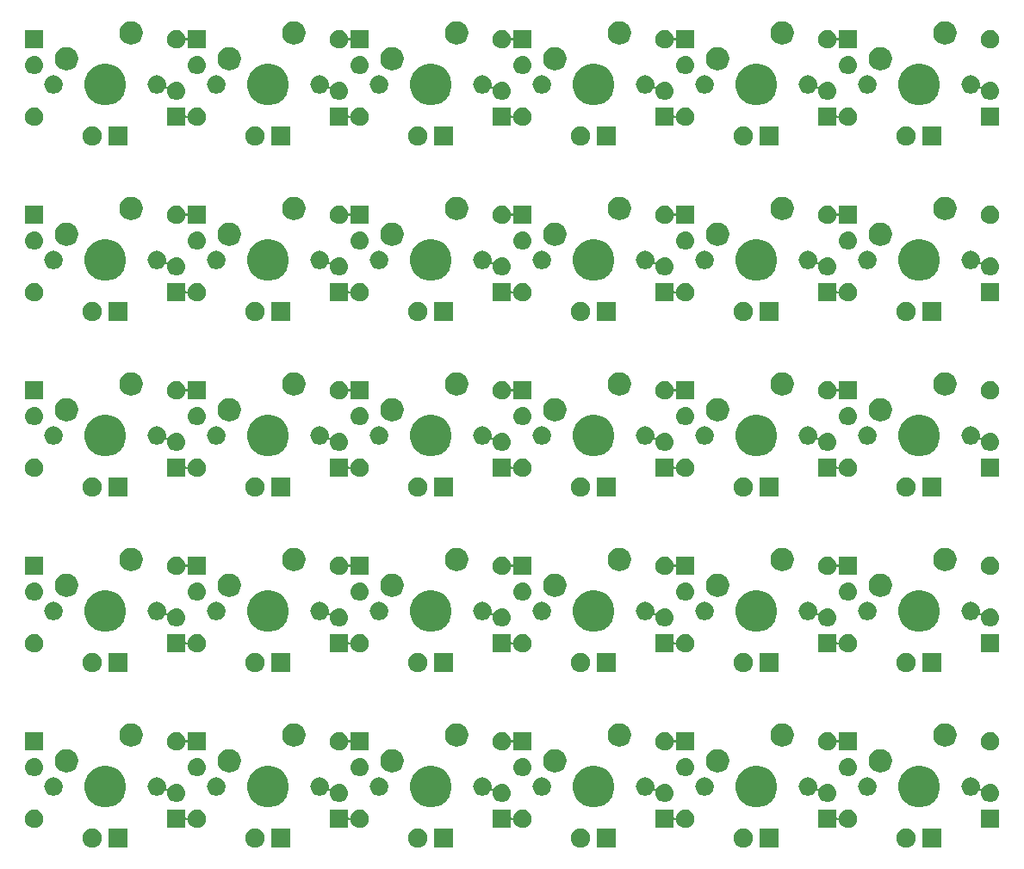
<source format=gbs>
G04 #@! TF.GenerationSoftware,KiCad,Pcbnew,5.1.0*
G04 #@! TF.CreationDate,2019-09-19T01:17:52+09:00*
G04 #@! TF.ProjectId,panelized_switch,70616e65-6c69-47a6-9564-5f7377697463,rev?*
G04 #@! TF.SameCoordinates,Original*
G04 #@! TF.FileFunction,Soldermask,Bot*
G04 #@! TF.FilePolarity,Negative*
%FSLAX46Y46*%
G04 Gerber Fmt 4.6, Leading zero omitted, Abs format (unit mm)*
G04 Created by KiCad (PCBNEW 5.1.0) date 2019-09-19 01:17:52*
%MOMM*%
%LPD*%
G04 APERTURE LIST*
%ADD10C,0.100000*%
G04 APERTURE END LIST*
D10*
G36*
X38924000Y-97090000D02*
G01*
X37022000Y-97090000D01*
X37022000Y-95188000D01*
X38924000Y-95188000D01*
X38924000Y-97090000D01*
X38924000Y-97090000D01*
G37*
G36*
X99718395Y-95224546D02*
G01*
X99891466Y-95296234D01*
X99891467Y-95296235D01*
X100047227Y-95400310D01*
X100179690Y-95532773D01*
X100179691Y-95532775D01*
X100283766Y-95688534D01*
X100355454Y-95861605D01*
X100392000Y-96045333D01*
X100392000Y-96232667D01*
X100355454Y-96416395D01*
X100283766Y-96589466D01*
X100283765Y-96589467D01*
X100179690Y-96745227D01*
X100047227Y-96877690D01*
X99968818Y-96930081D01*
X99891466Y-96981766D01*
X99718395Y-97053454D01*
X99534667Y-97090000D01*
X99347333Y-97090000D01*
X99163605Y-97053454D01*
X98990534Y-96981766D01*
X98913182Y-96930081D01*
X98834773Y-96877690D01*
X98702310Y-96745227D01*
X98598235Y-96589467D01*
X98598234Y-96589466D01*
X98526546Y-96416395D01*
X98490000Y-96232667D01*
X98490000Y-96045333D01*
X98526546Y-95861605D01*
X98598234Y-95688534D01*
X98702309Y-95532775D01*
X98702310Y-95532773D01*
X98834773Y-95400310D01*
X98990533Y-95296235D01*
X98990534Y-95296234D01*
X99163605Y-95224546D01*
X99347333Y-95188000D01*
X99534667Y-95188000D01*
X99718395Y-95224546D01*
X99718395Y-95224546D01*
G37*
G36*
X19708395Y-95224546D02*
G01*
X19881466Y-95296234D01*
X19881467Y-95296235D01*
X20037227Y-95400310D01*
X20169690Y-95532773D01*
X20169691Y-95532775D01*
X20273766Y-95688534D01*
X20345454Y-95861605D01*
X20382000Y-96045333D01*
X20382000Y-96232667D01*
X20345454Y-96416395D01*
X20273766Y-96589466D01*
X20273765Y-96589467D01*
X20169690Y-96745227D01*
X20037227Y-96877690D01*
X19958818Y-96930081D01*
X19881466Y-96981766D01*
X19708395Y-97053454D01*
X19524667Y-97090000D01*
X19337333Y-97090000D01*
X19153605Y-97053454D01*
X18980534Y-96981766D01*
X18903182Y-96930081D01*
X18824773Y-96877690D01*
X18692310Y-96745227D01*
X18588235Y-96589467D01*
X18588234Y-96589466D01*
X18516546Y-96416395D01*
X18480000Y-96232667D01*
X18480000Y-96045333D01*
X18516546Y-95861605D01*
X18588234Y-95688534D01*
X18692309Y-95532775D01*
X18692310Y-95532773D01*
X18824773Y-95400310D01*
X18980533Y-95296235D01*
X18980534Y-95296234D01*
X19153605Y-95224546D01*
X19337333Y-95188000D01*
X19524667Y-95188000D01*
X19708395Y-95224546D01*
X19708395Y-95224546D01*
G37*
G36*
X22922000Y-97090000D02*
G01*
X21020000Y-97090000D01*
X21020000Y-95188000D01*
X22922000Y-95188000D01*
X22922000Y-97090000D01*
X22922000Y-97090000D01*
G37*
G36*
X70928000Y-97090000D02*
G01*
X69026000Y-97090000D01*
X69026000Y-95188000D01*
X70928000Y-95188000D01*
X70928000Y-97090000D01*
X70928000Y-97090000D01*
G37*
G36*
X102932000Y-97090000D02*
G01*
X101030000Y-97090000D01*
X101030000Y-95188000D01*
X102932000Y-95188000D01*
X102932000Y-97090000D01*
X102932000Y-97090000D01*
G37*
G36*
X67714395Y-95224546D02*
G01*
X67887466Y-95296234D01*
X67887467Y-95296235D01*
X68043227Y-95400310D01*
X68175690Y-95532773D01*
X68175691Y-95532775D01*
X68279766Y-95688534D01*
X68351454Y-95861605D01*
X68388000Y-96045333D01*
X68388000Y-96232667D01*
X68351454Y-96416395D01*
X68279766Y-96589466D01*
X68279765Y-96589467D01*
X68175690Y-96745227D01*
X68043227Y-96877690D01*
X67964818Y-96930081D01*
X67887466Y-96981766D01*
X67714395Y-97053454D01*
X67530667Y-97090000D01*
X67343333Y-97090000D01*
X67159605Y-97053454D01*
X66986534Y-96981766D01*
X66909182Y-96930081D01*
X66830773Y-96877690D01*
X66698310Y-96745227D01*
X66594235Y-96589467D01*
X66594234Y-96589466D01*
X66522546Y-96416395D01*
X66486000Y-96232667D01*
X66486000Y-96045333D01*
X66522546Y-95861605D01*
X66594234Y-95688534D01*
X66698309Y-95532775D01*
X66698310Y-95532773D01*
X66830773Y-95400310D01*
X66986533Y-95296235D01*
X66986534Y-95296234D01*
X67159605Y-95224546D01*
X67343333Y-95188000D01*
X67530667Y-95188000D01*
X67714395Y-95224546D01*
X67714395Y-95224546D01*
G37*
G36*
X86930000Y-97090000D02*
G01*
X85028000Y-97090000D01*
X85028000Y-95188000D01*
X86930000Y-95188000D01*
X86930000Y-97090000D01*
X86930000Y-97090000D01*
G37*
G36*
X83716395Y-95224546D02*
G01*
X83889466Y-95296234D01*
X83889467Y-95296235D01*
X84045227Y-95400310D01*
X84177690Y-95532773D01*
X84177691Y-95532775D01*
X84281766Y-95688534D01*
X84353454Y-95861605D01*
X84390000Y-96045333D01*
X84390000Y-96232667D01*
X84353454Y-96416395D01*
X84281766Y-96589466D01*
X84281765Y-96589467D01*
X84177690Y-96745227D01*
X84045227Y-96877690D01*
X83966818Y-96930081D01*
X83889466Y-96981766D01*
X83716395Y-97053454D01*
X83532667Y-97090000D01*
X83345333Y-97090000D01*
X83161605Y-97053454D01*
X82988534Y-96981766D01*
X82911182Y-96930081D01*
X82832773Y-96877690D01*
X82700310Y-96745227D01*
X82596235Y-96589467D01*
X82596234Y-96589466D01*
X82524546Y-96416395D01*
X82488000Y-96232667D01*
X82488000Y-96045333D01*
X82524546Y-95861605D01*
X82596234Y-95688534D01*
X82700309Y-95532775D01*
X82700310Y-95532773D01*
X82832773Y-95400310D01*
X82988533Y-95296235D01*
X82988534Y-95296234D01*
X83161605Y-95224546D01*
X83345333Y-95188000D01*
X83532667Y-95188000D01*
X83716395Y-95224546D01*
X83716395Y-95224546D01*
G37*
G36*
X54926000Y-97090000D02*
G01*
X53024000Y-97090000D01*
X53024000Y-95188000D01*
X54926000Y-95188000D01*
X54926000Y-97090000D01*
X54926000Y-97090000D01*
G37*
G36*
X51712395Y-95224546D02*
G01*
X51885466Y-95296234D01*
X51885467Y-95296235D01*
X52041227Y-95400310D01*
X52173690Y-95532773D01*
X52173691Y-95532775D01*
X52277766Y-95688534D01*
X52349454Y-95861605D01*
X52386000Y-96045333D01*
X52386000Y-96232667D01*
X52349454Y-96416395D01*
X52277766Y-96589466D01*
X52277765Y-96589467D01*
X52173690Y-96745227D01*
X52041227Y-96877690D01*
X51962818Y-96930081D01*
X51885466Y-96981766D01*
X51712395Y-97053454D01*
X51528667Y-97090000D01*
X51341333Y-97090000D01*
X51157605Y-97053454D01*
X50984534Y-96981766D01*
X50907182Y-96930081D01*
X50828773Y-96877690D01*
X50696310Y-96745227D01*
X50592235Y-96589467D01*
X50592234Y-96589466D01*
X50520546Y-96416395D01*
X50484000Y-96232667D01*
X50484000Y-96045333D01*
X50520546Y-95861605D01*
X50592234Y-95688534D01*
X50696309Y-95532775D01*
X50696310Y-95532773D01*
X50828773Y-95400310D01*
X50984533Y-95296235D01*
X50984534Y-95296234D01*
X51157605Y-95224546D01*
X51341333Y-95188000D01*
X51528667Y-95188000D01*
X51712395Y-95224546D01*
X51712395Y-95224546D01*
G37*
G36*
X35710395Y-95224546D02*
G01*
X35883466Y-95296234D01*
X35883467Y-95296235D01*
X36039227Y-95400310D01*
X36171690Y-95532773D01*
X36171691Y-95532775D01*
X36275766Y-95688534D01*
X36347454Y-95861605D01*
X36384000Y-96045333D01*
X36384000Y-96232667D01*
X36347454Y-96416395D01*
X36275766Y-96589466D01*
X36275765Y-96589467D01*
X36171690Y-96745227D01*
X36039227Y-96877690D01*
X35960818Y-96930081D01*
X35883466Y-96981766D01*
X35710395Y-97053454D01*
X35526667Y-97090000D01*
X35339333Y-97090000D01*
X35155605Y-97053454D01*
X34982534Y-96981766D01*
X34905182Y-96930081D01*
X34826773Y-96877690D01*
X34694310Y-96745227D01*
X34590235Y-96589467D01*
X34590234Y-96589466D01*
X34518546Y-96416395D01*
X34482000Y-96232667D01*
X34482000Y-96045333D01*
X34518546Y-95861605D01*
X34590234Y-95688534D01*
X34694309Y-95532775D01*
X34694310Y-95532773D01*
X34826773Y-95400310D01*
X34982533Y-95296235D01*
X34982534Y-95296234D01*
X35155605Y-95224546D01*
X35339333Y-95188000D01*
X35526667Y-95188000D01*
X35710395Y-95224546D01*
X35710395Y-95224546D01*
G37*
G36*
X76593000Y-94032412D02*
G01*
X76595402Y-94056798D01*
X76602515Y-94080247D01*
X76614066Y-94101858D01*
X76629611Y-94120800D01*
X76648553Y-94136345D01*
X76670164Y-94147896D01*
X76693613Y-94155009D01*
X76717999Y-94157411D01*
X76742385Y-94155009D01*
X76765834Y-94147896D01*
X76787445Y-94136345D01*
X76806387Y-94120800D01*
X76821932Y-94101858D01*
X76833483Y-94080247D01*
X76840596Y-94056798D01*
X76857624Y-93971188D01*
X76925544Y-93807216D01*
X77024147Y-93659646D01*
X77149646Y-93534147D01*
X77297216Y-93435544D01*
X77461188Y-93367624D01*
X77610488Y-93337927D01*
X77635258Y-93333000D01*
X77812742Y-93333000D01*
X77837512Y-93337927D01*
X77986812Y-93367624D01*
X78150784Y-93435544D01*
X78298354Y-93534147D01*
X78423853Y-93659646D01*
X78522456Y-93807216D01*
X78590376Y-93971188D01*
X78625000Y-94145259D01*
X78625000Y-94322741D01*
X78590376Y-94496812D01*
X78522456Y-94660784D01*
X78423853Y-94808354D01*
X78298354Y-94933853D01*
X78150784Y-95032456D01*
X77986812Y-95100376D01*
X77837512Y-95130073D01*
X77812742Y-95135000D01*
X77635258Y-95135000D01*
X77610488Y-95130073D01*
X77461188Y-95100376D01*
X77297216Y-95032456D01*
X77149646Y-94933853D01*
X77024147Y-94808354D01*
X76925544Y-94660784D01*
X76857624Y-94496812D01*
X76840595Y-94411198D01*
X76833483Y-94387753D01*
X76821932Y-94366142D01*
X76806386Y-94347200D01*
X76787444Y-94331655D01*
X76765834Y-94320104D01*
X76742385Y-94312991D01*
X76717999Y-94310589D01*
X76693613Y-94312991D01*
X76670164Y-94320104D01*
X76648553Y-94331655D01*
X76629611Y-94347201D01*
X76614066Y-94366143D01*
X76602515Y-94387753D01*
X76595402Y-94411202D01*
X76593000Y-94435588D01*
X76593000Y-95135000D01*
X74791000Y-95135000D01*
X74791000Y-93333000D01*
X76593000Y-93333000D01*
X76593000Y-94032412D01*
X76593000Y-94032412D01*
G37*
G36*
X60591000Y-94032412D02*
G01*
X60593402Y-94056798D01*
X60600515Y-94080247D01*
X60612066Y-94101858D01*
X60627611Y-94120800D01*
X60646553Y-94136345D01*
X60668164Y-94147896D01*
X60691613Y-94155009D01*
X60715999Y-94157411D01*
X60740385Y-94155009D01*
X60763834Y-94147896D01*
X60785445Y-94136345D01*
X60804387Y-94120800D01*
X60819932Y-94101858D01*
X60831483Y-94080247D01*
X60838596Y-94056798D01*
X60855624Y-93971188D01*
X60923544Y-93807216D01*
X61022147Y-93659646D01*
X61147646Y-93534147D01*
X61295216Y-93435544D01*
X61459188Y-93367624D01*
X61608488Y-93337927D01*
X61633258Y-93333000D01*
X61810742Y-93333000D01*
X61835512Y-93337927D01*
X61984812Y-93367624D01*
X62148784Y-93435544D01*
X62296354Y-93534147D01*
X62421853Y-93659646D01*
X62520456Y-93807216D01*
X62588376Y-93971188D01*
X62623000Y-94145259D01*
X62623000Y-94322741D01*
X62588376Y-94496812D01*
X62520456Y-94660784D01*
X62421853Y-94808354D01*
X62296354Y-94933853D01*
X62148784Y-95032456D01*
X61984812Y-95100376D01*
X61835512Y-95130073D01*
X61810742Y-95135000D01*
X61633258Y-95135000D01*
X61608488Y-95130073D01*
X61459188Y-95100376D01*
X61295216Y-95032456D01*
X61147646Y-94933853D01*
X61022147Y-94808354D01*
X60923544Y-94660784D01*
X60855624Y-94496812D01*
X60838595Y-94411198D01*
X60831483Y-94387753D01*
X60819932Y-94366142D01*
X60804386Y-94347200D01*
X60785444Y-94331655D01*
X60763834Y-94320104D01*
X60740385Y-94312991D01*
X60715999Y-94310589D01*
X60691613Y-94312991D01*
X60668164Y-94320104D01*
X60646553Y-94331655D01*
X60627611Y-94347201D01*
X60612066Y-94366143D01*
X60600515Y-94387753D01*
X60593402Y-94411202D01*
X60591000Y-94435588D01*
X60591000Y-95135000D01*
X58789000Y-95135000D01*
X58789000Y-93333000D01*
X60591000Y-93333000D01*
X60591000Y-94032412D01*
X60591000Y-94032412D01*
G37*
G36*
X28587000Y-94032412D02*
G01*
X28589402Y-94056798D01*
X28596515Y-94080247D01*
X28608066Y-94101858D01*
X28623611Y-94120800D01*
X28642553Y-94136345D01*
X28664164Y-94147896D01*
X28687613Y-94155009D01*
X28711999Y-94157411D01*
X28736385Y-94155009D01*
X28759834Y-94147896D01*
X28781445Y-94136345D01*
X28800387Y-94120800D01*
X28815932Y-94101858D01*
X28827483Y-94080247D01*
X28834596Y-94056798D01*
X28851624Y-93971188D01*
X28919544Y-93807216D01*
X29018147Y-93659646D01*
X29143646Y-93534147D01*
X29291216Y-93435544D01*
X29455188Y-93367624D01*
X29604488Y-93337927D01*
X29629258Y-93333000D01*
X29806742Y-93333000D01*
X29831512Y-93337927D01*
X29980812Y-93367624D01*
X30144784Y-93435544D01*
X30292354Y-93534147D01*
X30417853Y-93659646D01*
X30516456Y-93807216D01*
X30584376Y-93971188D01*
X30619000Y-94145259D01*
X30619000Y-94322741D01*
X30584376Y-94496812D01*
X30516456Y-94660784D01*
X30417853Y-94808354D01*
X30292354Y-94933853D01*
X30144784Y-95032456D01*
X29980812Y-95100376D01*
X29831512Y-95130073D01*
X29806742Y-95135000D01*
X29629258Y-95135000D01*
X29604488Y-95130073D01*
X29455188Y-95100376D01*
X29291216Y-95032456D01*
X29143646Y-94933853D01*
X29018147Y-94808354D01*
X28919544Y-94660784D01*
X28851624Y-94496812D01*
X28834595Y-94411198D01*
X28827483Y-94387753D01*
X28815932Y-94366142D01*
X28800386Y-94347200D01*
X28781444Y-94331655D01*
X28759834Y-94320104D01*
X28736385Y-94312991D01*
X28711999Y-94310589D01*
X28687613Y-94312991D01*
X28664164Y-94320104D01*
X28642553Y-94331655D01*
X28623611Y-94347201D01*
X28608066Y-94366143D01*
X28596515Y-94387753D01*
X28589402Y-94411202D01*
X28587000Y-94435588D01*
X28587000Y-95135000D01*
X26785000Y-95135000D01*
X26785000Y-93333000D01*
X28587000Y-93333000D01*
X28587000Y-94032412D01*
X28587000Y-94032412D01*
G37*
G36*
X44589000Y-94032412D02*
G01*
X44591402Y-94056798D01*
X44598515Y-94080247D01*
X44610066Y-94101858D01*
X44625611Y-94120800D01*
X44644553Y-94136345D01*
X44666164Y-94147896D01*
X44689613Y-94155009D01*
X44713999Y-94157411D01*
X44738385Y-94155009D01*
X44761834Y-94147896D01*
X44783445Y-94136345D01*
X44802387Y-94120800D01*
X44817932Y-94101858D01*
X44829483Y-94080247D01*
X44836596Y-94056798D01*
X44853624Y-93971188D01*
X44921544Y-93807216D01*
X45020147Y-93659646D01*
X45145646Y-93534147D01*
X45293216Y-93435544D01*
X45457188Y-93367624D01*
X45606488Y-93337927D01*
X45631258Y-93333000D01*
X45808742Y-93333000D01*
X45833512Y-93337927D01*
X45982812Y-93367624D01*
X46146784Y-93435544D01*
X46294354Y-93534147D01*
X46419853Y-93659646D01*
X46518456Y-93807216D01*
X46586376Y-93971188D01*
X46621000Y-94145259D01*
X46621000Y-94322741D01*
X46586376Y-94496812D01*
X46518456Y-94660784D01*
X46419853Y-94808354D01*
X46294354Y-94933853D01*
X46146784Y-95032456D01*
X45982812Y-95100376D01*
X45833512Y-95130073D01*
X45808742Y-95135000D01*
X45631258Y-95135000D01*
X45606488Y-95130073D01*
X45457188Y-95100376D01*
X45293216Y-95032456D01*
X45145646Y-94933853D01*
X45020147Y-94808354D01*
X44921544Y-94660784D01*
X44853624Y-94496812D01*
X44836595Y-94411198D01*
X44829483Y-94387753D01*
X44817932Y-94366142D01*
X44802386Y-94347200D01*
X44783444Y-94331655D01*
X44761834Y-94320104D01*
X44738385Y-94312991D01*
X44713999Y-94310589D01*
X44689613Y-94312991D01*
X44666164Y-94320104D01*
X44644553Y-94331655D01*
X44625611Y-94347201D01*
X44610066Y-94366143D01*
X44598515Y-94387753D01*
X44591402Y-94411202D01*
X44589000Y-94435588D01*
X44589000Y-95135000D01*
X42787000Y-95135000D01*
X42787000Y-93333000D01*
X44589000Y-93333000D01*
X44589000Y-94032412D01*
X44589000Y-94032412D01*
G37*
G36*
X92595000Y-94032412D02*
G01*
X92597402Y-94056798D01*
X92604515Y-94080247D01*
X92616066Y-94101858D01*
X92631611Y-94120800D01*
X92650553Y-94136345D01*
X92672164Y-94147896D01*
X92695613Y-94155009D01*
X92719999Y-94157411D01*
X92744385Y-94155009D01*
X92767834Y-94147896D01*
X92789445Y-94136345D01*
X92808387Y-94120800D01*
X92823932Y-94101858D01*
X92835483Y-94080247D01*
X92842596Y-94056798D01*
X92859624Y-93971188D01*
X92927544Y-93807216D01*
X93026147Y-93659646D01*
X93151646Y-93534147D01*
X93299216Y-93435544D01*
X93463188Y-93367624D01*
X93612488Y-93337927D01*
X93637258Y-93333000D01*
X93814742Y-93333000D01*
X93839512Y-93337927D01*
X93988812Y-93367624D01*
X94152784Y-93435544D01*
X94300354Y-93534147D01*
X94425853Y-93659646D01*
X94524456Y-93807216D01*
X94592376Y-93971188D01*
X94627000Y-94145259D01*
X94627000Y-94322741D01*
X94592376Y-94496812D01*
X94524456Y-94660784D01*
X94425853Y-94808354D01*
X94300354Y-94933853D01*
X94152784Y-95032456D01*
X93988812Y-95100376D01*
X93839512Y-95130073D01*
X93814742Y-95135000D01*
X93637258Y-95135000D01*
X93612488Y-95130073D01*
X93463188Y-95100376D01*
X93299216Y-95032456D01*
X93151646Y-94933853D01*
X93026147Y-94808354D01*
X92927544Y-94660784D01*
X92859624Y-94496812D01*
X92842595Y-94411198D01*
X92835483Y-94387753D01*
X92823932Y-94366142D01*
X92808386Y-94347200D01*
X92789444Y-94331655D01*
X92767834Y-94320104D01*
X92744385Y-94312991D01*
X92719999Y-94310589D01*
X92695613Y-94312991D01*
X92672164Y-94320104D01*
X92650553Y-94331655D01*
X92631611Y-94347201D01*
X92616066Y-94366143D01*
X92604515Y-94387753D01*
X92597402Y-94411202D01*
X92595000Y-94435588D01*
X92595000Y-95135000D01*
X90793000Y-95135000D01*
X90793000Y-93333000D01*
X92595000Y-93333000D01*
X92595000Y-94032412D01*
X92595000Y-94032412D01*
G37*
G36*
X108597000Y-95135000D02*
G01*
X106795000Y-95135000D01*
X106795000Y-93333000D01*
X108597000Y-93333000D01*
X108597000Y-95135000D01*
X108597000Y-95135000D01*
G37*
G36*
X13829512Y-93337927D02*
G01*
X13978812Y-93367624D01*
X14142784Y-93435544D01*
X14290354Y-93534147D01*
X14415853Y-93659646D01*
X14514456Y-93807216D01*
X14582376Y-93971188D01*
X14617000Y-94145259D01*
X14617000Y-94322741D01*
X14582376Y-94496812D01*
X14514456Y-94660784D01*
X14415853Y-94808354D01*
X14290354Y-94933853D01*
X14142784Y-95032456D01*
X13978812Y-95100376D01*
X13829512Y-95130073D01*
X13804742Y-95135000D01*
X13627258Y-95135000D01*
X13602488Y-95130073D01*
X13453188Y-95100376D01*
X13289216Y-95032456D01*
X13141646Y-94933853D01*
X13016147Y-94808354D01*
X12917544Y-94660784D01*
X12849624Y-94496812D01*
X12815000Y-94322741D01*
X12815000Y-94145259D01*
X12849624Y-93971188D01*
X12917544Y-93807216D01*
X13016147Y-93659646D01*
X13141646Y-93534147D01*
X13289216Y-93435544D01*
X13453188Y-93367624D01*
X13602488Y-93337927D01*
X13627258Y-93333000D01*
X13804742Y-93333000D01*
X13829512Y-93337927D01*
X13829512Y-93337927D01*
G37*
G36*
X69305254Y-89086818D02*
G01*
X69678511Y-89241426D01*
X69678513Y-89241427D01*
X70014436Y-89465884D01*
X70300116Y-89751564D01*
X70494155Y-90041963D01*
X70524574Y-90087489D01*
X70679182Y-90460746D01*
X70758000Y-90856993D01*
X70758000Y-91261007D01*
X70679182Y-91657254D01*
X70524574Y-92030511D01*
X70524573Y-92030513D01*
X70300116Y-92366436D01*
X70014436Y-92652116D01*
X69678513Y-92876573D01*
X69678512Y-92876574D01*
X69678511Y-92876574D01*
X69305254Y-93031182D01*
X68909007Y-93110000D01*
X68504993Y-93110000D01*
X68108746Y-93031182D01*
X67735489Y-92876574D01*
X67735488Y-92876574D01*
X67735487Y-92876573D01*
X67399564Y-92652116D01*
X67113884Y-92366436D01*
X66889427Y-92030513D01*
X66889426Y-92030511D01*
X66734818Y-91657254D01*
X66656000Y-91261007D01*
X66656000Y-90856993D01*
X66734818Y-90460746D01*
X66889426Y-90087489D01*
X66919846Y-90041963D01*
X67113884Y-89751564D01*
X67399564Y-89465884D01*
X67735487Y-89241427D01*
X67735489Y-89241426D01*
X68108746Y-89086818D01*
X68504993Y-89008000D01*
X68909007Y-89008000D01*
X69305254Y-89086818D01*
X69305254Y-89086818D01*
G37*
G36*
X53303254Y-89086818D02*
G01*
X53676511Y-89241426D01*
X53676513Y-89241427D01*
X54012436Y-89465884D01*
X54298116Y-89751564D01*
X54492155Y-90041963D01*
X54522574Y-90087489D01*
X54677182Y-90460746D01*
X54756000Y-90856993D01*
X54756000Y-91261007D01*
X54677182Y-91657254D01*
X54522574Y-92030511D01*
X54522573Y-92030513D01*
X54298116Y-92366436D01*
X54012436Y-92652116D01*
X53676513Y-92876573D01*
X53676512Y-92876574D01*
X53676511Y-92876574D01*
X53303254Y-93031182D01*
X52907007Y-93110000D01*
X52502993Y-93110000D01*
X52106746Y-93031182D01*
X51733489Y-92876574D01*
X51733488Y-92876574D01*
X51733487Y-92876573D01*
X51397564Y-92652116D01*
X51111884Y-92366436D01*
X50887427Y-92030513D01*
X50887426Y-92030511D01*
X50732818Y-91657254D01*
X50654000Y-91261007D01*
X50654000Y-90856993D01*
X50732818Y-90460746D01*
X50887426Y-90087489D01*
X50917846Y-90041963D01*
X51111884Y-89751564D01*
X51397564Y-89465884D01*
X51733487Y-89241427D01*
X51733489Y-89241426D01*
X52106746Y-89086818D01*
X52502993Y-89008000D01*
X52907007Y-89008000D01*
X53303254Y-89086818D01*
X53303254Y-89086818D01*
G37*
G36*
X21299254Y-89086818D02*
G01*
X21672511Y-89241426D01*
X21672513Y-89241427D01*
X22008436Y-89465884D01*
X22294116Y-89751564D01*
X22488155Y-90041963D01*
X22518574Y-90087489D01*
X22673182Y-90460746D01*
X22752000Y-90856993D01*
X22752000Y-91261007D01*
X22673182Y-91657254D01*
X22518574Y-92030511D01*
X22518573Y-92030513D01*
X22294116Y-92366436D01*
X22008436Y-92652116D01*
X21672513Y-92876573D01*
X21672512Y-92876574D01*
X21672511Y-92876574D01*
X21299254Y-93031182D01*
X20903007Y-93110000D01*
X20498993Y-93110000D01*
X20102746Y-93031182D01*
X19729489Y-92876574D01*
X19729488Y-92876574D01*
X19729487Y-92876573D01*
X19393564Y-92652116D01*
X19107884Y-92366436D01*
X18883427Y-92030513D01*
X18883426Y-92030511D01*
X18728818Y-91657254D01*
X18650000Y-91261007D01*
X18650000Y-90856993D01*
X18728818Y-90460746D01*
X18883426Y-90087489D01*
X18913846Y-90041963D01*
X19107884Y-89751564D01*
X19393564Y-89465884D01*
X19729487Y-89241427D01*
X19729489Y-89241426D01*
X20102746Y-89086818D01*
X20498993Y-89008000D01*
X20903007Y-89008000D01*
X21299254Y-89086818D01*
X21299254Y-89086818D01*
G37*
G36*
X101309254Y-89086818D02*
G01*
X101682511Y-89241426D01*
X101682513Y-89241427D01*
X102018436Y-89465884D01*
X102304116Y-89751564D01*
X102498155Y-90041963D01*
X102528574Y-90087489D01*
X102683182Y-90460746D01*
X102762000Y-90856993D01*
X102762000Y-91261007D01*
X102683182Y-91657254D01*
X102528574Y-92030511D01*
X102528573Y-92030513D01*
X102304116Y-92366436D01*
X102018436Y-92652116D01*
X101682513Y-92876573D01*
X101682512Y-92876574D01*
X101682511Y-92876574D01*
X101309254Y-93031182D01*
X100913007Y-93110000D01*
X100508993Y-93110000D01*
X100112746Y-93031182D01*
X99739489Y-92876574D01*
X99739488Y-92876574D01*
X99739487Y-92876573D01*
X99403564Y-92652116D01*
X99117884Y-92366436D01*
X98893427Y-92030513D01*
X98893426Y-92030511D01*
X98738818Y-91657254D01*
X98660000Y-91261007D01*
X98660000Y-90856993D01*
X98738818Y-90460746D01*
X98893426Y-90087489D01*
X98923846Y-90041963D01*
X99117884Y-89751564D01*
X99403564Y-89465884D01*
X99739487Y-89241427D01*
X99739489Y-89241426D01*
X100112746Y-89086818D01*
X100508993Y-89008000D01*
X100913007Y-89008000D01*
X101309254Y-89086818D01*
X101309254Y-89086818D01*
G37*
G36*
X85307254Y-89086818D02*
G01*
X85680511Y-89241426D01*
X85680513Y-89241427D01*
X86016436Y-89465884D01*
X86302116Y-89751564D01*
X86496155Y-90041963D01*
X86526574Y-90087489D01*
X86681182Y-90460746D01*
X86760000Y-90856993D01*
X86760000Y-91261007D01*
X86681182Y-91657254D01*
X86526574Y-92030511D01*
X86526573Y-92030513D01*
X86302116Y-92366436D01*
X86016436Y-92652116D01*
X85680513Y-92876573D01*
X85680512Y-92876574D01*
X85680511Y-92876574D01*
X85307254Y-93031182D01*
X84911007Y-93110000D01*
X84506993Y-93110000D01*
X84110746Y-93031182D01*
X83737489Y-92876574D01*
X83737488Y-92876574D01*
X83737487Y-92876573D01*
X83401564Y-92652116D01*
X83115884Y-92366436D01*
X82891427Y-92030513D01*
X82891426Y-92030511D01*
X82736818Y-91657254D01*
X82658000Y-91261007D01*
X82658000Y-90856993D01*
X82736818Y-90460746D01*
X82891426Y-90087489D01*
X82921846Y-90041963D01*
X83115884Y-89751564D01*
X83401564Y-89465884D01*
X83737487Y-89241427D01*
X83737489Y-89241426D01*
X84110746Y-89086818D01*
X84506993Y-89008000D01*
X84911007Y-89008000D01*
X85307254Y-89086818D01*
X85307254Y-89086818D01*
G37*
G36*
X37301254Y-89086818D02*
G01*
X37674511Y-89241426D01*
X37674513Y-89241427D01*
X38010436Y-89465884D01*
X38296116Y-89751564D01*
X38490155Y-90041963D01*
X38520574Y-90087489D01*
X38675182Y-90460746D01*
X38754000Y-90856993D01*
X38754000Y-91261007D01*
X38675182Y-91657254D01*
X38520574Y-92030511D01*
X38520573Y-92030513D01*
X38296116Y-92366436D01*
X38010436Y-92652116D01*
X37674513Y-92876573D01*
X37674512Y-92876574D01*
X37674511Y-92876574D01*
X37301254Y-93031182D01*
X36905007Y-93110000D01*
X36500993Y-93110000D01*
X36104746Y-93031182D01*
X35731489Y-92876574D01*
X35731488Y-92876574D01*
X35731487Y-92876573D01*
X35395564Y-92652116D01*
X35109884Y-92366436D01*
X34885427Y-92030513D01*
X34885426Y-92030511D01*
X34730818Y-91657254D01*
X34652000Y-91261007D01*
X34652000Y-90856993D01*
X34730818Y-90460746D01*
X34885426Y-90087489D01*
X34915846Y-90041963D01*
X35109884Y-89751564D01*
X35395564Y-89465884D01*
X35731487Y-89241427D01*
X35731489Y-89241426D01*
X36104746Y-89086818D01*
X36500993Y-89008000D01*
X36905007Y-89008000D01*
X37301254Y-89086818D01*
X37301254Y-89086818D01*
G37*
G36*
X73900512Y-90162927D02*
G01*
X74049812Y-90192624D01*
X74213784Y-90260544D01*
X74361354Y-90359147D01*
X74486853Y-90484646D01*
X74585456Y-90632216D01*
X74653376Y-90796188D01*
X74682224Y-90941221D01*
X74688000Y-90970258D01*
X74688000Y-91156919D01*
X74687387Y-91163153D01*
X74689792Y-91187539D01*
X74696909Y-91210987D01*
X74708463Y-91232596D01*
X74724011Y-91251536D01*
X74742955Y-91267079D01*
X74764567Y-91278627D01*
X74788017Y-91285737D01*
X74812403Y-91288135D01*
X74836789Y-91285730D01*
X74860237Y-91278613D01*
X74881846Y-91267059D01*
X74900786Y-91251511D01*
X74922622Y-91222066D01*
X74939222Y-91191009D01*
X74967199Y-91156919D01*
X75051814Y-91053814D01*
X75153629Y-90970258D01*
X75189009Y-90941222D01*
X75345534Y-90857557D01*
X75515373Y-90806037D01*
X75581557Y-90799519D01*
X75647740Y-90793000D01*
X75736260Y-90793000D01*
X75802443Y-90799519D01*
X75868627Y-90806037D01*
X76038466Y-90857557D01*
X76194991Y-90941222D01*
X76230371Y-90970258D01*
X76332186Y-91053814D01*
X76415448Y-91155271D01*
X76444778Y-91191009D01*
X76528443Y-91347534D01*
X76579963Y-91517373D01*
X76597359Y-91694000D01*
X76579963Y-91870627D01*
X76528443Y-92040466D01*
X76444778Y-92196991D01*
X76415448Y-92232729D01*
X76332186Y-92334186D01*
X76230729Y-92417448D01*
X76194991Y-92446778D01*
X76038466Y-92530443D01*
X75868627Y-92581963D01*
X75802443Y-92588481D01*
X75736260Y-92595000D01*
X75647740Y-92595000D01*
X75581557Y-92588481D01*
X75515373Y-92581963D01*
X75345534Y-92530443D01*
X75189009Y-92446778D01*
X75153271Y-92417448D01*
X75051814Y-92334186D01*
X74968552Y-92232729D01*
X74939222Y-92196991D01*
X74855557Y-92040466D01*
X74804037Y-91870627D01*
X74786641Y-91694000D01*
X74796563Y-91593256D01*
X74796563Y-91568752D01*
X74791783Y-91544719D01*
X74782405Y-91522080D01*
X74768791Y-91501705D01*
X74751464Y-91484378D01*
X74731090Y-91470765D01*
X74708451Y-91461387D01*
X74684418Y-91456607D01*
X74659914Y-91456607D01*
X74635881Y-91461387D01*
X74613242Y-91470765D01*
X74592867Y-91484379D01*
X74568238Y-91511552D01*
X74486853Y-91633354D01*
X74361354Y-91758853D01*
X74213784Y-91857456D01*
X74049812Y-91925376D01*
X73900512Y-91955073D01*
X73875742Y-91960000D01*
X73698258Y-91960000D01*
X73673488Y-91955073D01*
X73524188Y-91925376D01*
X73360216Y-91857456D01*
X73212646Y-91758853D01*
X73087147Y-91633354D01*
X72988544Y-91485784D01*
X72920624Y-91321812D01*
X72890927Y-91172512D01*
X72886000Y-91147742D01*
X72886000Y-90970258D01*
X72891776Y-90941221D01*
X72920624Y-90796188D01*
X72988544Y-90632216D01*
X73087147Y-90484646D01*
X73212646Y-90359147D01*
X73360216Y-90260544D01*
X73524188Y-90192624D01*
X73673488Y-90162927D01*
X73698258Y-90158000D01*
X73875742Y-90158000D01*
X73900512Y-90162927D01*
X73900512Y-90162927D01*
G37*
G36*
X25894512Y-90162927D02*
G01*
X26043812Y-90192624D01*
X26207784Y-90260544D01*
X26355354Y-90359147D01*
X26480853Y-90484646D01*
X26579456Y-90632216D01*
X26647376Y-90796188D01*
X26676224Y-90941221D01*
X26682000Y-90970258D01*
X26682000Y-91156919D01*
X26681387Y-91163153D01*
X26683792Y-91187539D01*
X26690909Y-91210987D01*
X26702463Y-91232596D01*
X26718011Y-91251536D01*
X26736955Y-91267079D01*
X26758567Y-91278627D01*
X26782017Y-91285737D01*
X26806403Y-91288135D01*
X26830789Y-91285730D01*
X26854237Y-91278613D01*
X26875846Y-91267059D01*
X26894786Y-91251511D01*
X26916622Y-91222066D01*
X26933222Y-91191009D01*
X26961199Y-91156919D01*
X27045814Y-91053814D01*
X27147629Y-90970258D01*
X27183009Y-90941222D01*
X27339534Y-90857557D01*
X27509373Y-90806037D01*
X27575557Y-90799519D01*
X27641740Y-90793000D01*
X27730260Y-90793000D01*
X27796443Y-90799519D01*
X27862627Y-90806037D01*
X28032466Y-90857557D01*
X28188991Y-90941222D01*
X28224371Y-90970258D01*
X28326186Y-91053814D01*
X28409448Y-91155271D01*
X28438778Y-91191009D01*
X28522443Y-91347534D01*
X28573963Y-91517373D01*
X28591359Y-91694000D01*
X28573963Y-91870627D01*
X28522443Y-92040466D01*
X28438778Y-92196991D01*
X28409448Y-92232729D01*
X28326186Y-92334186D01*
X28224729Y-92417448D01*
X28188991Y-92446778D01*
X28032466Y-92530443D01*
X27862627Y-92581963D01*
X27796443Y-92588481D01*
X27730260Y-92595000D01*
X27641740Y-92595000D01*
X27575557Y-92588481D01*
X27509373Y-92581963D01*
X27339534Y-92530443D01*
X27183009Y-92446778D01*
X27147271Y-92417448D01*
X27045814Y-92334186D01*
X26962552Y-92232729D01*
X26933222Y-92196991D01*
X26849557Y-92040466D01*
X26798037Y-91870627D01*
X26780641Y-91694000D01*
X26790563Y-91593256D01*
X26790563Y-91568752D01*
X26785783Y-91544719D01*
X26776405Y-91522080D01*
X26762791Y-91501705D01*
X26745464Y-91484378D01*
X26725090Y-91470765D01*
X26702451Y-91461387D01*
X26678418Y-91456607D01*
X26653914Y-91456607D01*
X26629881Y-91461387D01*
X26607242Y-91470765D01*
X26586867Y-91484379D01*
X26562238Y-91511552D01*
X26480853Y-91633354D01*
X26355354Y-91758853D01*
X26207784Y-91857456D01*
X26043812Y-91925376D01*
X25894512Y-91955073D01*
X25869742Y-91960000D01*
X25692258Y-91960000D01*
X25667488Y-91955073D01*
X25518188Y-91925376D01*
X25354216Y-91857456D01*
X25206646Y-91758853D01*
X25081147Y-91633354D01*
X24982544Y-91485784D01*
X24914624Y-91321812D01*
X24884927Y-91172512D01*
X24880000Y-91147742D01*
X24880000Y-90970258D01*
X24885776Y-90941221D01*
X24914624Y-90796188D01*
X24982544Y-90632216D01*
X25081147Y-90484646D01*
X25206646Y-90359147D01*
X25354216Y-90260544D01*
X25518188Y-90192624D01*
X25667488Y-90162927D01*
X25692258Y-90158000D01*
X25869742Y-90158000D01*
X25894512Y-90162927D01*
X25894512Y-90162927D01*
G37*
G36*
X89902512Y-90162927D02*
G01*
X90051812Y-90192624D01*
X90215784Y-90260544D01*
X90363354Y-90359147D01*
X90488853Y-90484646D01*
X90587456Y-90632216D01*
X90655376Y-90796188D01*
X90684224Y-90941221D01*
X90690000Y-90970258D01*
X90690000Y-91156919D01*
X90689387Y-91163153D01*
X90691792Y-91187539D01*
X90698909Y-91210987D01*
X90710463Y-91232596D01*
X90726011Y-91251536D01*
X90744955Y-91267079D01*
X90766567Y-91278627D01*
X90790017Y-91285737D01*
X90814403Y-91288135D01*
X90838789Y-91285730D01*
X90862237Y-91278613D01*
X90883846Y-91267059D01*
X90902786Y-91251511D01*
X90924622Y-91222066D01*
X90941222Y-91191009D01*
X90969199Y-91156919D01*
X91053814Y-91053814D01*
X91155629Y-90970258D01*
X91191009Y-90941222D01*
X91347534Y-90857557D01*
X91517373Y-90806037D01*
X91583557Y-90799519D01*
X91649740Y-90793000D01*
X91738260Y-90793000D01*
X91804443Y-90799519D01*
X91870627Y-90806037D01*
X92040466Y-90857557D01*
X92196991Y-90941222D01*
X92232371Y-90970258D01*
X92334186Y-91053814D01*
X92417448Y-91155271D01*
X92446778Y-91191009D01*
X92530443Y-91347534D01*
X92581963Y-91517373D01*
X92599359Y-91694000D01*
X92581963Y-91870627D01*
X92530443Y-92040466D01*
X92446778Y-92196991D01*
X92417448Y-92232729D01*
X92334186Y-92334186D01*
X92232729Y-92417448D01*
X92196991Y-92446778D01*
X92040466Y-92530443D01*
X91870627Y-92581963D01*
X91804443Y-92588481D01*
X91738260Y-92595000D01*
X91649740Y-92595000D01*
X91583557Y-92588481D01*
X91517373Y-92581963D01*
X91347534Y-92530443D01*
X91191009Y-92446778D01*
X91155271Y-92417448D01*
X91053814Y-92334186D01*
X90970552Y-92232729D01*
X90941222Y-92196991D01*
X90857557Y-92040466D01*
X90806037Y-91870627D01*
X90788641Y-91694000D01*
X90798563Y-91593256D01*
X90798563Y-91568752D01*
X90793783Y-91544719D01*
X90784405Y-91522080D01*
X90770791Y-91501705D01*
X90753464Y-91484378D01*
X90733090Y-91470765D01*
X90710451Y-91461387D01*
X90686418Y-91456607D01*
X90661914Y-91456607D01*
X90637881Y-91461387D01*
X90615242Y-91470765D01*
X90594867Y-91484379D01*
X90570238Y-91511552D01*
X90488853Y-91633354D01*
X90363354Y-91758853D01*
X90215784Y-91857456D01*
X90051812Y-91925376D01*
X89902512Y-91955073D01*
X89877742Y-91960000D01*
X89700258Y-91960000D01*
X89675488Y-91955073D01*
X89526188Y-91925376D01*
X89362216Y-91857456D01*
X89214646Y-91758853D01*
X89089147Y-91633354D01*
X88990544Y-91485784D01*
X88922624Y-91321812D01*
X88892927Y-91172512D01*
X88888000Y-91147742D01*
X88888000Y-90970258D01*
X88893776Y-90941221D01*
X88922624Y-90796188D01*
X88990544Y-90632216D01*
X89089147Y-90484646D01*
X89214646Y-90359147D01*
X89362216Y-90260544D01*
X89526188Y-90192624D01*
X89675488Y-90162927D01*
X89700258Y-90158000D01*
X89877742Y-90158000D01*
X89902512Y-90162927D01*
X89902512Y-90162927D01*
G37*
G36*
X105904512Y-90162927D02*
G01*
X106053812Y-90192624D01*
X106217784Y-90260544D01*
X106365354Y-90359147D01*
X106490853Y-90484646D01*
X106589456Y-90632216D01*
X106657376Y-90796188D01*
X106686224Y-90941221D01*
X106692000Y-90970258D01*
X106692000Y-91156919D01*
X106691387Y-91163153D01*
X106693792Y-91187539D01*
X106700909Y-91210987D01*
X106712463Y-91232596D01*
X106728011Y-91251536D01*
X106746955Y-91267079D01*
X106768567Y-91278627D01*
X106792017Y-91285737D01*
X106816403Y-91288135D01*
X106840789Y-91285730D01*
X106864237Y-91278613D01*
X106885846Y-91267059D01*
X106904786Y-91251511D01*
X106926622Y-91222066D01*
X106943222Y-91191009D01*
X106971199Y-91156919D01*
X107055814Y-91053814D01*
X107157629Y-90970258D01*
X107193009Y-90941222D01*
X107349534Y-90857557D01*
X107519373Y-90806037D01*
X107585557Y-90799519D01*
X107651740Y-90793000D01*
X107740260Y-90793000D01*
X107806443Y-90799519D01*
X107872627Y-90806037D01*
X108042466Y-90857557D01*
X108198991Y-90941222D01*
X108234371Y-90970258D01*
X108336186Y-91053814D01*
X108419448Y-91155271D01*
X108448778Y-91191009D01*
X108532443Y-91347534D01*
X108583963Y-91517373D01*
X108601359Y-91694000D01*
X108583963Y-91870627D01*
X108532443Y-92040466D01*
X108448778Y-92196991D01*
X108419448Y-92232729D01*
X108336186Y-92334186D01*
X108234729Y-92417448D01*
X108198991Y-92446778D01*
X108042466Y-92530443D01*
X107872627Y-92581963D01*
X107806443Y-92588481D01*
X107740260Y-92595000D01*
X107651740Y-92595000D01*
X107585557Y-92588481D01*
X107519373Y-92581963D01*
X107349534Y-92530443D01*
X107193009Y-92446778D01*
X107157271Y-92417448D01*
X107055814Y-92334186D01*
X106972552Y-92232729D01*
X106943222Y-92196991D01*
X106859557Y-92040466D01*
X106808037Y-91870627D01*
X106790641Y-91694000D01*
X106800563Y-91593256D01*
X106800563Y-91568752D01*
X106795783Y-91544719D01*
X106786405Y-91522080D01*
X106772791Y-91501705D01*
X106755464Y-91484378D01*
X106735090Y-91470765D01*
X106712451Y-91461387D01*
X106688418Y-91456607D01*
X106663914Y-91456607D01*
X106639881Y-91461387D01*
X106617242Y-91470765D01*
X106596867Y-91484379D01*
X106572238Y-91511552D01*
X106490853Y-91633354D01*
X106365354Y-91758853D01*
X106217784Y-91857456D01*
X106053812Y-91925376D01*
X105904512Y-91955073D01*
X105879742Y-91960000D01*
X105702258Y-91960000D01*
X105677488Y-91955073D01*
X105528188Y-91925376D01*
X105364216Y-91857456D01*
X105216646Y-91758853D01*
X105091147Y-91633354D01*
X104992544Y-91485784D01*
X104924624Y-91321812D01*
X104894927Y-91172512D01*
X104890000Y-91147742D01*
X104890000Y-90970258D01*
X104895776Y-90941221D01*
X104924624Y-90796188D01*
X104992544Y-90632216D01*
X105091147Y-90484646D01*
X105216646Y-90359147D01*
X105364216Y-90260544D01*
X105528188Y-90192624D01*
X105677488Y-90162927D01*
X105702258Y-90158000D01*
X105879742Y-90158000D01*
X105904512Y-90162927D01*
X105904512Y-90162927D01*
G37*
G36*
X57898512Y-90162927D02*
G01*
X58047812Y-90192624D01*
X58211784Y-90260544D01*
X58359354Y-90359147D01*
X58484853Y-90484646D01*
X58583456Y-90632216D01*
X58651376Y-90796188D01*
X58680224Y-90941221D01*
X58686000Y-90970258D01*
X58686000Y-91156919D01*
X58685387Y-91163153D01*
X58687792Y-91187539D01*
X58694909Y-91210987D01*
X58706463Y-91232596D01*
X58722011Y-91251536D01*
X58740955Y-91267079D01*
X58762567Y-91278627D01*
X58786017Y-91285737D01*
X58810403Y-91288135D01*
X58834789Y-91285730D01*
X58858237Y-91278613D01*
X58879846Y-91267059D01*
X58898786Y-91251511D01*
X58920622Y-91222066D01*
X58937222Y-91191009D01*
X58965199Y-91156919D01*
X59049814Y-91053814D01*
X59151629Y-90970258D01*
X59187009Y-90941222D01*
X59343534Y-90857557D01*
X59513373Y-90806037D01*
X59579557Y-90799519D01*
X59645740Y-90793000D01*
X59734260Y-90793000D01*
X59800443Y-90799519D01*
X59866627Y-90806037D01*
X60036466Y-90857557D01*
X60192991Y-90941222D01*
X60228371Y-90970258D01*
X60330186Y-91053814D01*
X60413448Y-91155271D01*
X60442778Y-91191009D01*
X60526443Y-91347534D01*
X60577963Y-91517373D01*
X60595359Y-91694000D01*
X60577963Y-91870627D01*
X60526443Y-92040466D01*
X60442778Y-92196991D01*
X60413448Y-92232729D01*
X60330186Y-92334186D01*
X60228729Y-92417448D01*
X60192991Y-92446778D01*
X60036466Y-92530443D01*
X59866627Y-92581963D01*
X59800443Y-92588481D01*
X59734260Y-92595000D01*
X59645740Y-92595000D01*
X59579557Y-92588481D01*
X59513373Y-92581963D01*
X59343534Y-92530443D01*
X59187009Y-92446778D01*
X59151271Y-92417448D01*
X59049814Y-92334186D01*
X58966552Y-92232729D01*
X58937222Y-92196991D01*
X58853557Y-92040466D01*
X58802037Y-91870627D01*
X58784641Y-91694000D01*
X58794563Y-91593256D01*
X58794563Y-91568752D01*
X58789783Y-91544719D01*
X58780405Y-91522080D01*
X58766791Y-91501705D01*
X58749464Y-91484378D01*
X58729090Y-91470765D01*
X58706451Y-91461387D01*
X58682418Y-91456607D01*
X58657914Y-91456607D01*
X58633881Y-91461387D01*
X58611242Y-91470765D01*
X58590867Y-91484379D01*
X58566238Y-91511552D01*
X58484853Y-91633354D01*
X58359354Y-91758853D01*
X58211784Y-91857456D01*
X58047812Y-91925376D01*
X57898512Y-91955073D01*
X57873742Y-91960000D01*
X57696258Y-91960000D01*
X57671488Y-91955073D01*
X57522188Y-91925376D01*
X57358216Y-91857456D01*
X57210646Y-91758853D01*
X57085147Y-91633354D01*
X56986544Y-91485784D01*
X56918624Y-91321812D01*
X56888927Y-91172512D01*
X56884000Y-91147742D01*
X56884000Y-90970258D01*
X56889776Y-90941221D01*
X56918624Y-90796188D01*
X56986544Y-90632216D01*
X57085147Y-90484646D01*
X57210646Y-90359147D01*
X57358216Y-90260544D01*
X57522188Y-90192624D01*
X57671488Y-90162927D01*
X57696258Y-90158000D01*
X57873742Y-90158000D01*
X57898512Y-90162927D01*
X57898512Y-90162927D01*
G37*
G36*
X41896512Y-90162927D02*
G01*
X42045812Y-90192624D01*
X42209784Y-90260544D01*
X42357354Y-90359147D01*
X42482853Y-90484646D01*
X42581456Y-90632216D01*
X42649376Y-90796188D01*
X42678224Y-90941221D01*
X42684000Y-90970258D01*
X42684000Y-91156919D01*
X42683387Y-91163153D01*
X42685792Y-91187539D01*
X42692909Y-91210987D01*
X42704463Y-91232596D01*
X42720011Y-91251536D01*
X42738955Y-91267079D01*
X42760567Y-91278627D01*
X42784017Y-91285737D01*
X42808403Y-91288135D01*
X42832789Y-91285730D01*
X42856237Y-91278613D01*
X42877846Y-91267059D01*
X42896786Y-91251511D01*
X42918622Y-91222066D01*
X42935222Y-91191009D01*
X42963199Y-91156919D01*
X43047814Y-91053814D01*
X43149629Y-90970258D01*
X43185009Y-90941222D01*
X43341534Y-90857557D01*
X43511373Y-90806037D01*
X43577557Y-90799519D01*
X43643740Y-90793000D01*
X43732260Y-90793000D01*
X43798443Y-90799519D01*
X43864627Y-90806037D01*
X44034466Y-90857557D01*
X44190991Y-90941222D01*
X44226371Y-90970258D01*
X44328186Y-91053814D01*
X44411448Y-91155271D01*
X44440778Y-91191009D01*
X44524443Y-91347534D01*
X44575963Y-91517373D01*
X44593359Y-91694000D01*
X44575963Y-91870627D01*
X44524443Y-92040466D01*
X44440778Y-92196991D01*
X44411448Y-92232729D01*
X44328186Y-92334186D01*
X44226729Y-92417448D01*
X44190991Y-92446778D01*
X44034466Y-92530443D01*
X43864627Y-92581963D01*
X43798443Y-92588481D01*
X43732260Y-92595000D01*
X43643740Y-92595000D01*
X43577557Y-92588481D01*
X43511373Y-92581963D01*
X43341534Y-92530443D01*
X43185009Y-92446778D01*
X43149271Y-92417448D01*
X43047814Y-92334186D01*
X42964552Y-92232729D01*
X42935222Y-92196991D01*
X42851557Y-92040466D01*
X42800037Y-91870627D01*
X42782641Y-91694000D01*
X42792563Y-91593256D01*
X42792563Y-91568752D01*
X42787783Y-91544719D01*
X42778405Y-91522080D01*
X42764791Y-91501705D01*
X42747464Y-91484378D01*
X42727090Y-91470765D01*
X42704451Y-91461387D01*
X42680418Y-91456607D01*
X42655914Y-91456607D01*
X42631881Y-91461387D01*
X42609242Y-91470765D01*
X42588867Y-91484379D01*
X42564238Y-91511552D01*
X42482853Y-91633354D01*
X42357354Y-91758853D01*
X42209784Y-91857456D01*
X42045812Y-91925376D01*
X41896512Y-91955073D01*
X41871742Y-91960000D01*
X41694258Y-91960000D01*
X41669488Y-91955073D01*
X41520188Y-91925376D01*
X41356216Y-91857456D01*
X41208646Y-91758853D01*
X41083147Y-91633354D01*
X40984544Y-91485784D01*
X40916624Y-91321812D01*
X40886927Y-91172512D01*
X40882000Y-91147742D01*
X40882000Y-90970258D01*
X40887776Y-90941221D01*
X40916624Y-90796188D01*
X40984544Y-90632216D01*
X41083147Y-90484646D01*
X41208646Y-90359147D01*
X41356216Y-90260544D01*
X41520188Y-90192624D01*
X41669488Y-90162927D01*
X41694258Y-90158000D01*
X41871742Y-90158000D01*
X41896512Y-90162927D01*
X41896512Y-90162927D01*
G37*
G36*
X79742512Y-90162927D02*
G01*
X79891812Y-90192624D01*
X80055784Y-90260544D01*
X80203354Y-90359147D01*
X80328853Y-90484646D01*
X80427456Y-90632216D01*
X80495376Y-90796188D01*
X80524224Y-90941221D01*
X80530000Y-90970258D01*
X80530000Y-91147742D01*
X80525073Y-91172512D01*
X80495376Y-91321812D01*
X80427456Y-91485784D01*
X80328853Y-91633354D01*
X80203354Y-91758853D01*
X80055784Y-91857456D01*
X79891812Y-91925376D01*
X79742512Y-91955073D01*
X79717742Y-91960000D01*
X79540258Y-91960000D01*
X79515488Y-91955073D01*
X79366188Y-91925376D01*
X79202216Y-91857456D01*
X79054646Y-91758853D01*
X78929147Y-91633354D01*
X78830544Y-91485784D01*
X78762624Y-91321812D01*
X78732927Y-91172512D01*
X78728000Y-91147742D01*
X78728000Y-90970258D01*
X78733776Y-90941221D01*
X78762624Y-90796188D01*
X78830544Y-90632216D01*
X78929147Y-90484646D01*
X79054646Y-90359147D01*
X79202216Y-90260544D01*
X79366188Y-90192624D01*
X79515488Y-90162927D01*
X79540258Y-90158000D01*
X79717742Y-90158000D01*
X79742512Y-90162927D01*
X79742512Y-90162927D01*
G37*
G36*
X31736512Y-90162927D02*
G01*
X31885812Y-90192624D01*
X32049784Y-90260544D01*
X32197354Y-90359147D01*
X32322853Y-90484646D01*
X32421456Y-90632216D01*
X32489376Y-90796188D01*
X32518224Y-90941221D01*
X32524000Y-90970258D01*
X32524000Y-91147742D01*
X32519073Y-91172512D01*
X32489376Y-91321812D01*
X32421456Y-91485784D01*
X32322853Y-91633354D01*
X32197354Y-91758853D01*
X32049784Y-91857456D01*
X31885812Y-91925376D01*
X31736512Y-91955073D01*
X31711742Y-91960000D01*
X31534258Y-91960000D01*
X31509488Y-91955073D01*
X31360188Y-91925376D01*
X31196216Y-91857456D01*
X31048646Y-91758853D01*
X30923147Y-91633354D01*
X30824544Y-91485784D01*
X30756624Y-91321812D01*
X30726927Y-91172512D01*
X30722000Y-91147742D01*
X30722000Y-90970258D01*
X30727776Y-90941221D01*
X30756624Y-90796188D01*
X30824544Y-90632216D01*
X30923147Y-90484646D01*
X31048646Y-90359147D01*
X31196216Y-90260544D01*
X31360188Y-90192624D01*
X31509488Y-90162927D01*
X31534258Y-90158000D01*
X31711742Y-90158000D01*
X31736512Y-90162927D01*
X31736512Y-90162927D01*
G37*
G36*
X63740512Y-90162927D02*
G01*
X63889812Y-90192624D01*
X64053784Y-90260544D01*
X64201354Y-90359147D01*
X64326853Y-90484646D01*
X64425456Y-90632216D01*
X64493376Y-90796188D01*
X64522224Y-90941221D01*
X64528000Y-90970258D01*
X64528000Y-91147742D01*
X64523073Y-91172512D01*
X64493376Y-91321812D01*
X64425456Y-91485784D01*
X64326853Y-91633354D01*
X64201354Y-91758853D01*
X64053784Y-91857456D01*
X63889812Y-91925376D01*
X63740512Y-91955073D01*
X63715742Y-91960000D01*
X63538258Y-91960000D01*
X63513488Y-91955073D01*
X63364188Y-91925376D01*
X63200216Y-91857456D01*
X63052646Y-91758853D01*
X62927147Y-91633354D01*
X62828544Y-91485784D01*
X62760624Y-91321812D01*
X62730927Y-91172512D01*
X62726000Y-91147742D01*
X62726000Y-90970258D01*
X62731776Y-90941221D01*
X62760624Y-90796188D01*
X62828544Y-90632216D01*
X62927147Y-90484646D01*
X63052646Y-90359147D01*
X63200216Y-90260544D01*
X63364188Y-90192624D01*
X63513488Y-90162927D01*
X63538258Y-90158000D01*
X63715742Y-90158000D01*
X63740512Y-90162927D01*
X63740512Y-90162927D01*
G37*
G36*
X95744512Y-90162927D02*
G01*
X95893812Y-90192624D01*
X96057784Y-90260544D01*
X96205354Y-90359147D01*
X96330853Y-90484646D01*
X96429456Y-90632216D01*
X96497376Y-90796188D01*
X96526224Y-90941221D01*
X96532000Y-90970258D01*
X96532000Y-91147742D01*
X96527073Y-91172512D01*
X96497376Y-91321812D01*
X96429456Y-91485784D01*
X96330853Y-91633354D01*
X96205354Y-91758853D01*
X96057784Y-91857456D01*
X95893812Y-91925376D01*
X95744512Y-91955073D01*
X95719742Y-91960000D01*
X95542258Y-91960000D01*
X95517488Y-91955073D01*
X95368188Y-91925376D01*
X95204216Y-91857456D01*
X95056646Y-91758853D01*
X94931147Y-91633354D01*
X94832544Y-91485784D01*
X94764624Y-91321812D01*
X94734927Y-91172512D01*
X94730000Y-91147742D01*
X94730000Y-90970258D01*
X94735776Y-90941221D01*
X94764624Y-90796188D01*
X94832544Y-90632216D01*
X94931147Y-90484646D01*
X95056646Y-90359147D01*
X95204216Y-90260544D01*
X95368188Y-90192624D01*
X95517488Y-90162927D01*
X95542258Y-90158000D01*
X95719742Y-90158000D01*
X95744512Y-90162927D01*
X95744512Y-90162927D01*
G37*
G36*
X15734512Y-90162927D02*
G01*
X15883812Y-90192624D01*
X16047784Y-90260544D01*
X16195354Y-90359147D01*
X16320853Y-90484646D01*
X16419456Y-90632216D01*
X16487376Y-90796188D01*
X16516224Y-90941221D01*
X16522000Y-90970258D01*
X16522000Y-91147742D01*
X16517073Y-91172512D01*
X16487376Y-91321812D01*
X16419456Y-91485784D01*
X16320853Y-91633354D01*
X16195354Y-91758853D01*
X16047784Y-91857456D01*
X15883812Y-91925376D01*
X15734512Y-91955073D01*
X15709742Y-91960000D01*
X15532258Y-91960000D01*
X15507488Y-91955073D01*
X15358188Y-91925376D01*
X15194216Y-91857456D01*
X15046646Y-91758853D01*
X14921147Y-91633354D01*
X14822544Y-91485784D01*
X14754624Y-91321812D01*
X14724927Y-91172512D01*
X14720000Y-91147742D01*
X14720000Y-90970258D01*
X14725776Y-90941221D01*
X14754624Y-90796188D01*
X14822544Y-90632216D01*
X14921147Y-90484646D01*
X15046646Y-90359147D01*
X15194216Y-90260544D01*
X15358188Y-90192624D01*
X15507488Y-90162927D01*
X15532258Y-90158000D01*
X15709742Y-90158000D01*
X15734512Y-90162927D01*
X15734512Y-90162927D01*
G37*
G36*
X47738512Y-90162927D02*
G01*
X47887812Y-90192624D01*
X48051784Y-90260544D01*
X48199354Y-90359147D01*
X48324853Y-90484646D01*
X48423456Y-90632216D01*
X48491376Y-90796188D01*
X48520224Y-90941221D01*
X48526000Y-90970258D01*
X48526000Y-91147742D01*
X48521073Y-91172512D01*
X48491376Y-91321812D01*
X48423456Y-91485784D01*
X48324853Y-91633354D01*
X48199354Y-91758853D01*
X48051784Y-91857456D01*
X47887812Y-91925376D01*
X47738512Y-91955073D01*
X47713742Y-91960000D01*
X47536258Y-91960000D01*
X47511488Y-91955073D01*
X47362188Y-91925376D01*
X47198216Y-91857456D01*
X47050646Y-91758853D01*
X46925147Y-91633354D01*
X46826544Y-91485784D01*
X46758624Y-91321812D01*
X46728927Y-91172512D01*
X46724000Y-91147742D01*
X46724000Y-90970258D01*
X46729776Y-90941221D01*
X46758624Y-90796188D01*
X46826544Y-90632216D01*
X46925147Y-90484646D01*
X47050646Y-90359147D01*
X47198216Y-90260544D01*
X47362188Y-90192624D01*
X47511488Y-90162927D01*
X47536258Y-90158000D01*
X47713742Y-90158000D01*
X47738512Y-90162927D01*
X47738512Y-90162927D01*
G37*
G36*
X45830443Y-88259519D02*
G01*
X45896627Y-88266037D01*
X46066466Y-88317557D01*
X46222991Y-88401222D01*
X46228368Y-88405635D01*
X46360186Y-88513814D01*
X46443448Y-88615271D01*
X46472778Y-88651009D01*
X46556443Y-88807534D01*
X46607963Y-88977373D01*
X46625359Y-89154000D01*
X46607963Y-89330627D01*
X46556443Y-89500466D01*
X46472778Y-89656991D01*
X46443448Y-89692729D01*
X46360186Y-89794186D01*
X46258729Y-89877448D01*
X46222991Y-89906778D01*
X46066466Y-89990443D01*
X45896627Y-90041963D01*
X45830443Y-90048481D01*
X45764260Y-90055000D01*
X45675740Y-90055000D01*
X45609557Y-90048481D01*
X45543373Y-90041963D01*
X45373534Y-89990443D01*
X45217009Y-89906778D01*
X45181271Y-89877448D01*
X45079814Y-89794186D01*
X44996552Y-89692729D01*
X44967222Y-89656991D01*
X44883557Y-89500466D01*
X44832037Y-89330627D01*
X44814641Y-89154000D01*
X44832037Y-88977373D01*
X44883557Y-88807534D01*
X44967222Y-88651009D01*
X44996552Y-88615271D01*
X45079814Y-88513814D01*
X45211632Y-88405635D01*
X45217009Y-88401222D01*
X45373534Y-88317557D01*
X45543373Y-88266037D01*
X45609557Y-88259519D01*
X45675740Y-88253000D01*
X45764260Y-88253000D01*
X45830443Y-88259519D01*
X45830443Y-88259519D01*
G37*
G36*
X61832443Y-88259519D02*
G01*
X61898627Y-88266037D01*
X62068466Y-88317557D01*
X62224991Y-88401222D01*
X62230368Y-88405635D01*
X62362186Y-88513814D01*
X62445448Y-88615271D01*
X62474778Y-88651009D01*
X62558443Y-88807534D01*
X62609963Y-88977373D01*
X62627359Y-89154000D01*
X62609963Y-89330627D01*
X62558443Y-89500466D01*
X62474778Y-89656991D01*
X62445448Y-89692729D01*
X62362186Y-89794186D01*
X62260729Y-89877448D01*
X62224991Y-89906778D01*
X62068466Y-89990443D01*
X61898627Y-90041963D01*
X61832443Y-90048481D01*
X61766260Y-90055000D01*
X61677740Y-90055000D01*
X61611557Y-90048481D01*
X61545373Y-90041963D01*
X61375534Y-89990443D01*
X61219009Y-89906778D01*
X61183271Y-89877448D01*
X61081814Y-89794186D01*
X60998552Y-89692729D01*
X60969222Y-89656991D01*
X60885557Y-89500466D01*
X60834037Y-89330627D01*
X60816641Y-89154000D01*
X60834037Y-88977373D01*
X60885557Y-88807534D01*
X60969222Y-88651009D01*
X60998552Y-88615271D01*
X61081814Y-88513814D01*
X61213632Y-88405635D01*
X61219009Y-88401222D01*
X61375534Y-88317557D01*
X61545373Y-88266037D01*
X61611557Y-88259519D01*
X61677740Y-88253000D01*
X61766260Y-88253000D01*
X61832443Y-88259519D01*
X61832443Y-88259519D01*
G37*
G36*
X77834443Y-88259519D02*
G01*
X77900627Y-88266037D01*
X78070466Y-88317557D01*
X78226991Y-88401222D01*
X78232368Y-88405635D01*
X78364186Y-88513814D01*
X78447448Y-88615271D01*
X78476778Y-88651009D01*
X78560443Y-88807534D01*
X78611963Y-88977373D01*
X78629359Y-89154000D01*
X78611963Y-89330627D01*
X78560443Y-89500466D01*
X78476778Y-89656991D01*
X78447448Y-89692729D01*
X78364186Y-89794186D01*
X78262729Y-89877448D01*
X78226991Y-89906778D01*
X78070466Y-89990443D01*
X77900627Y-90041963D01*
X77834443Y-90048481D01*
X77768260Y-90055000D01*
X77679740Y-90055000D01*
X77613557Y-90048481D01*
X77547373Y-90041963D01*
X77377534Y-89990443D01*
X77221009Y-89906778D01*
X77185271Y-89877448D01*
X77083814Y-89794186D01*
X77000552Y-89692729D01*
X76971222Y-89656991D01*
X76887557Y-89500466D01*
X76836037Y-89330627D01*
X76818641Y-89154000D01*
X76836037Y-88977373D01*
X76887557Y-88807534D01*
X76971222Y-88651009D01*
X77000552Y-88615271D01*
X77083814Y-88513814D01*
X77215632Y-88405635D01*
X77221009Y-88401222D01*
X77377534Y-88317557D01*
X77547373Y-88266037D01*
X77613557Y-88259519D01*
X77679740Y-88253000D01*
X77768260Y-88253000D01*
X77834443Y-88259519D01*
X77834443Y-88259519D01*
G37*
G36*
X13826443Y-88259519D02*
G01*
X13892627Y-88266037D01*
X14062466Y-88317557D01*
X14218991Y-88401222D01*
X14224368Y-88405635D01*
X14356186Y-88513814D01*
X14439448Y-88615271D01*
X14468778Y-88651009D01*
X14552443Y-88807534D01*
X14603963Y-88977373D01*
X14621359Y-89154000D01*
X14603963Y-89330627D01*
X14552443Y-89500466D01*
X14468778Y-89656991D01*
X14439448Y-89692729D01*
X14356186Y-89794186D01*
X14254729Y-89877448D01*
X14218991Y-89906778D01*
X14062466Y-89990443D01*
X13892627Y-90041963D01*
X13826443Y-90048481D01*
X13760260Y-90055000D01*
X13671740Y-90055000D01*
X13605557Y-90048481D01*
X13539373Y-90041963D01*
X13369534Y-89990443D01*
X13213009Y-89906778D01*
X13177271Y-89877448D01*
X13075814Y-89794186D01*
X12992552Y-89692729D01*
X12963222Y-89656991D01*
X12879557Y-89500466D01*
X12828037Y-89330627D01*
X12810641Y-89154000D01*
X12828037Y-88977373D01*
X12879557Y-88807534D01*
X12963222Y-88651009D01*
X12992552Y-88615271D01*
X13075814Y-88513814D01*
X13207632Y-88405635D01*
X13213009Y-88401222D01*
X13369534Y-88317557D01*
X13539373Y-88266037D01*
X13605557Y-88259519D01*
X13671740Y-88253000D01*
X13760260Y-88253000D01*
X13826443Y-88259519D01*
X13826443Y-88259519D01*
G37*
G36*
X93836443Y-88259519D02*
G01*
X93902627Y-88266037D01*
X94072466Y-88317557D01*
X94228991Y-88401222D01*
X94234368Y-88405635D01*
X94366186Y-88513814D01*
X94449448Y-88615271D01*
X94478778Y-88651009D01*
X94562443Y-88807534D01*
X94613963Y-88977373D01*
X94631359Y-89154000D01*
X94613963Y-89330627D01*
X94562443Y-89500466D01*
X94478778Y-89656991D01*
X94449448Y-89692729D01*
X94366186Y-89794186D01*
X94264729Y-89877448D01*
X94228991Y-89906778D01*
X94072466Y-89990443D01*
X93902627Y-90041963D01*
X93836443Y-90048481D01*
X93770260Y-90055000D01*
X93681740Y-90055000D01*
X93615557Y-90048481D01*
X93549373Y-90041963D01*
X93379534Y-89990443D01*
X93223009Y-89906778D01*
X93187271Y-89877448D01*
X93085814Y-89794186D01*
X93002552Y-89692729D01*
X92973222Y-89656991D01*
X92889557Y-89500466D01*
X92838037Y-89330627D01*
X92820641Y-89154000D01*
X92838037Y-88977373D01*
X92889557Y-88807534D01*
X92973222Y-88651009D01*
X93002552Y-88615271D01*
X93085814Y-88513814D01*
X93217632Y-88405635D01*
X93223009Y-88401222D01*
X93379534Y-88317557D01*
X93549373Y-88266037D01*
X93615557Y-88259519D01*
X93681740Y-88253000D01*
X93770260Y-88253000D01*
X93836443Y-88259519D01*
X93836443Y-88259519D01*
G37*
G36*
X29828443Y-88259519D02*
G01*
X29894627Y-88266037D01*
X30064466Y-88317557D01*
X30220991Y-88401222D01*
X30226368Y-88405635D01*
X30358186Y-88513814D01*
X30441448Y-88615271D01*
X30470778Y-88651009D01*
X30554443Y-88807534D01*
X30605963Y-88977373D01*
X30623359Y-89154000D01*
X30605963Y-89330627D01*
X30554443Y-89500466D01*
X30470778Y-89656991D01*
X30441448Y-89692729D01*
X30358186Y-89794186D01*
X30256729Y-89877448D01*
X30220991Y-89906778D01*
X30064466Y-89990443D01*
X29894627Y-90041963D01*
X29828443Y-90048481D01*
X29762260Y-90055000D01*
X29673740Y-90055000D01*
X29607557Y-90048481D01*
X29541373Y-90041963D01*
X29371534Y-89990443D01*
X29215009Y-89906778D01*
X29179271Y-89877448D01*
X29077814Y-89794186D01*
X28994552Y-89692729D01*
X28965222Y-89656991D01*
X28881557Y-89500466D01*
X28830037Y-89330627D01*
X28812641Y-89154000D01*
X28830037Y-88977373D01*
X28881557Y-88807534D01*
X28965222Y-88651009D01*
X28994552Y-88615271D01*
X29077814Y-88513814D01*
X29209632Y-88405635D01*
X29215009Y-88401222D01*
X29371534Y-88317557D01*
X29541373Y-88266037D01*
X29607557Y-88259519D01*
X29673740Y-88253000D01*
X29762260Y-88253000D01*
X29828443Y-88259519D01*
X29828443Y-88259519D01*
G37*
G36*
X81123549Y-87390116D02*
G01*
X81234734Y-87412232D01*
X81444203Y-87498997D01*
X81632720Y-87624960D01*
X81793040Y-87785280D01*
X81919003Y-87973797D01*
X82005768Y-88183266D01*
X82050000Y-88405636D01*
X82050000Y-88632364D01*
X82005768Y-88854734D01*
X81919003Y-89064203D01*
X81793040Y-89252720D01*
X81632720Y-89413040D01*
X81444203Y-89539003D01*
X81234734Y-89625768D01*
X81123549Y-89647884D01*
X81012365Y-89670000D01*
X80785635Y-89670000D01*
X80674451Y-89647884D01*
X80563266Y-89625768D01*
X80353797Y-89539003D01*
X80165280Y-89413040D01*
X80004960Y-89252720D01*
X79878997Y-89064203D01*
X79792232Y-88854734D01*
X79748000Y-88632364D01*
X79748000Y-88405636D01*
X79792232Y-88183266D01*
X79878997Y-87973797D01*
X80004960Y-87785280D01*
X80165280Y-87624960D01*
X80353797Y-87498997D01*
X80563266Y-87412232D01*
X80674451Y-87390116D01*
X80785635Y-87368000D01*
X81012365Y-87368000D01*
X81123549Y-87390116D01*
X81123549Y-87390116D01*
G37*
G36*
X17115549Y-87390116D02*
G01*
X17226734Y-87412232D01*
X17436203Y-87498997D01*
X17624720Y-87624960D01*
X17785040Y-87785280D01*
X17911003Y-87973797D01*
X17997768Y-88183266D01*
X18042000Y-88405636D01*
X18042000Y-88632364D01*
X17997768Y-88854734D01*
X17911003Y-89064203D01*
X17785040Y-89252720D01*
X17624720Y-89413040D01*
X17436203Y-89539003D01*
X17226734Y-89625768D01*
X17115549Y-89647884D01*
X17004365Y-89670000D01*
X16777635Y-89670000D01*
X16666451Y-89647884D01*
X16555266Y-89625768D01*
X16345797Y-89539003D01*
X16157280Y-89413040D01*
X15996960Y-89252720D01*
X15870997Y-89064203D01*
X15784232Y-88854734D01*
X15740000Y-88632364D01*
X15740000Y-88405636D01*
X15784232Y-88183266D01*
X15870997Y-87973797D01*
X15996960Y-87785280D01*
X16157280Y-87624960D01*
X16345797Y-87498997D01*
X16555266Y-87412232D01*
X16666451Y-87390116D01*
X16777635Y-87368000D01*
X17004365Y-87368000D01*
X17115549Y-87390116D01*
X17115549Y-87390116D01*
G37*
G36*
X97125549Y-87390116D02*
G01*
X97236734Y-87412232D01*
X97446203Y-87498997D01*
X97634720Y-87624960D01*
X97795040Y-87785280D01*
X97921003Y-87973797D01*
X98007768Y-88183266D01*
X98052000Y-88405636D01*
X98052000Y-88632364D01*
X98007768Y-88854734D01*
X97921003Y-89064203D01*
X97795040Y-89252720D01*
X97634720Y-89413040D01*
X97446203Y-89539003D01*
X97236734Y-89625768D01*
X97125549Y-89647884D01*
X97014365Y-89670000D01*
X96787635Y-89670000D01*
X96676451Y-89647884D01*
X96565266Y-89625768D01*
X96355797Y-89539003D01*
X96167280Y-89413040D01*
X96006960Y-89252720D01*
X95880997Y-89064203D01*
X95794232Y-88854734D01*
X95750000Y-88632364D01*
X95750000Y-88405636D01*
X95794232Y-88183266D01*
X95880997Y-87973797D01*
X96006960Y-87785280D01*
X96167280Y-87624960D01*
X96355797Y-87498997D01*
X96565266Y-87412232D01*
X96676451Y-87390116D01*
X96787635Y-87368000D01*
X97014365Y-87368000D01*
X97125549Y-87390116D01*
X97125549Y-87390116D01*
G37*
G36*
X49119549Y-87390116D02*
G01*
X49230734Y-87412232D01*
X49440203Y-87498997D01*
X49628720Y-87624960D01*
X49789040Y-87785280D01*
X49915003Y-87973797D01*
X50001768Y-88183266D01*
X50046000Y-88405636D01*
X50046000Y-88632364D01*
X50001768Y-88854734D01*
X49915003Y-89064203D01*
X49789040Y-89252720D01*
X49628720Y-89413040D01*
X49440203Y-89539003D01*
X49230734Y-89625768D01*
X49119549Y-89647884D01*
X49008365Y-89670000D01*
X48781635Y-89670000D01*
X48670451Y-89647884D01*
X48559266Y-89625768D01*
X48349797Y-89539003D01*
X48161280Y-89413040D01*
X48000960Y-89252720D01*
X47874997Y-89064203D01*
X47788232Y-88854734D01*
X47744000Y-88632364D01*
X47744000Y-88405636D01*
X47788232Y-88183266D01*
X47874997Y-87973797D01*
X48000960Y-87785280D01*
X48161280Y-87624960D01*
X48349797Y-87498997D01*
X48559266Y-87412232D01*
X48670451Y-87390116D01*
X48781635Y-87368000D01*
X49008365Y-87368000D01*
X49119549Y-87390116D01*
X49119549Y-87390116D01*
G37*
G36*
X65121549Y-87390116D02*
G01*
X65232734Y-87412232D01*
X65442203Y-87498997D01*
X65630720Y-87624960D01*
X65791040Y-87785280D01*
X65917003Y-87973797D01*
X66003768Y-88183266D01*
X66048000Y-88405636D01*
X66048000Y-88632364D01*
X66003768Y-88854734D01*
X65917003Y-89064203D01*
X65791040Y-89252720D01*
X65630720Y-89413040D01*
X65442203Y-89539003D01*
X65232734Y-89625768D01*
X65121549Y-89647884D01*
X65010365Y-89670000D01*
X64783635Y-89670000D01*
X64672451Y-89647884D01*
X64561266Y-89625768D01*
X64351797Y-89539003D01*
X64163280Y-89413040D01*
X64002960Y-89252720D01*
X63876997Y-89064203D01*
X63790232Y-88854734D01*
X63746000Y-88632364D01*
X63746000Y-88405636D01*
X63790232Y-88183266D01*
X63876997Y-87973797D01*
X64002960Y-87785280D01*
X64163280Y-87624960D01*
X64351797Y-87498997D01*
X64561266Y-87412232D01*
X64672451Y-87390116D01*
X64783635Y-87368000D01*
X65010365Y-87368000D01*
X65121549Y-87390116D01*
X65121549Y-87390116D01*
G37*
G36*
X33117549Y-87390116D02*
G01*
X33228734Y-87412232D01*
X33438203Y-87498997D01*
X33626720Y-87624960D01*
X33787040Y-87785280D01*
X33913003Y-87973797D01*
X33999768Y-88183266D01*
X34044000Y-88405636D01*
X34044000Y-88632364D01*
X33999768Y-88854734D01*
X33913003Y-89064203D01*
X33787040Y-89252720D01*
X33626720Y-89413040D01*
X33438203Y-89539003D01*
X33228734Y-89625768D01*
X33117549Y-89647884D01*
X33006365Y-89670000D01*
X32779635Y-89670000D01*
X32668451Y-89647884D01*
X32557266Y-89625768D01*
X32347797Y-89539003D01*
X32159280Y-89413040D01*
X31998960Y-89252720D01*
X31872997Y-89064203D01*
X31786232Y-88854734D01*
X31742000Y-88632364D01*
X31742000Y-88405636D01*
X31786232Y-88183266D01*
X31872997Y-87973797D01*
X31998960Y-87785280D01*
X32159280Y-87624960D01*
X32347797Y-87498997D01*
X32557266Y-87412232D01*
X32668451Y-87390116D01*
X32779635Y-87368000D01*
X33006365Y-87368000D01*
X33117549Y-87390116D01*
X33117549Y-87390116D01*
G37*
G36*
X75805512Y-85717927D02*
G01*
X75954812Y-85747624D01*
X76118784Y-85815544D01*
X76266354Y-85914147D01*
X76391853Y-86039646D01*
X76490456Y-86187216D01*
X76558376Y-86351188D01*
X76575404Y-86436798D01*
X76582517Y-86460247D01*
X76594068Y-86481858D01*
X76609614Y-86500800D01*
X76628556Y-86516345D01*
X76650166Y-86527896D01*
X76673615Y-86535009D01*
X76698001Y-86537411D01*
X76722387Y-86535009D01*
X76745836Y-86527896D01*
X76767447Y-86516345D01*
X76786389Y-86500799D01*
X76801934Y-86481857D01*
X76813485Y-86460247D01*
X76820598Y-86436798D01*
X76823000Y-86412412D01*
X76823000Y-85713000D01*
X78625000Y-85713000D01*
X78625000Y-87515000D01*
X76823000Y-87515000D01*
X76823000Y-86815588D01*
X76820598Y-86791202D01*
X76813485Y-86767753D01*
X76801934Y-86746142D01*
X76786389Y-86727200D01*
X76767447Y-86711655D01*
X76745836Y-86700104D01*
X76722387Y-86692991D01*
X76698001Y-86690589D01*
X76673615Y-86692991D01*
X76650166Y-86700104D01*
X76628555Y-86711655D01*
X76609613Y-86727200D01*
X76594068Y-86746142D01*
X76582517Y-86767753D01*
X76575405Y-86791198D01*
X76558376Y-86876812D01*
X76490456Y-87040784D01*
X76391853Y-87188354D01*
X76266354Y-87313853D01*
X76118784Y-87412456D01*
X75954812Y-87480376D01*
X75805512Y-87510073D01*
X75780742Y-87515000D01*
X75603258Y-87515000D01*
X75578488Y-87510073D01*
X75429188Y-87480376D01*
X75265216Y-87412456D01*
X75117646Y-87313853D01*
X74992147Y-87188354D01*
X74893544Y-87040784D01*
X74825624Y-86876812D01*
X74791000Y-86702741D01*
X74791000Y-86525259D01*
X74825624Y-86351188D01*
X74893544Y-86187216D01*
X74992147Y-86039646D01*
X75117646Y-85914147D01*
X75265216Y-85815544D01*
X75429188Y-85747624D01*
X75578488Y-85717927D01*
X75603258Y-85713000D01*
X75780742Y-85713000D01*
X75805512Y-85717927D01*
X75805512Y-85717927D01*
G37*
G36*
X43801512Y-85717927D02*
G01*
X43950812Y-85747624D01*
X44114784Y-85815544D01*
X44262354Y-85914147D01*
X44387853Y-86039646D01*
X44486456Y-86187216D01*
X44554376Y-86351188D01*
X44571404Y-86436798D01*
X44578517Y-86460247D01*
X44590068Y-86481858D01*
X44605614Y-86500800D01*
X44624556Y-86516345D01*
X44646166Y-86527896D01*
X44669615Y-86535009D01*
X44694001Y-86537411D01*
X44718387Y-86535009D01*
X44741836Y-86527896D01*
X44763447Y-86516345D01*
X44782389Y-86500799D01*
X44797934Y-86481857D01*
X44809485Y-86460247D01*
X44816598Y-86436798D01*
X44819000Y-86412412D01*
X44819000Y-85713000D01*
X46621000Y-85713000D01*
X46621000Y-87515000D01*
X44819000Y-87515000D01*
X44819000Y-86815588D01*
X44816598Y-86791202D01*
X44809485Y-86767753D01*
X44797934Y-86746142D01*
X44782389Y-86727200D01*
X44763447Y-86711655D01*
X44741836Y-86700104D01*
X44718387Y-86692991D01*
X44694001Y-86690589D01*
X44669615Y-86692991D01*
X44646166Y-86700104D01*
X44624555Y-86711655D01*
X44605613Y-86727200D01*
X44590068Y-86746142D01*
X44578517Y-86767753D01*
X44571405Y-86791198D01*
X44554376Y-86876812D01*
X44486456Y-87040784D01*
X44387853Y-87188354D01*
X44262354Y-87313853D01*
X44114784Y-87412456D01*
X43950812Y-87480376D01*
X43801512Y-87510073D01*
X43776742Y-87515000D01*
X43599258Y-87515000D01*
X43574488Y-87510073D01*
X43425188Y-87480376D01*
X43261216Y-87412456D01*
X43113646Y-87313853D01*
X42988147Y-87188354D01*
X42889544Y-87040784D01*
X42821624Y-86876812D01*
X42787000Y-86702741D01*
X42787000Y-86525259D01*
X42821624Y-86351188D01*
X42889544Y-86187216D01*
X42988147Y-86039646D01*
X43113646Y-85914147D01*
X43261216Y-85815544D01*
X43425188Y-85747624D01*
X43574488Y-85717927D01*
X43599258Y-85713000D01*
X43776742Y-85713000D01*
X43801512Y-85717927D01*
X43801512Y-85717927D01*
G37*
G36*
X14617000Y-87515000D02*
G01*
X12815000Y-87515000D01*
X12815000Y-85713000D01*
X14617000Y-85713000D01*
X14617000Y-87515000D01*
X14617000Y-87515000D01*
G37*
G36*
X107809512Y-85717927D02*
G01*
X107958812Y-85747624D01*
X108122784Y-85815544D01*
X108270354Y-85914147D01*
X108395853Y-86039646D01*
X108494456Y-86187216D01*
X108562376Y-86351188D01*
X108597000Y-86525259D01*
X108597000Y-86702741D01*
X108562376Y-86876812D01*
X108494456Y-87040784D01*
X108395853Y-87188354D01*
X108270354Y-87313853D01*
X108122784Y-87412456D01*
X107958812Y-87480376D01*
X107809512Y-87510073D01*
X107784742Y-87515000D01*
X107607258Y-87515000D01*
X107582488Y-87510073D01*
X107433188Y-87480376D01*
X107269216Y-87412456D01*
X107121646Y-87313853D01*
X106996147Y-87188354D01*
X106897544Y-87040784D01*
X106829624Y-86876812D01*
X106795000Y-86702741D01*
X106795000Y-86525259D01*
X106829624Y-86351188D01*
X106897544Y-86187216D01*
X106996147Y-86039646D01*
X107121646Y-85914147D01*
X107269216Y-85815544D01*
X107433188Y-85747624D01*
X107582488Y-85717927D01*
X107607258Y-85713000D01*
X107784742Y-85713000D01*
X107809512Y-85717927D01*
X107809512Y-85717927D01*
G37*
G36*
X59803512Y-85717927D02*
G01*
X59952812Y-85747624D01*
X60116784Y-85815544D01*
X60264354Y-85914147D01*
X60389853Y-86039646D01*
X60488456Y-86187216D01*
X60556376Y-86351188D01*
X60573404Y-86436798D01*
X60580517Y-86460247D01*
X60592068Y-86481858D01*
X60607614Y-86500800D01*
X60626556Y-86516345D01*
X60648166Y-86527896D01*
X60671615Y-86535009D01*
X60696001Y-86537411D01*
X60720387Y-86535009D01*
X60743836Y-86527896D01*
X60765447Y-86516345D01*
X60784389Y-86500799D01*
X60799934Y-86481857D01*
X60811485Y-86460247D01*
X60818598Y-86436798D01*
X60821000Y-86412412D01*
X60821000Y-85713000D01*
X62623000Y-85713000D01*
X62623000Y-87515000D01*
X60821000Y-87515000D01*
X60821000Y-86815588D01*
X60818598Y-86791202D01*
X60811485Y-86767753D01*
X60799934Y-86746142D01*
X60784389Y-86727200D01*
X60765447Y-86711655D01*
X60743836Y-86700104D01*
X60720387Y-86692991D01*
X60696001Y-86690589D01*
X60671615Y-86692991D01*
X60648166Y-86700104D01*
X60626555Y-86711655D01*
X60607613Y-86727200D01*
X60592068Y-86746142D01*
X60580517Y-86767753D01*
X60573405Y-86791198D01*
X60556376Y-86876812D01*
X60488456Y-87040784D01*
X60389853Y-87188354D01*
X60264354Y-87313853D01*
X60116784Y-87412456D01*
X59952812Y-87480376D01*
X59803512Y-87510073D01*
X59778742Y-87515000D01*
X59601258Y-87515000D01*
X59576488Y-87510073D01*
X59427188Y-87480376D01*
X59263216Y-87412456D01*
X59115646Y-87313853D01*
X58990147Y-87188354D01*
X58891544Y-87040784D01*
X58823624Y-86876812D01*
X58789000Y-86702741D01*
X58789000Y-86525259D01*
X58823624Y-86351188D01*
X58891544Y-86187216D01*
X58990147Y-86039646D01*
X59115646Y-85914147D01*
X59263216Y-85815544D01*
X59427188Y-85747624D01*
X59576488Y-85717927D01*
X59601258Y-85713000D01*
X59778742Y-85713000D01*
X59803512Y-85717927D01*
X59803512Y-85717927D01*
G37*
G36*
X27799512Y-85717927D02*
G01*
X27948812Y-85747624D01*
X28112784Y-85815544D01*
X28260354Y-85914147D01*
X28385853Y-86039646D01*
X28484456Y-86187216D01*
X28552376Y-86351188D01*
X28569404Y-86436798D01*
X28576517Y-86460247D01*
X28588068Y-86481858D01*
X28603614Y-86500800D01*
X28622556Y-86516345D01*
X28644166Y-86527896D01*
X28667615Y-86535009D01*
X28692001Y-86537411D01*
X28716387Y-86535009D01*
X28739836Y-86527896D01*
X28761447Y-86516345D01*
X28780389Y-86500799D01*
X28795934Y-86481857D01*
X28807485Y-86460247D01*
X28814598Y-86436798D01*
X28817000Y-86412412D01*
X28817000Y-85713000D01*
X30619000Y-85713000D01*
X30619000Y-87515000D01*
X28817000Y-87515000D01*
X28817000Y-86815588D01*
X28814598Y-86791202D01*
X28807485Y-86767753D01*
X28795934Y-86746142D01*
X28780389Y-86727200D01*
X28761447Y-86711655D01*
X28739836Y-86700104D01*
X28716387Y-86692991D01*
X28692001Y-86690589D01*
X28667615Y-86692991D01*
X28644166Y-86700104D01*
X28622555Y-86711655D01*
X28603613Y-86727200D01*
X28588068Y-86746142D01*
X28576517Y-86767753D01*
X28569405Y-86791198D01*
X28552376Y-86876812D01*
X28484456Y-87040784D01*
X28385853Y-87188354D01*
X28260354Y-87313853D01*
X28112784Y-87412456D01*
X27948812Y-87480376D01*
X27799512Y-87510073D01*
X27774742Y-87515000D01*
X27597258Y-87515000D01*
X27572488Y-87510073D01*
X27423188Y-87480376D01*
X27259216Y-87412456D01*
X27111646Y-87313853D01*
X26986147Y-87188354D01*
X26887544Y-87040784D01*
X26819624Y-86876812D01*
X26785000Y-86702741D01*
X26785000Y-86525259D01*
X26819624Y-86351188D01*
X26887544Y-86187216D01*
X26986147Y-86039646D01*
X27111646Y-85914147D01*
X27259216Y-85815544D01*
X27423188Y-85747624D01*
X27572488Y-85717927D01*
X27597258Y-85713000D01*
X27774742Y-85713000D01*
X27799512Y-85717927D01*
X27799512Y-85717927D01*
G37*
G36*
X91807512Y-85717927D02*
G01*
X91956812Y-85747624D01*
X92120784Y-85815544D01*
X92268354Y-85914147D01*
X92393853Y-86039646D01*
X92492456Y-86187216D01*
X92560376Y-86351188D01*
X92577404Y-86436798D01*
X92584517Y-86460247D01*
X92596068Y-86481858D01*
X92611614Y-86500800D01*
X92630556Y-86516345D01*
X92652166Y-86527896D01*
X92675615Y-86535009D01*
X92700001Y-86537411D01*
X92724387Y-86535009D01*
X92747836Y-86527896D01*
X92769447Y-86516345D01*
X92788389Y-86500799D01*
X92803934Y-86481857D01*
X92815485Y-86460247D01*
X92822598Y-86436798D01*
X92825000Y-86412412D01*
X92825000Y-85713000D01*
X94627000Y-85713000D01*
X94627000Y-87515000D01*
X92825000Y-87515000D01*
X92825000Y-86815588D01*
X92822598Y-86791202D01*
X92815485Y-86767753D01*
X92803934Y-86746142D01*
X92788389Y-86727200D01*
X92769447Y-86711655D01*
X92747836Y-86700104D01*
X92724387Y-86692991D01*
X92700001Y-86690589D01*
X92675615Y-86692991D01*
X92652166Y-86700104D01*
X92630555Y-86711655D01*
X92611613Y-86727200D01*
X92596068Y-86746142D01*
X92584517Y-86767753D01*
X92577405Y-86791198D01*
X92560376Y-86876812D01*
X92492456Y-87040784D01*
X92393853Y-87188354D01*
X92268354Y-87313853D01*
X92120784Y-87412456D01*
X91956812Y-87480376D01*
X91807512Y-87510073D01*
X91782742Y-87515000D01*
X91605258Y-87515000D01*
X91580488Y-87510073D01*
X91431188Y-87480376D01*
X91267216Y-87412456D01*
X91119646Y-87313853D01*
X90994147Y-87188354D01*
X90895544Y-87040784D01*
X90827624Y-86876812D01*
X90793000Y-86702741D01*
X90793000Y-86525259D01*
X90827624Y-86351188D01*
X90895544Y-86187216D01*
X90994147Y-86039646D01*
X91119646Y-85914147D01*
X91267216Y-85815544D01*
X91431188Y-85747624D01*
X91580488Y-85717927D01*
X91605258Y-85713000D01*
X91782742Y-85713000D01*
X91807512Y-85717927D01*
X91807512Y-85717927D01*
G37*
G36*
X71471549Y-84850116D02*
G01*
X71582734Y-84872232D01*
X71792203Y-84958997D01*
X71980720Y-85084960D01*
X72141040Y-85245280D01*
X72267003Y-85433797D01*
X72353768Y-85643266D01*
X72398000Y-85865636D01*
X72398000Y-86092364D01*
X72353768Y-86314734D01*
X72267003Y-86524203D01*
X72141040Y-86712720D01*
X71980720Y-86873040D01*
X71792203Y-86999003D01*
X71582734Y-87085768D01*
X71471549Y-87107884D01*
X71360365Y-87130000D01*
X71133635Y-87130000D01*
X71022451Y-87107884D01*
X70911266Y-87085768D01*
X70701797Y-86999003D01*
X70513280Y-86873040D01*
X70352960Y-86712720D01*
X70226997Y-86524203D01*
X70140232Y-86314734D01*
X70096000Y-86092364D01*
X70096000Y-85865636D01*
X70140232Y-85643266D01*
X70226997Y-85433797D01*
X70352960Y-85245280D01*
X70513280Y-85084960D01*
X70701797Y-84958997D01*
X70911266Y-84872232D01*
X71022451Y-84850116D01*
X71133635Y-84828000D01*
X71360365Y-84828000D01*
X71471549Y-84850116D01*
X71471549Y-84850116D01*
G37*
G36*
X103475549Y-84850116D02*
G01*
X103586734Y-84872232D01*
X103796203Y-84958997D01*
X103984720Y-85084960D01*
X104145040Y-85245280D01*
X104271003Y-85433797D01*
X104357768Y-85643266D01*
X104402000Y-85865636D01*
X104402000Y-86092364D01*
X104357768Y-86314734D01*
X104271003Y-86524203D01*
X104145040Y-86712720D01*
X103984720Y-86873040D01*
X103796203Y-86999003D01*
X103586734Y-87085768D01*
X103475549Y-87107884D01*
X103364365Y-87130000D01*
X103137635Y-87130000D01*
X103026451Y-87107884D01*
X102915266Y-87085768D01*
X102705797Y-86999003D01*
X102517280Y-86873040D01*
X102356960Y-86712720D01*
X102230997Y-86524203D01*
X102144232Y-86314734D01*
X102100000Y-86092364D01*
X102100000Y-85865636D01*
X102144232Y-85643266D01*
X102230997Y-85433797D01*
X102356960Y-85245280D01*
X102517280Y-85084960D01*
X102705797Y-84958997D01*
X102915266Y-84872232D01*
X103026451Y-84850116D01*
X103137635Y-84828000D01*
X103364365Y-84828000D01*
X103475549Y-84850116D01*
X103475549Y-84850116D01*
G37*
G36*
X39467549Y-84850116D02*
G01*
X39578734Y-84872232D01*
X39788203Y-84958997D01*
X39976720Y-85084960D01*
X40137040Y-85245280D01*
X40263003Y-85433797D01*
X40349768Y-85643266D01*
X40394000Y-85865636D01*
X40394000Y-86092364D01*
X40349768Y-86314734D01*
X40263003Y-86524203D01*
X40137040Y-86712720D01*
X39976720Y-86873040D01*
X39788203Y-86999003D01*
X39578734Y-87085768D01*
X39467549Y-87107884D01*
X39356365Y-87130000D01*
X39129635Y-87130000D01*
X39018451Y-87107884D01*
X38907266Y-87085768D01*
X38697797Y-86999003D01*
X38509280Y-86873040D01*
X38348960Y-86712720D01*
X38222997Y-86524203D01*
X38136232Y-86314734D01*
X38092000Y-86092364D01*
X38092000Y-85865636D01*
X38136232Y-85643266D01*
X38222997Y-85433797D01*
X38348960Y-85245280D01*
X38509280Y-85084960D01*
X38697797Y-84958997D01*
X38907266Y-84872232D01*
X39018451Y-84850116D01*
X39129635Y-84828000D01*
X39356365Y-84828000D01*
X39467549Y-84850116D01*
X39467549Y-84850116D01*
G37*
G36*
X23465549Y-84850116D02*
G01*
X23576734Y-84872232D01*
X23786203Y-84958997D01*
X23974720Y-85084960D01*
X24135040Y-85245280D01*
X24261003Y-85433797D01*
X24347768Y-85643266D01*
X24392000Y-85865636D01*
X24392000Y-86092364D01*
X24347768Y-86314734D01*
X24261003Y-86524203D01*
X24135040Y-86712720D01*
X23974720Y-86873040D01*
X23786203Y-86999003D01*
X23576734Y-87085768D01*
X23465549Y-87107884D01*
X23354365Y-87130000D01*
X23127635Y-87130000D01*
X23016451Y-87107884D01*
X22905266Y-87085768D01*
X22695797Y-86999003D01*
X22507280Y-86873040D01*
X22346960Y-86712720D01*
X22220997Y-86524203D01*
X22134232Y-86314734D01*
X22090000Y-86092364D01*
X22090000Y-85865636D01*
X22134232Y-85643266D01*
X22220997Y-85433797D01*
X22346960Y-85245280D01*
X22507280Y-85084960D01*
X22695797Y-84958997D01*
X22905266Y-84872232D01*
X23016451Y-84850116D01*
X23127635Y-84828000D01*
X23354365Y-84828000D01*
X23465549Y-84850116D01*
X23465549Y-84850116D01*
G37*
G36*
X55469549Y-84850116D02*
G01*
X55580734Y-84872232D01*
X55790203Y-84958997D01*
X55978720Y-85084960D01*
X56139040Y-85245280D01*
X56265003Y-85433797D01*
X56351768Y-85643266D01*
X56396000Y-85865636D01*
X56396000Y-86092364D01*
X56351768Y-86314734D01*
X56265003Y-86524203D01*
X56139040Y-86712720D01*
X55978720Y-86873040D01*
X55790203Y-86999003D01*
X55580734Y-87085768D01*
X55469549Y-87107884D01*
X55358365Y-87130000D01*
X55131635Y-87130000D01*
X55020451Y-87107884D01*
X54909266Y-87085768D01*
X54699797Y-86999003D01*
X54511280Y-86873040D01*
X54350960Y-86712720D01*
X54224997Y-86524203D01*
X54138232Y-86314734D01*
X54094000Y-86092364D01*
X54094000Y-85865636D01*
X54138232Y-85643266D01*
X54224997Y-85433797D01*
X54350960Y-85245280D01*
X54511280Y-85084960D01*
X54699797Y-84958997D01*
X54909266Y-84872232D01*
X55020451Y-84850116D01*
X55131635Y-84828000D01*
X55358365Y-84828000D01*
X55469549Y-84850116D01*
X55469549Y-84850116D01*
G37*
G36*
X87473549Y-84850116D02*
G01*
X87584734Y-84872232D01*
X87794203Y-84958997D01*
X87982720Y-85084960D01*
X88143040Y-85245280D01*
X88269003Y-85433797D01*
X88355768Y-85643266D01*
X88400000Y-85865636D01*
X88400000Y-86092364D01*
X88355768Y-86314734D01*
X88269003Y-86524203D01*
X88143040Y-86712720D01*
X87982720Y-86873040D01*
X87794203Y-86999003D01*
X87584734Y-87085768D01*
X87473549Y-87107884D01*
X87362365Y-87130000D01*
X87135635Y-87130000D01*
X87024451Y-87107884D01*
X86913266Y-87085768D01*
X86703797Y-86999003D01*
X86515280Y-86873040D01*
X86354960Y-86712720D01*
X86228997Y-86524203D01*
X86142232Y-86314734D01*
X86098000Y-86092364D01*
X86098000Y-85865636D01*
X86142232Y-85643266D01*
X86228997Y-85433797D01*
X86354960Y-85245280D01*
X86515280Y-85084960D01*
X86703797Y-84958997D01*
X86913266Y-84872232D01*
X87024451Y-84850116D01*
X87135635Y-84828000D01*
X87362365Y-84828000D01*
X87473549Y-84850116D01*
X87473549Y-84850116D01*
G37*
G36*
X102932000Y-79818000D02*
G01*
X101030000Y-79818000D01*
X101030000Y-77916000D01*
X102932000Y-77916000D01*
X102932000Y-79818000D01*
X102932000Y-79818000D01*
G37*
G36*
X19708395Y-77952546D02*
G01*
X19881466Y-78024234D01*
X19881467Y-78024235D01*
X20037227Y-78128310D01*
X20169690Y-78260773D01*
X20169691Y-78260775D01*
X20273766Y-78416534D01*
X20345454Y-78589605D01*
X20382000Y-78773333D01*
X20382000Y-78960667D01*
X20345454Y-79144395D01*
X20273766Y-79317466D01*
X20273765Y-79317467D01*
X20169690Y-79473227D01*
X20037227Y-79605690D01*
X19958818Y-79658081D01*
X19881466Y-79709766D01*
X19708395Y-79781454D01*
X19524667Y-79818000D01*
X19337333Y-79818000D01*
X19153605Y-79781454D01*
X18980534Y-79709766D01*
X18903182Y-79658081D01*
X18824773Y-79605690D01*
X18692310Y-79473227D01*
X18588235Y-79317467D01*
X18588234Y-79317466D01*
X18516546Y-79144395D01*
X18480000Y-78960667D01*
X18480000Y-78773333D01*
X18516546Y-78589605D01*
X18588234Y-78416534D01*
X18692309Y-78260775D01*
X18692310Y-78260773D01*
X18824773Y-78128310D01*
X18980533Y-78024235D01*
X18980534Y-78024234D01*
X19153605Y-77952546D01*
X19337333Y-77916000D01*
X19524667Y-77916000D01*
X19708395Y-77952546D01*
X19708395Y-77952546D01*
G37*
G36*
X22922000Y-79818000D02*
G01*
X21020000Y-79818000D01*
X21020000Y-77916000D01*
X22922000Y-77916000D01*
X22922000Y-79818000D01*
X22922000Y-79818000D01*
G37*
G36*
X99718395Y-77952546D02*
G01*
X99891466Y-78024234D01*
X99891467Y-78024235D01*
X100047227Y-78128310D01*
X100179690Y-78260773D01*
X100179691Y-78260775D01*
X100283766Y-78416534D01*
X100355454Y-78589605D01*
X100392000Y-78773333D01*
X100392000Y-78960667D01*
X100355454Y-79144395D01*
X100283766Y-79317466D01*
X100283765Y-79317467D01*
X100179690Y-79473227D01*
X100047227Y-79605690D01*
X99968818Y-79658081D01*
X99891466Y-79709766D01*
X99718395Y-79781454D01*
X99534667Y-79818000D01*
X99347333Y-79818000D01*
X99163605Y-79781454D01*
X98990534Y-79709766D01*
X98913182Y-79658081D01*
X98834773Y-79605690D01*
X98702310Y-79473227D01*
X98598235Y-79317467D01*
X98598234Y-79317466D01*
X98526546Y-79144395D01*
X98490000Y-78960667D01*
X98490000Y-78773333D01*
X98526546Y-78589605D01*
X98598234Y-78416534D01*
X98702309Y-78260775D01*
X98702310Y-78260773D01*
X98834773Y-78128310D01*
X98990533Y-78024235D01*
X98990534Y-78024234D01*
X99163605Y-77952546D01*
X99347333Y-77916000D01*
X99534667Y-77916000D01*
X99718395Y-77952546D01*
X99718395Y-77952546D01*
G37*
G36*
X86930000Y-79818000D02*
G01*
X85028000Y-79818000D01*
X85028000Y-77916000D01*
X86930000Y-77916000D01*
X86930000Y-79818000D01*
X86930000Y-79818000D01*
G37*
G36*
X83716395Y-77952546D02*
G01*
X83889466Y-78024234D01*
X83889467Y-78024235D01*
X84045227Y-78128310D01*
X84177690Y-78260773D01*
X84177691Y-78260775D01*
X84281766Y-78416534D01*
X84353454Y-78589605D01*
X84390000Y-78773333D01*
X84390000Y-78960667D01*
X84353454Y-79144395D01*
X84281766Y-79317466D01*
X84281765Y-79317467D01*
X84177690Y-79473227D01*
X84045227Y-79605690D01*
X83966818Y-79658081D01*
X83889466Y-79709766D01*
X83716395Y-79781454D01*
X83532667Y-79818000D01*
X83345333Y-79818000D01*
X83161605Y-79781454D01*
X82988534Y-79709766D01*
X82911182Y-79658081D01*
X82832773Y-79605690D01*
X82700310Y-79473227D01*
X82596235Y-79317467D01*
X82596234Y-79317466D01*
X82524546Y-79144395D01*
X82488000Y-78960667D01*
X82488000Y-78773333D01*
X82524546Y-78589605D01*
X82596234Y-78416534D01*
X82700309Y-78260775D01*
X82700310Y-78260773D01*
X82832773Y-78128310D01*
X82988533Y-78024235D01*
X82988534Y-78024234D01*
X83161605Y-77952546D01*
X83345333Y-77916000D01*
X83532667Y-77916000D01*
X83716395Y-77952546D01*
X83716395Y-77952546D01*
G37*
G36*
X67714395Y-77952546D02*
G01*
X67887466Y-78024234D01*
X67887467Y-78024235D01*
X68043227Y-78128310D01*
X68175690Y-78260773D01*
X68175691Y-78260775D01*
X68279766Y-78416534D01*
X68351454Y-78589605D01*
X68388000Y-78773333D01*
X68388000Y-78960667D01*
X68351454Y-79144395D01*
X68279766Y-79317466D01*
X68279765Y-79317467D01*
X68175690Y-79473227D01*
X68043227Y-79605690D01*
X67964818Y-79658081D01*
X67887466Y-79709766D01*
X67714395Y-79781454D01*
X67530667Y-79818000D01*
X67343333Y-79818000D01*
X67159605Y-79781454D01*
X66986534Y-79709766D01*
X66909182Y-79658081D01*
X66830773Y-79605690D01*
X66698310Y-79473227D01*
X66594235Y-79317467D01*
X66594234Y-79317466D01*
X66522546Y-79144395D01*
X66486000Y-78960667D01*
X66486000Y-78773333D01*
X66522546Y-78589605D01*
X66594234Y-78416534D01*
X66698309Y-78260775D01*
X66698310Y-78260773D01*
X66830773Y-78128310D01*
X66986533Y-78024235D01*
X66986534Y-78024234D01*
X67159605Y-77952546D01*
X67343333Y-77916000D01*
X67530667Y-77916000D01*
X67714395Y-77952546D01*
X67714395Y-77952546D01*
G37*
G36*
X54926000Y-79818000D02*
G01*
X53024000Y-79818000D01*
X53024000Y-77916000D01*
X54926000Y-77916000D01*
X54926000Y-79818000D01*
X54926000Y-79818000D01*
G37*
G36*
X35710395Y-77952546D02*
G01*
X35883466Y-78024234D01*
X35883467Y-78024235D01*
X36039227Y-78128310D01*
X36171690Y-78260773D01*
X36171691Y-78260775D01*
X36275766Y-78416534D01*
X36347454Y-78589605D01*
X36384000Y-78773333D01*
X36384000Y-78960667D01*
X36347454Y-79144395D01*
X36275766Y-79317466D01*
X36275765Y-79317467D01*
X36171690Y-79473227D01*
X36039227Y-79605690D01*
X35960818Y-79658081D01*
X35883466Y-79709766D01*
X35710395Y-79781454D01*
X35526667Y-79818000D01*
X35339333Y-79818000D01*
X35155605Y-79781454D01*
X34982534Y-79709766D01*
X34905182Y-79658081D01*
X34826773Y-79605690D01*
X34694310Y-79473227D01*
X34590235Y-79317467D01*
X34590234Y-79317466D01*
X34518546Y-79144395D01*
X34482000Y-78960667D01*
X34482000Y-78773333D01*
X34518546Y-78589605D01*
X34590234Y-78416534D01*
X34694309Y-78260775D01*
X34694310Y-78260773D01*
X34826773Y-78128310D01*
X34982533Y-78024235D01*
X34982534Y-78024234D01*
X35155605Y-77952546D01*
X35339333Y-77916000D01*
X35526667Y-77916000D01*
X35710395Y-77952546D01*
X35710395Y-77952546D01*
G37*
G36*
X38924000Y-79818000D02*
G01*
X37022000Y-79818000D01*
X37022000Y-77916000D01*
X38924000Y-77916000D01*
X38924000Y-79818000D01*
X38924000Y-79818000D01*
G37*
G36*
X51712395Y-77952546D02*
G01*
X51885466Y-78024234D01*
X51885467Y-78024235D01*
X52041227Y-78128310D01*
X52173690Y-78260773D01*
X52173691Y-78260775D01*
X52277766Y-78416534D01*
X52349454Y-78589605D01*
X52386000Y-78773333D01*
X52386000Y-78960667D01*
X52349454Y-79144395D01*
X52277766Y-79317466D01*
X52277765Y-79317467D01*
X52173690Y-79473227D01*
X52041227Y-79605690D01*
X51962818Y-79658081D01*
X51885466Y-79709766D01*
X51712395Y-79781454D01*
X51528667Y-79818000D01*
X51341333Y-79818000D01*
X51157605Y-79781454D01*
X50984534Y-79709766D01*
X50907182Y-79658081D01*
X50828773Y-79605690D01*
X50696310Y-79473227D01*
X50592235Y-79317467D01*
X50592234Y-79317466D01*
X50520546Y-79144395D01*
X50484000Y-78960667D01*
X50484000Y-78773333D01*
X50520546Y-78589605D01*
X50592234Y-78416534D01*
X50696309Y-78260775D01*
X50696310Y-78260773D01*
X50828773Y-78128310D01*
X50984533Y-78024235D01*
X50984534Y-78024234D01*
X51157605Y-77952546D01*
X51341333Y-77916000D01*
X51528667Y-77916000D01*
X51712395Y-77952546D01*
X51712395Y-77952546D01*
G37*
G36*
X70928000Y-79818000D02*
G01*
X69026000Y-79818000D01*
X69026000Y-77916000D01*
X70928000Y-77916000D01*
X70928000Y-79818000D01*
X70928000Y-79818000D01*
G37*
G36*
X44589000Y-76760412D02*
G01*
X44591402Y-76784798D01*
X44598515Y-76808247D01*
X44610066Y-76829858D01*
X44625611Y-76848800D01*
X44644553Y-76864345D01*
X44666164Y-76875896D01*
X44689613Y-76883009D01*
X44713999Y-76885411D01*
X44738385Y-76883009D01*
X44761834Y-76875896D01*
X44783445Y-76864345D01*
X44802387Y-76848800D01*
X44817932Y-76829858D01*
X44829483Y-76808247D01*
X44836596Y-76784798D01*
X44853624Y-76699188D01*
X44921544Y-76535216D01*
X45020147Y-76387646D01*
X45145646Y-76262147D01*
X45293216Y-76163544D01*
X45457188Y-76095624D01*
X45606488Y-76065927D01*
X45631258Y-76061000D01*
X45808742Y-76061000D01*
X45833512Y-76065927D01*
X45982812Y-76095624D01*
X46146784Y-76163544D01*
X46294354Y-76262147D01*
X46419853Y-76387646D01*
X46518456Y-76535216D01*
X46586376Y-76699188D01*
X46621000Y-76873259D01*
X46621000Y-77050741D01*
X46586376Y-77224812D01*
X46518456Y-77388784D01*
X46419853Y-77536354D01*
X46294354Y-77661853D01*
X46146784Y-77760456D01*
X45982812Y-77828376D01*
X45833512Y-77858073D01*
X45808742Y-77863000D01*
X45631258Y-77863000D01*
X45606488Y-77858073D01*
X45457188Y-77828376D01*
X45293216Y-77760456D01*
X45145646Y-77661853D01*
X45020147Y-77536354D01*
X44921544Y-77388784D01*
X44853624Y-77224812D01*
X44836595Y-77139198D01*
X44829483Y-77115753D01*
X44817932Y-77094142D01*
X44802386Y-77075200D01*
X44783444Y-77059655D01*
X44761834Y-77048104D01*
X44738385Y-77040991D01*
X44713999Y-77038589D01*
X44689613Y-77040991D01*
X44666164Y-77048104D01*
X44644553Y-77059655D01*
X44625611Y-77075201D01*
X44610066Y-77094143D01*
X44598515Y-77115753D01*
X44591402Y-77139202D01*
X44589000Y-77163588D01*
X44589000Y-77863000D01*
X42787000Y-77863000D01*
X42787000Y-76061000D01*
X44589000Y-76061000D01*
X44589000Y-76760412D01*
X44589000Y-76760412D01*
G37*
G36*
X28587000Y-76760412D02*
G01*
X28589402Y-76784798D01*
X28596515Y-76808247D01*
X28608066Y-76829858D01*
X28623611Y-76848800D01*
X28642553Y-76864345D01*
X28664164Y-76875896D01*
X28687613Y-76883009D01*
X28711999Y-76885411D01*
X28736385Y-76883009D01*
X28759834Y-76875896D01*
X28781445Y-76864345D01*
X28800387Y-76848800D01*
X28815932Y-76829858D01*
X28827483Y-76808247D01*
X28834596Y-76784798D01*
X28851624Y-76699188D01*
X28919544Y-76535216D01*
X29018147Y-76387646D01*
X29143646Y-76262147D01*
X29291216Y-76163544D01*
X29455188Y-76095624D01*
X29604488Y-76065927D01*
X29629258Y-76061000D01*
X29806742Y-76061000D01*
X29831512Y-76065927D01*
X29980812Y-76095624D01*
X30144784Y-76163544D01*
X30292354Y-76262147D01*
X30417853Y-76387646D01*
X30516456Y-76535216D01*
X30584376Y-76699188D01*
X30619000Y-76873259D01*
X30619000Y-77050741D01*
X30584376Y-77224812D01*
X30516456Y-77388784D01*
X30417853Y-77536354D01*
X30292354Y-77661853D01*
X30144784Y-77760456D01*
X29980812Y-77828376D01*
X29831512Y-77858073D01*
X29806742Y-77863000D01*
X29629258Y-77863000D01*
X29604488Y-77858073D01*
X29455188Y-77828376D01*
X29291216Y-77760456D01*
X29143646Y-77661853D01*
X29018147Y-77536354D01*
X28919544Y-77388784D01*
X28851624Y-77224812D01*
X28834595Y-77139198D01*
X28827483Y-77115753D01*
X28815932Y-77094142D01*
X28800386Y-77075200D01*
X28781444Y-77059655D01*
X28759834Y-77048104D01*
X28736385Y-77040991D01*
X28711999Y-77038589D01*
X28687613Y-77040991D01*
X28664164Y-77048104D01*
X28642553Y-77059655D01*
X28623611Y-77075201D01*
X28608066Y-77094143D01*
X28596515Y-77115753D01*
X28589402Y-77139202D01*
X28587000Y-77163588D01*
X28587000Y-77863000D01*
X26785000Y-77863000D01*
X26785000Y-76061000D01*
X28587000Y-76061000D01*
X28587000Y-76760412D01*
X28587000Y-76760412D01*
G37*
G36*
X108597000Y-77863000D02*
G01*
X106795000Y-77863000D01*
X106795000Y-76061000D01*
X108597000Y-76061000D01*
X108597000Y-77863000D01*
X108597000Y-77863000D01*
G37*
G36*
X76593000Y-76760412D02*
G01*
X76595402Y-76784798D01*
X76602515Y-76808247D01*
X76614066Y-76829858D01*
X76629611Y-76848800D01*
X76648553Y-76864345D01*
X76670164Y-76875896D01*
X76693613Y-76883009D01*
X76717999Y-76885411D01*
X76742385Y-76883009D01*
X76765834Y-76875896D01*
X76787445Y-76864345D01*
X76806387Y-76848800D01*
X76821932Y-76829858D01*
X76833483Y-76808247D01*
X76840596Y-76784798D01*
X76857624Y-76699188D01*
X76925544Y-76535216D01*
X77024147Y-76387646D01*
X77149646Y-76262147D01*
X77297216Y-76163544D01*
X77461188Y-76095624D01*
X77610488Y-76065927D01*
X77635258Y-76061000D01*
X77812742Y-76061000D01*
X77837512Y-76065927D01*
X77986812Y-76095624D01*
X78150784Y-76163544D01*
X78298354Y-76262147D01*
X78423853Y-76387646D01*
X78522456Y-76535216D01*
X78590376Y-76699188D01*
X78625000Y-76873259D01*
X78625000Y-77050741D01*
X78590376Y-77224812D01*
X78522456Y-77388784D01*
X78423853Y-77536354D01*
X78298354Y-77661853D01*
X78150784Y-77760456D01*
X77986812Y-77828376D01*
X77837512Y-77858073D01*
X77812742Y-77863000D01*
X77635258Y-77863000D01*
X77610488Y-77858073D01*
X77461188Y-77828376D01*
X77297216Y-77760456D01*
X77149646Y-77661853D01*
X77024147Y-77536354D01*
X76925544Y-77388784D01*
X76857624Y-77224812D01*
X76840595Y-77139198D01*
X76833483Y-77115753D01*
X76821932Y-77094142D01*
X76806386Y-77075200D01*
X76787444Y-77059655D01*
X76765834Y-77048104D01*
X76742385Y-77040991D01*
X76717999Y-77038589D01*
X76693613Y-77040991D01*
X76670164Y-77048104D01*
X76648553Y-77059655D01*
X76629611Y-77075201D01*
X76614066Y-77094143D01*
X76602515Y-77115753D01*
X76595402Y-77139202D01*
X76593000Y-77163588D01*
X76593000Y-77863000D01*
X74791000Y-77863000D01*
X74791000Y-76061000D01*
X76593000Y-76061000D01*
X76593000Y-76760412D01*
X76593000Y-76760412D01*
G37*
G36*
X13829512Y-76065927D02*
G01*
X13978812Y-76095624D01*
X14142784Y-76163544D01*
X14290354Y-76262147D01*
X14415853Y-76387646D01*
X14514456Y-76535216D01*
X14582376Y-76699188D01*
X14617000Y-76873259D01*
X14617000Y-77050741D01*
X14582376Y-77224812D01*
X14514456Y-77388784D01*
X14415853Y-77536354D01*
X14290354Y-77661853D01*
X14142784Y-77760456D01*
X13978812Y-77828376D01*
X13829512Y-77858073D01*
X13804742Y-77863000D01*
X13627258Y-77863000D01*
X13602488Y-77858073D01*
X13453188Y-77828376D01*
X13289216Y-77760456D01*
X13141646Y-77661853D01*
X13016147Y-77536354D01*
X12917544Y-77388784D01*
X12849624Y-77224812D01*
X12815000Y-77050741D01*
X12815000Y-76873259D01*
X12849624Y-76699188D01*
X12917544Y-76535216D01*
X13016147Y-76387646D01*
X13141646Y-76262147D01*
X13289216Y-76163544D01*
X13453188Y-76095624D01*
X13602488Y-76065927D01*
X13627258Y-76061000D01*
X13804742Y-76061000D01*
X13829512Y-76065927D01*
X13829512Y-76065927D01*
G37*
G36*
X60591000Y-76760412D02*
G01*
X60593402Y-76784798D01*
X60600515Y-76808247D01*
X60612066Y-76829858D01*
X60627611Y-76848800D01*
X60646553Y-76864345D01*
X60668164Y-76875896D01*
X60691613Y-76883009D01*
X60715999Y-76885411D01*
X60740385Y-76883009D01*
X60763834Y-76875896D01*
X60785445Y-76864345D01*
X60804387Y-76848800D01*
X60819932Y-76829858D01*
X60831483Y-76808247D01*
X60838596Y-76784798D01*
X60855624Y-76699188D01*
X60923544Y-76535216D01*
X61022147Y-76387646D01*
X61147646Y-76262147D01*
X61295216Y-76163544D01*
X61459188Y-76095624D01*
X61608488Y-76065927D01*
X61633258Y-76061000D01*
X61810742Y-76061000D01*
X61835512Y-76065927D01*
X61984812Y-76095624D01*
X62148784Y-76163544D01*
X62296354Y-76262147D01*
X62421853Y-76387646D01*
X62520456Y-76535216D01*
X62588376Y-76699188D01*
X62623000Y-76873259D01*
X62623000Y-77050741D01*
X62588376Y-77224812D01*
X62520456Y-77388784D01*
X62421853Y-77536354D01*
X62296354Y-77661853D01*
X62148784Y-77760456D01*
X61984812Y-77828376D01*
X61835512Y-77858073D01*
X61810742Y-77863000D01*
X61633258Y-77863000D01*
X61608488Y-77858073D01*
X61459188Y-77828376D01*
X61295216Y-77760456D01*
X61147646Y-77661853D01*
X61022147Y-77536354D01*
X60923544Y-77388784D01*
X60855624Y-77224812D01*
X60838595Y-77139198D01*
X60831483Y-77115753D01*
X60819932Y-77094142D01*
X60804386Y-77075200D01*
X60785444Y-77059655D01*
X60763834Y-77048104D01*
X60740385Y-77040991D01*
X60715999Y-77038589D01*
X60691613Y-77040991D01*
X60668164Y-77048104D01*
X60646553Y-77059655D01*
X60627611Y-77075201D01*
X60612066Y-77094143D01*
X60600515Y-77115753D01*
X60593402Y-77139202D01*
X60591000Y-77163588D01*
X60591000Y-77863000D01*
X58789000Y-77863000D01*
X58789000Y-76061000D01*
X60591000Y-76061000D01*
X60591000Y-76760412D01*
X60591000Y-76760412D01*
G37*
G36*
X92595000Y-76760412D02*
G01*
X92597402Y-76784798D01*
X92604515Y-76808247D01*
X92616066Y-76829858D01*
X92631611Y-76848800D01*
X92650553Y-76864345D01*
X92672164Y-76875896D01*
X92695613Y-76883009D01*
X92719999Y-76885411D01*
X92744385Y-76883009D01*
X92767834Y-76875896D01*
X92789445Y-76864345D01*
X92808387Y-76848800D01*
X92823932Y-76829858D01*
X92835483Y-76808247D01*
X92842596Y-76784798D01*
X92859624Y-76699188D01*
X92927544Y-76535216D01*
X93026147Y-76387646D01*
X93151646Y-76262147D01*
X93299216Y-76163544D01*
X93463188Y-76095624D01*
X93612488Y-76065927D01*
X93637258Y-76061000D01*
X93814742Y-76061000D01*
X93839512Y-76065927D01*
X93988812Y-76095624D01*
X94152784Y-76163544D01*
X94300354Y-76262147D01*
X94425853Y-76387646D01*
X94524456Y-76535216D01*
X94592376Y-76699188D01*
X94627000Y-76873259D01*
X94627000Y-77050741D01*
X94592376Y-77224812D01*
X94524456Y-77388784D01*
X94425853Y-77536354D01*
X94300354Y-77661853D01*
X94152784Y-77760456D01*
X93988812Y-77828376D01*
X93839512Y-77858073D01*
X93814742Y-77863000D01*
X93637258Y-77863000D01*
X93612488Y-77858073D01*
X93463188Y-77828376D01*
X93299216Y-77760456D01*
X93151646Y-77661853D01*
X93026147Y-77536354D01*
X92927544Y-77388784D01*
X92859624Y-77224812D01*
X92842595Y-77139198D01*
X92835483Y-77115753D01*
X92823932Y-77094142D01*
X92808386Y-77075200D01*
X92789444Y-77059655D01*
X92767834Y-77048104D01*
X92744385Y-77040991D01*
X92719999Y-77038589D01*
X92695613Y-77040991D01*
X92672164Y-77048104D01*
X92650553Y-77059655D01*
X92631611Y-77075201D01*
X92616066Y-77094143D01*
X92604515Y-77115753D01*
X92597402Y-77139202D01*
X92595000Y-77163588D01*
X92595000Y-77863000D01*
X90793000Y-77863000D01*
X90793000Y-76061000D01*
X92595000Y-76061000D01*
X92595000Y-76760412D01*
X92595000Y-76760412D01*
G37*
G36*
X53303254Y-71814818D02*
G01*
X53676511Y-71969426D01*
X53676513Y-71969427D01*
X54012436Y-72193884D01*
X54298116Y-72479564D01*
X54492155Y-72769963D01*
X54522574Y-72815489D01*
X54677182Y-73188746D01*
X54756000Y-73584993D01*
X54756000Y-73989007D01*
X54677182Y-74385254D01*
X54522574Y-74758511D01*
X54522573Y-74758513D01*
X54298116Y-75094436D01*
X54012436Y-75380116D01*
X53676513Y-75604573D01*
X53676512Y-75604574D01*
X53676511Y-75604574D01*
X53303254Y-75759182D01*
X52907007Y-75838000D01*
X52502993Y-75838000D01*
X52106746Y-75759182D01*
X51733489Y-75604574D01*
X51733488Y-75604574D01*
X51733487Y-75604573D01*
X51397564Y-75380116D01*
X51111884Y-75094436D01*
X50887427Y-74758513D01*
X50887426Y-74758511D01*
X50732818Y-74385254D01*
X50654000Y-73989007D01*
X50654000Y-73584993D01*
X50732818Y-73188746D01*
X50887426Y-72815489D01*
X50917846Y-72769963D01*
X51111884Y-72479564D01*
X51397564Y-72193884D01*
X51733487Y-71969427D01*
X51733489Y-71969426D01*
X52106746Y-71814818D01*
X52502993Y-71736000D01*
X52907007Y-71736000D01*
X53303254Y-71814818D01*
X53303254Y-71814818D01*
G37*
G36*
X85307254Y-71814818D02*
G01*
X85680511Y-71969426D01*
X85680513Y-71969427D01*
X86016436Y-72193884D01*
X86302116Y-72479564D01*
X86496155Y-72769963D01*
X86526574Y-72815489D01*
X86681182Y-73188746D01*
X86760000Y-73584993D01*
X86760000Y-73989007D01*
X86681182Y-74385254D01*
X86526574Y-74758511D01*
X86526573Y-74758513D01*
X86302116Y-75094436D01*
X86016436Y-75380116D01*
X85680513Y-75604573D01*
X85680512Y-75604574D01*
X85680511Y-75604574D01*
X85307254Y-75759182D01*
X84911007Y-75838000D01*
X84506993Y-75838000D01*
X84110746Y-75759182D01*
X83737489Y-75604574D01*
X83737488Y-75604574D01*
X83737487Y-75604573D01*
X83401564Y-75380116D01*
X83115884Y-75094436D01*
X82891427Y-74758513D01*
X82891426Y-74758511D01*
X82736818Y-74385254D01*
X82658000Y-73989007D01*
X82658000Y-73584993D01*
X82736818Y-73188746D01*
X82891426Y-72815489D01*
X82921846Y-72769963D01*
X83115884Y-72479564D01*
X83401564Y-72193884D01*
X83737487Y-71969427D01*
X83737489Y-71969426D01*
X84110746Y-71814818D01*
X84506993Y-71736000D01*
X84911007Y-71736000D01*
X85307254Y-71814818D01*
X85307254Y-71814818D01*
G37*
G36*
X21299254Y-71814818D02*
G01*
X21672511Y-71969426D01*
X21672513Y-71969427D01*
X22008436Y-72193884D01*
X22294116Y-72479564D01*
X22488155Y-72769963D01*
X22518574Y-72815489D01*
X22673182Y-73188746D01*
X22752000Y-73584993D01*
X22752000Y-73989007D01*
X22673182Y-74385254D01*
X22518574Y-74758511D01*
X22518573Y-74758513D01*
X22294116Y-75094436D01*
X22008436Y-75380116D01*
X21672513Y-75604573D01*
X21672512Y-75604574D01*
X21672511Y-75604574D01*
X21299254Y-75759182D01*
X20903007Y-75838000D01*
X20498993Y-75838000D01*
X20102746Y-75759182D01*
X19729489Y-75604574D01*
X19729488Y-75604574D01*
X19729487Y-75604573D01*
X19393564Y-75380116D01*
X19107884Y-75094436D01*
X18883427Y-74758513D01*
X18883426Y-74758511D01*
X18728818Y-74385254D01*
X18650000Y-73989007D01*
X18650000Y-73584993D01*
X18728818Y-73188746D01*
X18883426Y-72815489D01*
X18913846Y-72769963D01*
X19107884Y-72479564D01*
X19393564Y-72193884D01*
X19729487Y-71969427D01*
X19729489Y-71969426D01*
X20102746Y-71814818D01*
X20498993Y-71736000D01*
X20903007Y-71736000D01*
X21299254Y-71814818D01*
X21299254Y-71814818D01*
G37*
G36*
X69305254Y-71814818D02*
G01*
X69678511Y-71969426D01*
X69678513Y-71969427D01*
X70014436Y-72193884D01*
X70300116Y-72479564D01*
X70494155Y-72769963D01*
X70524574Y-72815489D01*
X70679182Y-73188746D01*
X70758000Y-73584993D01*
X70758000Y-73989007D01*
X70679182Y-74385254D01*
X70524574Y-74758511D01*
X70524573Y-74758513D01*
X70300116Y-75094436D01*
X70014436Y-75380116D01*
X69678513Y-75604573D01*
X69678512Y-75604574D01*
X69678511Y-75604574D01*
X69305254Y-75759182D01*
X68909007Y-75838000D01*
X68504993Y-75838000D01*
X68108746Y-75759182D01*
X67735489Y-75604574D01*
X67735488Y-75604574D01*
X67735487Y-75604573D01*
X67399564Y-75380116D01*
X67113884Y-75094436D01*
X66889427Y-74758513D01*
X66889426Y-74758511D01*
X66734818Y-74385254D01*
X66656000Y-73989007D01*
X66656000Y-73584993D01*
X66734818Y-73188746D01*
X66889426Y-72815489D01*
X66919846Y-72769963D01*
X67113884Y-72479564D01*
X67399564Y-72193884D01*
X67735487Y-71969427D01*
X67735489Y-71969426D01*
X68108746Y-71814818D01*
X68504993Y-71736000D01*
X68909007Y-71736000D01*
X69305254Y-71814818D01*
X69305254Y-71814818D01*
G37*
G36*
X101309254Y-71814818D02*
G01*
X101682511Y-71969426D01*
X101682513Y-71969427D01*
X102018436Y-72193884D01*
X102304116Y-72479564D01*
X102498155Y-72769963D01*
X102528574Y-72815489D01*
X102683182Y-73188746D01*
X102762000Y-73584993D01*
X102762000Y-73989007D01*
X102683182Y-74385254D01*
X102528574Y-74758511D01*
X102528573Y-74758513D01*
X102304116Y-75094436D01*
X102018436Y-75380116D01*
X101682513Y-75604573D01*
X101682512Y-75604574D01*
X101682511Y-75604574D01*
X101309254Y-75759182D01*
X100913007Y-75838000D01*
X100508993Y-75838000D01*
X100112746Y-75759182D01*
X99739489Y-75604574D01*
X99739488Y-75604574D01*
X99739487Y-75604573D01*
X99403564Y-75380116D01*
X99117884Y-75094436D01*
X98893427Y-74758513D01*
X98893426Y-74758511D01*
X98738818Y-74385254D01*
X98660000Y-73989007D01*
X98660000Y-73584993D01*
X98738818Y-73188746D01*
X98893426Y-72815489D01*
X98923846Y-72769963D01*
X99117884Y-72479564D01*
X99403564Y-72193884D01*
X99739487Y-71969427D01*
X99739489Y-71969426D01*
X100112746Y-71814818D01*
X100508993Y-71736000D01*
X100913007Y-71736000D01*
X101309254Y-71814818D01*
X101309254Y-71814818D01*
G37*
G36*
X37301254Y-71814818D02*
G01*
X37674511Y-71969426D01*
X37674513Y-71969427D01*
X38010436Y-72193884D01*
X38296116Y-72479564D01*
X38490155Y-72769963D01*
X38520574Y-72815489D01*
X38675182Y-73188746D01*
X38754000Y-73584993D01*
X38754000Y-73989007D01*
X38675182Y-74385254D01*
X38520574Y-74758511D01*
X38520573Y-74758513D01*
X38296116Y-75094436D01*
X38010436Y-75380116D01*
X37674513Y-75604573D01*
X37674512Y-75604574D01*
X37674511Y-75604574D01*
X37301254Y-75759182D01*
X36905007Y-75838000D01*
X36500993Y-75838000D01*
X36104746Y-75759182D01*
X35731489Y-75604574D01*
X35731488Y-75604574D01*
X35731487Y-75604573D01*
X35395564Y-75380116D01*
X35109884Y-75094436D01*
X34885427Y-74758513D01*
X34885426Y-74758511D01*
X34730818Y-74385254D01*
X34652000Y-73989007D01*
X34652000Y-73584993D01*
X34730818Y-73188746D01*
X34885426Y-72815489D01*
X34915846Y-72769963D01*
X35109884Y-72479564D01*
X35395564Y-72193884D01*
X35731487Y-71969427D01*
X35731489Y-71969426D01*
X36104746Y-71814818D01*
X36500993Y-71736000D01*
X36905007Y-71736000D01*
X37301254Y-71814818D01*
X37301254Y-71814818D01*
G37*
G36*
X57898512Y-72890927D02*
G01*
X58047812Y-72920624D01*
X58211784Y-72988544D01*
X58359354Y-73087147D01*
X58484853Y-73212646D01*
X58583456Y-73360216D01*
X58651376Y-73524188D01*
X58680224Y-73669221D01*
X58686000Y-73698258D01*
X58686000Y-73884919D01*
X58685387Y-73891153D01*
X58687792Y-73915539D01*
X58694909Y-73938987D01*
X58706463Y-73960596D01*
X58722011Y-73979536D01*
X58740955Y-73995079D01*
X58762567Y-74006627D01*
X58786017Y-74013737D01*
X58810403Y-74016135D01*
X58834789Y-74013730D01*
X58858237Y-74006613D01*
X58879846Y-73995059D01*
X58898786Y-73979511D01*
X58920622Y-73950066D01*
X58937222Y-73919009D01*
X58965199Y-73884919D01*
X59049814Y-73781814D01*
X59151629Y-73698258D01*
X59187009Y-73669222D01*
X59343534Y-73585557D01*
X59513373Y-73534037D01*
X59579558Y-73527518D01*
X59645740Y-73521000D01*
X59734260Y-73521000D01*
X59800442Y-73527518D01*
X59866627Y-73534037D01*
X60036466Y-73585557D01*
X60192991Y-73669222D01*
X60228371Y-73698258D01*
X60330186Y-73781814D01*
X60413448Y-73883271D01*
X60442778Y-73919009D01*
X60526443Y-74075534D01*
X60577963Y-74245373D01*
X60595359Y-74422000D01*
X60577963Y-74598627D01*
X60526443Y-74768466D01*
X60442778Y-74924991D01*
X60413448Y-74960729D01*
X60330186Y-75062186D01*
X60228729Y-75145448D01*
X60192991Y-75174778D01*
X60036466Y-75258443D01*
X59866627Y-75309963D01*
X59800443Y-75316481D01*
X59734260Y-75323000D01*
X59645740Y-75323000D01*
X59579557Y-75316481D01*
X59513373Y-75309963D01*
X59343534Y-75258443D01*
X59187009Y-75174778D01*
X59151271Y-75145448D01*
X59049814Y-75062186D01*
X58966552Y-74960729D01*
X58937222Y-74924991D01*
X58853557Y-74768466D01*
X58802037Y-74598627D01*
X58784641Y-74422000D01*
X58794563Y-74321256D01*
X58794563Y-74296752D01*
X58789783Y-74272719D01*
X58780405Y-74250080D01*
X58766791Y-74229705D01*
X58749464Y-74212378D01*
X58729090Y-74198765D01*
X58706451Y-74189387D01*
X58682418Y-74184607D01*
X58657914Y-74184607D01*
X58633881Y-74189387D01*
X58611242Y-74198765D01*
X58590867Y-74212379D01*
X58566238Y-74239552D01*
X58484853Y-74361354D01*
X58359354Y-74486853D01*
X58211784Y-74585456D01*
X58047812Y-74653376D01*
X57898512Y-74683073D01*
X57873742Y-74688000D01*
X57696258Y-74688000D01*
X57671488Y-74683073D01*
X57522188Y-74653376D01*
X57358216Y-74585456D01*
X57210646Y-74486853D01*
X57085147Y-74361354D01*
X56986544Y-74213784D01*
X56918624Y-74049812D01*
X56888927Y-73900512D01*
X56884000Y-73875742D01*
X56884000Y-73698258D01*
X56889776Y-73669221D01*
X56918624Y-73524188D01*
X56986544Y-73360216D01*
X57085147Y-73212646D01*
X57210646Y-73087147D01*
X57358216Y-72988544D01*
X57522188Y-72920624D01*
X57671488Y-72890927D01*
X57696258Y-72886000D01*
X57873742Y-72886000D01*
X57898512Y-72890927D01*
X57898512Y-72890927D01*
G37*
G36*
X105904512Y-72890927D02*
G01*
X106053812Y-72920624D01*
X106217784Y-72988544D01*
X106365354Y-73087147D01*
X106490853Y-73212646D01*
X106589456Y-73360216D01*
X106657376Y-73524188D01*
X106686224Y-73669221D01*
X106692000Y-73698258D01*
X106692000Y-73884919D01*
X106691387Y-73891153D01*
X106693792Y-73915539D01*
X106700909Y-73938987D01*
X106712463Y-73960596D01*
X106728011Y-73979536D01*
X106746955Y-73995079D01*
X106768567Y-74006627D01*
X106792017Y-74013737D01*
X106816403Y-74016135D01*
X106840789Y-74013730D01*
X106864237Y-74006613D01*
X106885846Y-73995059D01*
X106904786Y-73979511D01*
X106926622Y-73950066D01*
X106943222Y-73919009D01*
X106971199Y-73884919D01*
X107055814Y-73781814D01*
X107157629Y-73698258D01*
X107193009Y-73669222D01*
X107349534Y-73585557D01*
X107519373Y-73534037D01*
X107585558Y-73527518D01*
X107651740Y-73521000D01*
X107740260Y-73521000D01*
X107806442Y-73527518D01*
X107872627Y-73534037D01*
X108042466Y-73585557D01*
X108198991Y-73669222D01*
X108234371Y-73698258D01*
X108336186Y-73781814D01*
X108419448Y-73883271D01*
X108448778Y-73919009D01*
X108532443Y-74075534D01*
X108583963Y-74245373D01*
X108601359Y-74422000D01*
X108583963Y-74598627D01*
X108532443Y-74768466D01*
X108448778Y-74924991D01*
X108419448Y-74960729D01*
X108336186Y-75062186D01*
X108234729Y-75145448D01*
X108198991Y-75174778D01*
X108042466Y-75258443D01*
X107872627Y-75309963D01*
X107806443Y-75316481D01*
X107740260Y-75323000D01*
X107651740Y-75323000D01*
X107585557Y-75316481D01*
X107519373Y-75309963D01*
X107349534Y-75258443D01*
X107193009Y-75174778D01*
X107157271Y-75145448D01*
X107055814Y-75062186D01*
X106972552Y-74960729D01*
X106943222Y-74924991D01*
X106859557Y-74768466D01*
X106808037Y-74598627D01*
X106790641Y-74422000D01*
X106800563Y-74321256D01*
X106800563Y-74296752D01*
X106795783Y-74272719D01*
X106786405Y-74250080D01*
X106772791Y-74229705D01*
X106755464Y-74212378D01*
X106735090Y-74198765D01*
X106712451Y-74189387D01*
X106688418Y-74184607D01*
X106663914Y-74184607D01*
X106639881Y-74189387D01*
X106617242Y-74198765D01*
X106596867Y-74212379D01*
X106572238Y-74239552D01*
X106490853Y-74361354D01*
X106365354Y-74486853D01*
X106217784Y-74585456D01*
X106053812Y-74653376D01*
X105904512Y-74683073D01*
X105879742Y-74688000D01*
X105702258Y-74688000D01*
X105677488Y-74683073D01*
X105528188Y-74653376D01*
X105364216Y-74585456D01*
X105216646Y-74486853D01*
X105091147Y-74361354D01*
X104992544Y-74213784D01*
X104924624Y-74049812D01*
X104894927Y-73900512D01*
X104890000Y-73875742D01*
X104890000Y-73698258D01*
X104895776Y-73669221D01*
X104924624Y-73524188D01*
X104992544Y-73360216D01*
X105091147Y-73212646D01*
X105216646Y-73087147D01*
X105364216Y-72988544D01*
X105528188Y-72920624D01*
X105677488Y-72890927D01*
X105702258Y-72886000D01*
X105879742Y-72886000D01*
X105904512Y-72890927D01*
X105904512Y-72890927D01*
G37*
G36*
X41896512Y-72890927D02*
G01*
X42045812Y-72920624D01*
X42209784Y-72988544D01*
X42357354Y-73087147D01*
X42482853Y-73212646D01*
X42581456Y-73360216D01*
X42649376Y-73524188D01*
X42678224Y-73669221D01*
X42684000Y-73698258D01*
X42684000Y-73884919D01*
X42683387Y-73891153D01*
X42685792Y-73915539D01*
X42692909Y-73938987D01*
X42704463Y-73960596D01*
X42720011Y-73979536D01*
X42738955Y-73995079D01*
X42760567Y-74006627D01*
X42784017Y-74013737D01*
X42808403Y-74016135D01*
X42832789Y-74013730D01*
X42856237Y-74006613D01*
X42877846Y-73995059D01*
X42896786Y-73979511D01*
X42918622Y-73950066D01*
X42935222Y-73919009D01*
X42963199Y-73884919D01*
X43047814Y-73781814D01*
X43149629Y-73698258D01*
X43185009Y-73669222D01*
X43341534Y-73585557D01*
X43511373Y-73534037D01*
X43577558Y-73527518D01*
X43643740Y-73521000D01*
X43732260Y-73521000D01*
X43798442Y-73527518D01*
X43864627Y-73534037D01*
X44034466Y-73585557D01*
X44190991Y-73669222D01*
X44226371Y-73698258D01*
X44328186Y-73781814D01*
X44411448Y-73883271D01*
X44440778Y-73919009D01*
X44524443Y-74075534D01*
X44575963Y-74245373D01*
X44593359Y-74422000D01*
X44575963Y-74598627D01*
X44524443Y-74768466D01*
X44440778Y-74924991D01*
X44411448Y-74960729D01*
X44328186Y-75062186D01*
X44226729Y-75145448D01*
X44190991Y-75174778D01*
X44034466Y-75258443D01*
X43864627Y-75309963D01*
X43798443Y-75316481D01*
X43732260Y-75323000D01*
X43643740Y-75323000D01*
X43577557Y-75316481D01*
X43511373Y-75309963D01*
X43341534Y-75258443D01*
X43185009Y-75174778D01*
X43149271Y-75145448D01*
X43047814Y-75062186D01*
X42964552Y-74960729D01*
X42935222Y-74924991D01*
X42851557Y-74768466D01*
X42800037Y-74598627D01*
X42782641Y-74422000D01*
X42792563Y-74321256D01*
X42792563Y-74296752D01*
X42787783Y-74272719D01*
X42778405Y-74250080D01*
X42764791Y-74229705D01*
X42747464Y-74212378D01*
X42727090Y-74198765D01*
X42704451Y-74189387D01*
X42680418Y-74184607D01*
X42655914Y-74184607D01*
X42631881Y-74189387D01*
X42609242Y-74198765D01*
X42588867Y-74212379D01*
X42564238Y-74239552D01*
X42482853Y-74361354D01*
X42357354Y-74486853D01*
X42209784Y-74585456D01*
X42045812Y-74653376D01*
X41896512Y-74683073D01*
X41871742Y-74688000D01*
X41694258Y-74688000D01*
X41669488Y-74683073D01*
X41520188Y-74653376D01*
X41356216Y-74585456D01*
X41208646Y-74486853D01*
X41083147Y-74361354D01*
X40984544Y-74213784D01*
X40916624Y-74049812D01*
X40886927Y-73900512D01*
X40882000Y-73875742D01*
X40882000Y-73698258D01*
X40887776Y-73669221D01*
X40916624Y-73524188D01*
X40984544Y-73360216D01*
X41083147Y-73212646D01*
X41208646Y-73087147D01*
X41356216Y-72988544D01*
X41520188Y-72920624D01*
X41669488Y-72890927D01*
X41694258Y-72886000D01*
X41871742Y-72886000D01*
X41896512Y-72890927D01*
X41896512Y-72890927D01*
G37*
G36*
X25894512Y-72890927D02*
G01*
X26043812Y-72920624D01*
X26207784Y-72988544D01*
X26355354Y-73087147D01*
X26480853Y-73212646D01*
X26579456Y-73360216D01*
X26647376Y-73524188D01*
X26676224Y-73669221D01*
X26682000Y-73698258D01*
X26682000Y-73884919D01*
X26681387Y-73891153D01*
X26683792Y-73915539D01*
X26690909Y-73938987D01*
X26702463Y-73960596D01*
X26718011Y-73979536D01*
X26736955Y-73995079D01*
X26758567Y-74006627D01*
X26782017Y-74013737D01*
X26806403Y-74016135D01*
X26830789Y-74013730D01*
X26854237Y-74006613D01*
X26875846Y-73995059D01*
X26894786Y-73979511D01*
X26916622Y-73950066D01*
X26933222Y-73919009D01*
X26961199Y-73884919D01*
X27045814Y-73781814D01*
X27147629Y-73698258D01*
X27183009Y-73669222D01*
X27339534Y-73585557D01*
X27509373Y-73534037D01*
X27575558Y-73527518D01*
X27641740Y-73521000D01*
X27730260Y-73521000D01*
X27796442Y-73527518D01*
X27862627Y-73534037D01*
X28032466Y-73585557D01*
X28188991Y-73669222D01*
X28224371Y-73698258D01*
X28326186Y-73781814D01*
X28409448Y-73883271D01*
X28438778Y-73919009D01*
X28522443Y-74075534D01*
X28573963Y-74245373D01*
X28591359Y-74422000D01*
X28573963Y-74598627D01*
X28522443Y-74768466D01*
X28438778Y-74924991D01*
X28409448Y-74960729D01*
X28326186Y-75062186D01*
X28224729Y-75145448D01*
X28188991Y-75174778D01*
X28032466Y-75258443D01*
X27862627Y-75309963D01*
X27796443Y-75316481D01*
X27730260Y-75323000D01*
X27641740Y-75323000D01*
X27575557Y-75316481D01*
X27509373Y-75309963D01*
X27339534Y-75258443D01*
X27183009Y-75174778D01*
X27147271Y-75145448D01*
X27045814Y-75062186D01*
X26962552Y-74960729D01*
X26933222Y-74924991D01*
X26849557Y-74768466D01*
X26798037Y-74598627D01*
X26780641Y-74422000D01*
X26790563Y-74321256D01*
X26790563Y-74296752D01*
X26785783Y-74272719D01*
X26776405Y-74250080D01*
X26762791Y-74229705D01*
X26745464Y-74212378D01*
X26725090Y-74198765D01*
X26702451Y-74189387D01*
X26678418Y-74184607D01*
X26653914Y-74184607D01*
X26629881Y-74189387D01*
X26607242Y-74198765D01*
X26586867Y-74212379D01*
X26562238Y-74239552D01*
X26480853Y-74361354D01*
X26355354Y-74486853D01*
X26207784Y-74585456D01*
X26043812Y-74653376D01*
X25894512Y-74683073D01*
X25869742Y-74688000D01*
X25692258Y-74688000D01*
X25667488Y-74683073D01*
X25518188Y-74653376D01*
X25354216Y-74585456D01*
X25206646Y-74486853D01*
X25081147Y-74361354D01*
X24982544Y-74213784D01*
X24914624Y-74049812D01*
X24884927Y-73900512D01*
X24880000Y-73875742D01*
X24880000Y-73698258D01*
X24885776Y-73669221D01*
X24914624Y-73524188D01*
X24982544Y-73360216D01*
X25081147Y-73212646D01*
X25206646Y-73087147D01*
X25354216Y-72988544D01*
X25518188Y-72920624D01*
X25667488Y-72890927D01*
X25692258Y-72886000D01*
X25869742Y-72886000D01*
X25894512Y-72890927D01*
X25894512Y-72890927D01*
G37*
G36*
X73900512Y-72890927D02*
G01*
X74049812Y-72920624D01*
X74213784Y-72988544D01*
X74361354Y-73087147D01*
X74486853Y-73212646D01*
X74585456Y-73360216D01*
X74653376Y-73524188D01*
X74682224Y-73669221D01*
X74688000Y-73698258D01*
X74688000Y-73884919D01*
X74687387Y-73891153D01*
X74689792Y-73915539D01*
X74696909Y-73938987D01*
X74708463Y-73960596D01*
X74724011Y-73979536D01*
X74742955Y-73995079D01*
X74764567Y-74006627D01*
X74788017Y-74013737D01*
X74812403Y-74016135D01*
X74836789Y-74013730D01*
X74860237Y-74006613D01*
X74881846Y-73995059D01*
X74900786Y-73979511D01*
X74922622Y-73950066D01*
X74939222Y-73919009D01*
X74967199Y-73884919D01*
X75051814Y-73781814D01*
X75153629Y-73698258D01*
X75189009Y-73669222D01*
X75345534Y-73585557D01*
X75515373Y-73534037D01*
X75581558Y-73527518D01*
X75647740Y-73521000D01*
X75736260Y-73521000D01*
X75802442Y-73527518D01*
X75868627Y-73534037D01*
X76038466Y-73585557D01*
X76194991Y-73669222D01*
X76230371Y-73698258D01*
X76332186Y-73781814D01*
X76415448Y-73883271D01*
X76444778Y-73919009D01*
X76528443Y-74075534D01*
X76579963Y-74245373D01*
X76597359Y-74422000D01*
X76579963Y-74598627D01*
X76528443Y-74768466D01*
X76444778Y-74924991D01*
X76415448Y-74960729D01*
X76332186Y-75062186D01*
X76230729Y-75145448D01*
X76194991Y-75174778D01*
X76038466Y-75258443D01*
X75868627Y-75309963D01*
X75802443Y-75316481D01*
X75736260Y-75323000D01*
X75647740Y-75323000D01*
X75581557Y-75316481D01*
X75515373Y-75309963D01*
X75345534Y-75258443D01*
X75189009Y-75174778D01*
X75153271Y-75145448D01*
X75051814Y-75062186D01*
X74968552Y-74960729D01*
X74939222Y-74924991D01*
X74855557Y-74768466D01*
X74804037Y-74598627D01*
X74786641Y-74422000D01*
X74796563Y-74321256D01*
X74796563Y-74296752D01*
X74791783Y-74272719D01*
X74782405Y-74250080D01*
X74768791Y-74229705D01*
X74751464Y-74212378D01*
X74731090Y-74198765D01*
X74708451Y-74189387D01*
X74684418Y-74184607D01*
X74659914Y-74184607D01*
X74635881Y-74189387D01*
X74613242Y-74198765D01*
X74592867Y-74212379D01*
X74568238Y-74239552D01*
X74486853Y-74361354D01*
X74361354Y-74486853D01*
X74213784Y-74585456D01*
X74049812Y-74653376D01*
X73900512Y-74683073D01*
X73875742Y-74688000D01*
X73698258Y-74688000D01*
X73673488Y-74683073D01*
X73524188Y-74653376D01*
X73360216Y-74585456D01*
X73212646Y-74486853D01*
X73087147Y-74361354D01*
X72988544Y-74213784D01*
X72920624Y-74049812D01*
X72890927Y-73900512D01*
X72886000Y-73875742D01*
X72886000Y-73698258D01*
X72891776Y-73669221D01*
X72920624Y-73524188D01*
X72988544Y-73360216D01*
X73087147Y-73212646D01*
X73212646Y-73087147D01*
X73360216Y-72988544D01*
X73524188Y-72920624D01*
X73673488Y-72890927D01*
X73698258Y-72886000D01*
X73875742Y-72886000D01*
X73900512Y-72890927D01*
X73900512Y-72890927D01*
G37*
G36*
X89902512Y-72890927D02*
G01*
X90051812Y-72920624D01*
X90215784Y-72988544D01*
X90363354Y-73087147D01*
X90488853Y-73212646D01*
X90587456Y-73360216D01*
X90655376Y-73524188D01*
X90684224Y-73669221D01*
X90690000Y-73698258D01*
X90690000Y-73884919D01*
X90689387Y-73891153D01*
X90691792Y-73915539D01*
X90698909Y-73938987D01*
X90710463Y-73960596D01*
X90726011Y-73979536D01*
X90744955Y-73995079D01*
X90766567Y-74006627D01*
X90790017Y-74013737D01*
X90814403Y-74016135D01*
X90838789Y-74013730D01*
X90862237Y-74006613D01*
X90883846Y-73995059D01*
X90902786Y-73979511D01*
X90924622Y-73950066D01*
X90941222Y-73919009D01*
X90969199Y-73884919D01*
X91053814Y-73781814D01*
X91155629Y-73698258D01*
X91191009Y-73669222D01*
X91347534Y-73585557D01*
X91517373Y-73534037D01*
X91583558Y-73527518D01*
X91649740Y-73521000D01*
X91738260Y-73521000D01*
X91804442Y-73527518D01*
X91870627Y-73534037D01*
X92040466Y-73585557D01*
X92196991Y-73669222D01*
X92232371Y-73698258D01*
X92334186Y-73781814D01*
X92417448Y-73883271D01*
X92446778Y-73919009D01*
X92530443Y-74075534D01*
X92581963Y-74245373D01*
X92599359Y-74422000D01*
X92581963Y-74598627D01*
X92530443Y-74768466D01*
X92446778Y-74924991D01*
X92417448Y-74960729D01*
X92334186Y-75062186D01*
X92232729Y-75145448D01*
X92196991Y-75174778D01*
X92040466Y-75258443D01*
X91870627Y-75309963D01*
X91804443Y-75316481D01*
X91738260Y-75323000D01*
X91649740Y-75323000D01*
X91583557Y-75316481D01*
X91517373Y-75309963D01*
X91347534Y-75258443D01*
X91191009Y-75174778D01*
X91155271Y-75145448D01*
X91053814Y-75062186D01*
X90970552Y-74960729D01*
X90941222Y-74924991D01*
X90857557Y-74768466D01*
X90806037Y-74598627D01*
X90788641Y-74422000D01*
X90798563Y-74321256D01*
X90798563Y-74296752D01*
X90793783Y-74272719D01*
X90784405Y-74250080D01*
X90770791Y-74229705D01*
X90753464Y-74212378D01*
X90733090Y-74198765D01*
X90710451Y-74189387D01*
X90686418Y-74184607D01*
X90661914Y-74184607D01*
X90637881Y-74189387D01*
X90615242Y-74198765D01*
X90594867Y-74212379D01*
X90570238Y-74239552D01*
X90488853Y-74361354D01*
X90363354Y-74486853D01*
X90215784Y-74585456D01*
X90051812Y-74653376D01*
X89902512Y-74683073D01*
X89877742Y-74688000D01*
X89700258Y-74688000D01*
X89675488Y-74683073D01*
X89526188Y-74653376D01*
X89362216Y-74585456D01*
X89214646Y-74486853D01*
X89089147Y-74361354D01*
X88990544Y-74213784D01*
X88922624Y-74049812D01*
X88892927Y-73900512D01*
X88888000Y-73875742D01*
X88888000Y-73698258D01*
X88893776Y-73669221D01*
X88922624Y-73524188D01*
X88990544Y-73360216D01*
X89089147Y-73212646D01*
X89214646Y-73087147D01*
X89362216Y-72988544D01*
X89526188Y-72920624D01*
X89675488Y-72890927D01*
X89700258Y-72886000D01*
X89877742Y-72886000D01*
X89902512Y-72890927D01*
X89902512Y-72890927D01*
G37*
G36*
X15734512Y-72890927D02*
G01*
X15883812Y-72920624D01*
X16047784Y-72988544D01*
X16195354Y-73087147D01*
X16320853Y-73212646D01*
X16419456Y-73360216D01*
X16487376Y-73524188D01*
X16516224Y-73669221D01*
X16522000Y-73698258D01*
X16522000Y-73875742D01*
X16517073Y-73900512D01*
X16487376Y-74049812D01*
X16419456Y-74213784D01*
X16320853Y-74361354D01*
X16195354Y-74486853D01*
X16047784Y-74585456D01*
X15883812Y-74653376D01*
X15734512Y-74683073D01*
X15709742Y-74688000D01*
X15532258Y-74688000D01*
X15507488Y-74683073D01*
X15358188Y-74653376D01*
X15194216Y-74585456D01*
X15046646Y-74486853D01*
X14921147Y-74361354D01*
X14822544Y-74213784D01*
X14754624Y-74049812D01*
X14724927Y-73900512D01*
X14720000Y-73875742D01*
X14720000Y-73698258D01*
X14725776Y-73669221D01*
X14754624Y-73524188D01*
X14822544Y-73360216D01*
X14921147Y-73212646D01*
X15046646Y-73087147D01*
X15194216Y-72988544D01*
X15358188Y-72920624D01*
X15507488Y-72890927D01*
X15532258Y-72886000D01*
X15709742Y-72886000D01*
X15734512Y-72890927D01*
X15734512Y-72890927D01*
G37*
G36*
X47738512Y-72890927D02*
G01*
X47887812Y-72920624D01*
X48051784Y-72988544D01*
X48199354Y-73087147D01*
X48324853Y-73212646D01*
X48423456Y-73360216D01*
X48491376Y-73524188D01*
X48520224Y-73669221D01*
X48526000Y-73698258D01*
X48526000Y-73875742D01*
X48521073Y-73900512D01*
X48491376Y-74049812D01*
X48423456Y-74213784D01*
X48324853Y-74361354D01*
X48199354Y-74486853D01*
X48051784Y-74585456D01*
X47887812Y-74653376D01*
X47738512Y-74683073D01*
X47713742Y-74688000D01*
X47536258Y-74688000D01*
X47511488Y-74683073D01*
X47362188Y-74653376D01*
X47198216Y-74585456D01*
X47050646Y-74486853D01*
X46925147Y-74361354D01*
X46826544Y-74213784D01*
X46758624Y-74049812D01*
X46728927Y-73900512D01*
X46724000Y-73875742D01*
X46724000Y-73698258D01*
X46729776Y-73669221D01*
X46758624Y-73524188D01*
X46826544Y-73360216D01*
X46925147Y-73212646D01*
X47050646Y-73087147D01*
X47198216Y-72988544D01*
X47362188Y-72920624D01*
X47511488Y-72890927D01*
X47536258Y-72886000D01*
X47713742Y-72886000D01*
X47738512Y-72890927D01*
X47738512Y-72890927D01*
G37*
G36*
X63740512Y-72890927D02*
G01*
X63889812Y-72920624D01*
X64053784Y-72988544D01*
X64201354Y-73087147D01*
X64326853Y-73212646D01*
X64425456Y-73360216D01*
X64493376Y-73524188D01*
X64522224Y-73669221D01*
X64528000Y-73698258D01*
X64528000Y-73875742D01*
X64523073Y-73900512D01*
X64493376Y-74049812D01*
X64425456Y-74213784D01*
X64326853Y-74361354D01*
X64201354Y-74486853D01*
X64053784Y-74585456D01*
X63889812Y-74653376D01*
X63740512Y-74683073D01*
X63715742Y-74688000D01*
X63538258Y-74688000D01*
X63513488Y-74683073D01*
X63364188Y-74653376D01*
X63200216Y-74585456D01*
X63052646Y-74486853D01*
X62927147Y-74361354D01*
X62828544Y-74213784D01*
X62760624Y-74049812D01*
X62730927Y-73900512D01*
X62726000Y-73875742D01*
X62726000Y-73698258D01*
X62731776Y-73669221D01*
X62760624Y-73524188D01*
X62828544Y-73360216D01*
X62927147Y-73212646D01*
X63052646Y-73087147D01*
X63200216Y-72988544D01*
X63364188Y-72920624D01*
X63513488Y-72890927D01*
X63538258Y-72886000D01*
X63715742Y-72886000D01*
X63740512Y-72890927D01*
X63740512Y-72890927D01*
G37*
G36*
X79742512Y-72890927D02*
G01*
X79891812Y-72920624D01*
X80055784Y-72988544D01*
X80203354Y-73087147D01*
X80328853Y-73212646D01*
X80427456Y-73360216D01*
X80495376Y-73524188D01*
X80524224Y-73669221D01*
X80530000Y-73698258D01*
X80530000Y-73875742D01*
X80525073Y-73900512D01*
X80495376Y-74049812D01*
X80427456Y-74213784D01*
X80328853Y-74361354D01*
X80203354Y-74486853D01*
X80055784Y-74585456D01*
X79891812Y-74653376D01*
X79742512Y-74683073D01*
X79717742Y-74688000D01*
X79540258Y-74688000D01*
X79515488Y-74683073D01*
X79366188Y-74653376D01*
X79202216Y-74585456D01*
X79054646Y-74486853D01*
X78929147Y-74361354D01*
X78830544Y-74213784D01*
X78762624Y-74049812D01*
X78732927Y-73900512D01*
X78728000Y-73875742D01*
X78728000Y-73698258D01*
X78733776Y-73669221D01*
X78762624Y-73524188D01*
X78830544Y-73360216D01*
X78929147Y-73212646D01*
X79054646Y-73087147D01*
X79202216Y-72988544D01*
X79366188Y-72920624D01*
X79515488Y-72890927D01*
X79540258Y-72886000D01*
X79717742Y-72886000D01*
X79742512Y-72890927D01*
X79742512Y-72890927D01*
G37*
G36*
X95744512Y-72890927D02*
G01*
X95893812Y-72920624D01*
X96057784Y-72988544D01*
X96205354Y-73087147D01*
X96330853Y-73212646D01*
X96429456Y-73360216D01*
X96497376Y-73524188D01*
X96526224Y-73669221D01*
X96532000Y-73698258D01*
X96532000Y-73875742D01*
X96527073Y-73900512D01*
X96497376Y-74049812D01*
X96429456Y-74213784D01*
X96330853Y-74361354D01*
X96205354Y-74486853D01*
X96057784Y-74585456D01*
X95893812Y-74653376D01*
X95744512Y-74683073D01*
X95719742Y-74688000D01*
X95542258Y-74688000D01*
X95517488Y-74683073D01*
X95368188Y-74653376D01*
X95204216Y-74585456D01*
X95056646Y-74486853D01*
X94931147Y-74361354D01*
X94832544Y-74213784D01*
X94764624Y-74049812D01*
X94734927Y-73900512D01*
X94730000Y-73875742D01*
X94730000Y-73698258D01*
X94735776Y-73669221D01*
X94764624Y-73524188D01*
X94832544Y-73360216D01*
X94931147Y-73212646D01*
X95056646Y-73087147D01*
X95204216Y-72988544D01*
X95368188Y-72920624D01*
X95517488Y-72890927D01*
X95542258Y-72886000D01*
X95719742Y-72886000D01*
X95744512Y-72890927D01*
X95744512Y-72890927D01*
G37*
G36*
X31736512Y-72890927D02*
G01*
X31885812Y-72920624D01*
X32049784Y-72988544D01*
X32197354Y-73087147D01*
X32322853Y-73212646D01*
X32421456Y-73360216D01*
X32489376Y-73524188D01*
X32518224Y-73669221D01*
X32524000Y-73698258D01*
X32524000Y-73875742D01*
X32519073Y-73900512D01*
X32489376Y-74049812D01*
X32421456Y-74213784D01*
X32322853Y-74361354D01*
X32197354Y-74486853D01*
X32049784Y-74585456D01*
X31885812Y-74653376D01*
X31736512Y-74683073D01*
X31711742Y-74688000D01*
X31534258Y-74688000D01*
X31509488Y-74683073D01*
X31360188Y-74653376D01*
X31196216Y-74585456D01*
X31048646Y-74486853D01*
X30923147Y-74361354D01*
X30824544Y-74213784D01*
X30756624Y-74049812D01*
X30726927Y-73900512D01*
X30722000Y-73875742D01*
X30722000Y-73698258D01*
X30727776Y-73669221D01*
X30756624Y-73524188D01*
X30824544Y-73360216D01*
X30923147Y-73212646D01*
X31048646Y-73087147D01*
X31196216Y-72988544D01*
X31360188Y-72920624D01*
X31509488Y-72890927D01*
X31534258Y-72886000D01*
X31711742Y-72886000D01*
X31736512Y-72890927D01*
X31736512Y-72890927D01*
G37*
G36*
X13826443Y-70987519D02*
G01*
X13892627Y-70994037D01*
X14062466Y-71045557D01*
X14218991Y-71129222D01*
X14224368Y-71133635D01*
X14356186Y-71241814D01*
X14439448Y-71343271D01*
X14468778Y-71379009D01*
X14552443Y-71535534D01*
X14603963Y-71705373D01*
X14621359Y-71882000D01*
X14603963Y-72058627D01*
X14552443Y-72228466D01*
X14468778Y-72384991D01*
X14439448Y-72420729D01*
X14356186Y-72522186D01*
X14254729Y-72605448D01*
X14218991Y-72634778D01*
X14062466Y-72718443D01*
X13892627Y-72769963D01*
X13826443Y-72776481D01*
X13760260Y-72783000D01*
X13671740Y-72783000D01*
X13605557Y-72776481D01*
X13539373Y-72769963D01*
X13369534Y-72718443D01*
X13213009Y-72634778D01*
X13177271Y-72605448D01*
X13075814Y-72522186D01*
X12992552Y-72420729D01*
X12963222Y-72384991D01*
X12879557Y-72228466D01*
X12828037Y-72058627D01*
X12810641Y-71882000D01*
X12828037Y-71705373D01*
X12879557Y-71535534D01*
X12963222Y-71379009D01*
X12992552Y-71343271D01*
X13075814Y-71241814D01*
X13207632Y-71133635D01*
X13213009Y-71129222D01*
X13369534Y-71045557D01*
X13539373Y-70994037D01*
X13605557Y-70987519D01*
X13671740Y-70981000D01*
X13760260Y-70981000D01*
X13826443Y-70987519D01*
X13826443Y-70987519D01*
G37*
G36*
X93836443Y-70987519D02*
G01*
X93902627Y-70994037D01*
X94072466Y-71045557D01*
X94228991Y-71129222D01*
X94234368Y-71133635D01*
X94366186Y-71241814D01*
X94449448Y-71343271D01*
X94478778Y-71379009D01*
X94562443Y-71535534D01*
X94613963Y-71705373D01*
X94631359Y-71882000D01*
X94613963Y-72058627D01*
X94562443Y-72228466D01*
X94478778Y-72384991D01*
X94449448Y-72420729D01*
X94366186Y-72522186D01*
X94264729Y-72605448D01*
X94228991Y-72634778D01*
X94072466Y-72718443D01*
X93902627Y-72769963D01*
X93836443Y-72776481D01*
X93770260Y-72783000D01*
X93681740Y-72783000D01*
X93615557Y-72776481D01*
X93549373Y-72769963D01*
X93379534Y-72718443D01*
X93223009Y-72634778D01*
X93187271Y-72605448D01*
X93085814Y-72522186D01*
X93002552Y-72420729D01*
X92973222Y-72384991D01*
X92889557Y-72228466D01*
X92838037Y-72058627D01*
X92820641Y-71882000D01*
X92838037Y-71705373D01*
X92889557Y-71535534D01*
X92973222Y-71379009D01*
X93002552Y-71343271D01*
X93085814Y-71241814D01*
X93217632Y-71133635D01*
X93223009Y-71129222D01*
X93379534Y-71045557D01*
X93549373Y-70994037D01*
X93615557Y-70987519D01*
X93681740Y-70981000D01*
X93770260Y-70981000D01*
X93836443Y-70987519D01*
X93836443Y-70987519D01*
G37*
G36*
X29828443Y-70987519D02*
G01*
X29894627Y-70994037D01*
X30064466Y-71045557D01*
X30220991Y-71129222D01*
X30226368Y-71133635D01*
X30358186Y-71241814D01*
X30441448Y-71343271D01*
X30470778Y-71379009D01*
X30554443Y-71535534D01*
X30605963Y-71705373D01*
X30623359Y-71882000D01*
X30605963Y-72058627D01*
X30554443Y-72228466D01*
X30470778Y-72384991D01*
X30441448Y-72420729D01*
X30358186Y-72522186D01*
X30256729Y-72605448D01*
X30220991Y-72634778D01*
X30064466Y-72718443D01*
X29894627Y-72769963D01*
X29828443Y-72776481D01*
X29762260Y-72783000D01*
X29673740Y-72783000D01*
X29607557Y-72776481D01*
X29541373Y-72769963D01*
X29371534Y-72718443D01*
X29215009Y-72634778D01*
X29179271Y-72605448D01*
X29077814Y-72522186D01*
X28994552Y-72420729D01*
X28965222Y-72384991D01*
X28881557Y-72228466D01*
X28830037Y-72058627D01*
X28812641Y-71882000D01*
X28830037Y-71705373D01*
X28881557Y-71535534D01*
X28965222Y-71379009D01*
X28994552Y-71343271D01*
X29077814Y-71241814D01*
X29209632Y-71133635D01*
X29215009Y-71129222D01*
X29371534Y-71045557D01*
X29541373Y-70994037D01*
X29607557Y-70987519D01*
X29673740Y-70981000D01*
X29762260Y-70981000D01*
X29828443Y-70987519D01*
X29828443Y-70987519D01*
G37*
G36*
X45830443Y-70987519D02*
G01*
X45896627Y-70994037D01*
X46066466Y-71045557D01*
X46222991Y-71129222D01*
X46228368Y-71133635D01*
X46360186Y-71241814D01*
X46443448Y-71343271D01*
X46472778Y-71379009D01*
X46556443Y-71535534D01*
X46607963Y-71705373D01*
X46625359Y-71882000D01*
X46607963Y-72058627D01*
X46556443Y-72228466D01*
X46472778Y-72384991D01*
X46443448Y-72420729D01*
X46360186Y-72522186D01*
X46258729Y-72605448D01*
X46222991Y-72634778D01*
X46066466Y-72718443D01*
X45896627Y-72769963D01*
X45830443Y-72776481D01*
X45764260Y-72783000D01*
X45675740Y-72783000D01*
X45609557Y-72776481D01*
X45543373Y-72769963D01*
X45373534Y-72718443D01*
X45217009Y-72634778D01*
X45181271Y-72605448D01*
X45079814Y-72522186D01*
X44996552Y-72420729D01*
X44967222Y-72384991D01*
X44883557Y-72228466D01*
X44832037Y-72058627D01*
X44814641Y-71882000D01*
X44832037Y-71705373D01*
X44883557Y-71535534D01*
X44967222Y-71379009D01*
X44996552Y-71343271D01*
X45079814Y-71241814D01*
X45211632Y-71133635D01*
X45217009Y-71129222D01*
X45373534Y-71045557D01*
X45543373Y-70994037D01*
X45609557Y-70987519D01*
X45675740Y-70981000D01*
X45764260Y-70981000D01*
X45830443Y-70987519D01*
X45830443Y-70987519D01*
G37*
G36*
X77834443Y-70987519D02*
G01*
X77900627Y-70994037D01*
X78070466Y-71045557D01*
X78226991Y-71129222D01*
X78232368Y-71133635D01*
X78364186Y-71241814D01*
X78447448Y-71343271D01*
X78476778Y-71379009D01*
X78560443Y-71535534D01*
X78611963Y-71705373D01*
X78629359Y-71882000D01*
X78611963Y-72058627D01*
X78560443Y-72228466D01*
X78476778Y-72384991D01*
X78447448Y-72420729D01*
X78364186Y-72522186D01*
X78262729Y-72605448D01*
X78226991Y-72634778D01*
X78070466Y-72718443D01*
X77900627Y-72769963D01*
X77834443Y-72776481D01*
X77768260Y-72783000D01*
X77679740Y-72783000D01*
X77613557Y-72776481D01*
X77547373Y-72769963D01*
X77377534Y-72718443D01*
X77221009Y-72634778D01*
X77185271Y-72605448D01*
X77083814Y-72522186D01*
X77000552Y-72420729D01*
X76971222Y-72384991D01*
X76887557Y-72228466D01*
X76836037Y-72058627D01*
X76818641Y-71882000D01*
X76836037Y-71705373D01*
X76887557Y-71535534D01*
X76971222Y-71379009D01*
X77000552Y-71343271D01*
X77083814Y-71241814D01*
X77215632Y-71133635D01*
X77221009Y-71129222D01*
X77377534Y-71045557D01*
X77547373Y-70994037D01*
X77613557Y-70987519D01*
X77679740Y-70981000D01*
X77768260Y-70981000D01*
X77834443Y-70987519D01*
X77834443Y-70987519D01*
G37*
G36*
X61832443Y-70987519D02*
G01*
X61898627Y-70994037D01*
X62068466Y-71045557D01*
X62224991Y-71129222D01*
X62230368Y-71133635D01*
X62362186Y-71241814D01*
X62445448Y-71343271D01*
X62474778Y-71379009D01*
X62558443Y-71535534D01*
X62609963Y-71705373D01*
X62627359Y-71882000D01*
X62609963Y-72058627D01*
X62558443Y-72228466D01*
X62474778Y-72384991D01*
X62445448Y-72420729D01*
X62362186Y-72522186D01*
X62260729Y-72605448D01*
X62224991Y-72634778D01*
X62068466Y-72718443D01*
X61898627Y-72769963D01*
X61832443Y-72776481D01*
X61766260Y-72783000D01*
X61677740Y-72783000D01*
X61611557Y-72776481D01*
X61545373Y-72769963D01*
X61375534Y-72718443D01*
X61219009Y-72634778D01*
X61183271Y-72605448D01*
X61081814Y-72522186D01*
X60998552Y-72420729D01*
X60969222Y-72384991D01*
X60885557Y-72228466D01*
X60834037Y-72058627D01*
X60816641Y-71882000D01*
X60834037Y-71705373D01*
X60885557Y-71535534D01*
X60969222Y-71379009D01*
X60998552Y-71343271D01*
X61081814Y-71241814D01*
X61213632Y-71133635D01*
X61219009Y-71129222D01*
X61375534Y-71045557D01*
X61545373Y-70994037D01*
X61611557Y-70987519D01*
X61677740Y-70981000D01*
X61766260Y-70981000D01*
X61832443Y-70987519D01*
X61832443Y-70987519D01*
G37*
G36*
X17115549Y-70118116D02*
G01*
X17226734Y-70140232D01*
X17436203Y-70226997D01*
X17624720Y-70352960D01*
X17785040Y-70513280D01*
X17911003Y-70701797D01*
X17997768Y-70911266D01*
X18042000Y-71133636D01*
X18042000Y-71360364D01*
X17997768Y-71582734D01*
X17911003Y-71792203D01*
X17785040Y-71980720D01*
X17624720Y-72141040D01*
X17436203Y-72267003D01*
X17226734Y-72353768D01*
X17115549Y-72375884D01*
X17004365Y-72398000D01*
X16777635Y-72398000D01*
X16666451Y-72375884D01*
X16555266Y-72353768D01*
X16345797Y-72267003D01*
X16157280Y-72141040D01*
X15996960Y-71980720D01*
X15870997Y-71792203D01*
X15784232Y-71582734D01*
X15740000Y-71360364D01*
X15740000Y-71133636D01*
X15784232Y-70911266D01*
X15870997Y-70701797D01*
X15996960Y-70513280D01*
X16157280Y-70352960D01*
X16345797Y-70226997D01*
X16555266Y-70140232D01*
X16666451Y-70118116D01*
X16777635Y-70096000D01*
X17004365Y-70096000D01*
X17115549Y-70118116D01*
X17115549Y-70118116D01*
G37*
G36*
X33117549Y-70118116D02*
G01*
X33228734Y-70140232D01*
X33438203Y-70226997D01*
X33626720Y-70352960D01*
X33787040Y-70513280D01*
X33913003Y-70701797D01*
X33999768Y-70911266D01*
X34044000Y-71133636D01*
X34044000Y-71360364D01*
X33999768Y-71582734D01*
X33913003Y-71792203D01*
X33787040Y-71980720D01*
X33626720Y-72141040D01*
X33438203Y-72267003D01*
X33228734Y-72353768D01*
X33117549Y-72375884D01*
X33006365Y-72398000D01*
X32779635Y-72398000D01*
X32668451Y-72375884D01*
X32557266Y-72353768D01*
X32347797Y-72267003D01*
X32159280Y-72141040D01*
X31998960Y-71980720D01*
X31872997Y-71792203D01*
X31786232Y-71582734D01*
X31742000Y-71360364D01*
X31742000Y-71133636D01*
X31786232Y-70911266D01*
X31872997Y-70701797D01*
X31998960Y-70513280D01*
X32159280Y-70352960D01*
X32347797Y-70226997D01*
X32557266Y-70140232D01*
X32668451Y-70118116D01*
X32779635Y-70096000D01*
X33006365Y-70096000D01*
X33117549Y-70118116D01*
X33117549Y-70118116D01*
G37*
G36*
X49119549Y-70118116D02*
G01*
X49230734Y-70140232D01*
X49440203Y-70226997D01*
X49628720Y-70352960D01*
X49789040Y-70513280D01*
X49915003Y-70701797D01*
X50001768Y-70911266D01*
X50046000Y-71133636D01*
X50046000Y-71360364D01*
X50001768Y-71582734D01*
X49915003Y-71792203D01*
X49789040Y-71980720D01*
X49628720Y-72141040D01*
X49440203Y-72267003D01*
X49230734Y-72353768D01*
X49119549Y-72375884D01*
X49008365Y-72398000D01*
X48781635Y-72398000D01*
X48670451Y-72375884D01*
X48559266Y-72353768D01*
X48349797Y-72267003D01*
X48161280Y-72141040D01*
X48000960Y-71980720D01*
X47874997Y-71792203D01*
X47788232Y-71582734D01*
X47744000Y-71360364D01*
X47744000Y-71133636D01*
X47788232Y-70911266D01*
X47874997Y-70701797D01*
X48000960Y-70513280D01*
X48161280Y-70352960D01*
X48349797Y-70226997D01*
X48559266Y-70140232D01*
X48670451Y-70118116D01*
X48781635Y-70096000D01*
X49008365Y-70096000D01*
X49119549Y-70118116D01*
X49119549Y-70118116D01*
G37*
G36*
X65121549Y-70118116D02*
G01*
X65232734Y-70140232D01*
X65442203Y-70226997D01*
X65630720Y-70352960D01*
X65791040Y-70513280D01*
X65917003Y-70701797D01*
X66003768Y-70911266D01*
X66048000Y-71133636D01*
X66048000Y-71360364D01*
X66003768Y-71582734D01*
X65917003Y-71792203D01*
X65791040Y-71980720D01*
X65630720Y-72141040D01*
X65442203Y-72267003D01*
X65232734Y-72353768D01*
X65121549Y-72375884D01*
X65010365Y-72398000D01*
X64783635Y-72398000D01*
X64672451Y-72375884D01*
X64561266Y-72353768D01*
X64351797Y-72267003D01*
X64163280Y-72141040D01*
X64002960Y-71980720D01*
X63876997Y-71792203D01*
X63790232Y-71582734D01*
X63746000Y-71360364D01*
X63746000Y-71133636D01*
X63790232Y-70911266D01*
X63876997Y-70701797D01*
X64002960Y-70513280D01*
X64163280Y-70352960D01*
X64351797Y-70226997D01*
X64561266Y-70140232D01*
X64672451Y-70118116D01*
X64783635Y-70096000D01*
X65010365Y-70096000D01*
X65121549Y-70118116D01*
X65121549Y-70118116D01*
G37*
G36*
X81123549Y-70118116D02*
G01*
X81234734Y-70140232D01*
X81444203Y-70226997D01*
X81632720Y-70352960D01*
X81793040Y-70513280D01*
X81919003Y-70701797D01*
X82005768Y-70911266D01*
X82050000Y-71133636D01*
X82050000Y-71360364D01*
X82005768Y-71582734D01*
X81919003Y-71792203D01*
X81793040Y-71980720D01*
X81632720Y-72141040D01*
X81444203Y-72267003D01*
X81234734Y-72353768D01*
X81123549Y-72375884D01*
X81012365Y-72398000D01*
X80785635Y-72398000D01*
X80674451Y-72375884D01*
X80563266Y-72353768D01*
X80353797Y-72267003D01*
X80165280Y-72141040D01*
X80004960Y-71980720D01*
X79878997Y-71792203D01*
X79792232Y-71582734D01*
X79748000Y-71360364D01*
X79748000Y-71133636D01*
X79792232Y-70911266D01*
X79878997Y-70701797D01*
X80004960Y-70513280D01*
X80165280Y-70352960D01*
X80353797Y-70226997D01*
X80563266Y-70140232D01*
X80674451Y-70118116D01*
X80785635Y-70096000D01*
X81012365Y-70096000D01*
X81123549Y-70118116D01*
X81123549Y-70118116D01*
G37*
G36*
X97125549Y-70118116D02*
G01*
X97236734Y-70140232D01*
X97446203Y-70226997D01*
X97634720Y-70352960D01*
X97795040Y-70513280D01*
X97921003Y-70701797D01*
X98007768Y-70911266D01*
X98052000Y-71133636D01*
X98052000Y-71360364D01*
X98007768Y-71582734D01*
X97921003Y-71792203D01*
X97795040Y-71980720D01*
X97634720Y-72141040D01*
X97446203Y-72267003D01*
X97236734Y-72353768D01*
X97125549Y-72375884D01*
X97014365Y-72398000D01*
X96787635Y-72398000D01*
X96676451Y-72375884D01*
X96565266Y-72353768D01*
X96355797Y-72267003D01*
X96167280Y-72141040D01*
X96006960Y-71980720D01*
X95880997Y-71792203D01*
X95794232Y-71582734D01*
X95750000Y-71360364D01*
X95750000Y-71133636D01*
X95794232Y-70911266D01*
X95880997Y-70701797D01*
X96006960Y-70513280D01*
X96167280Y-70352960D01*
X96355797Y-70226997D01*
X96565266Y-70140232D01*
X96676451Y-70118116D01*
X96787635Y-70096000D01*
X97014365Y-70096000D01*
X97125549Y-70118116D01*
X97125549Y-70118116D01*
G37*
G36*
X43801512Y-68445927D02*
G01*
X43950812Y-68475624D01*
X44114784Y-68543544D01*
X44262354Y-68642147D01*
X44387853Y-68767646D01*
X44486456Y-68915216D01*
X44554376Y-69079188D01*
X44571404Y-69164798D01*
X44578517Y-69188247D01*
X44590068Y-69209858D01*
X44605614Y-69228800D01*
X44624556Y-69244345D01*
X44646166Y-69255896D01*
X44669615Y-69263009D01*
X44694001Y-69265411D01*
X44718387Y-69263009D01*
X44741836Y-69255896D01*
X44763447Y-69244345D01*
X44782389Y-69228799D01*
X44797934Y-69209857D01*
X44809485Y-69188247D01*
X44816598Y-69164798D01*
X44819000Y-69140412D01*
X44819000Y-68441000D01*
X46621000Y-68441000D01*
X46621000Y-70243000D01*
X44819000Y-70243000D01*
X44819000Y-69543588D01*
X44816598Y-69519202D01*
X44809485Y-69495753D01*
X44797934Y-69474142D01*
X44782389Y-69455200D01*
X44763447Y-69439655D01*
X44741836Y-69428104D01*
X44718387Y-69420991D01*
X44694001Y-69418589D01*
X44669615Y-69420991D01*
X44646166Y-69428104D01*
X44624555Y-69439655D01*
X44605613Y-69455200D01*
X44590068Y-69474142D01*
X44578517Y-69495753D01*
X44571405Y-69519198D01*
X44554376Y-69604812D01*
X44486456Y-69768784D01*
X44387853Y-69916354D01*
X44262354Y-70041853D01*
X44114784Y-70140456D01*
X43950812Y-70208376D01*
X43801512Y-70238073D01*
X43776742Y-70243000D01*
X43599258Y-70243000D01*
X43574488Y-70238073D01*
X43425188Y-70208376D01*
X43261216Y-70140456D01*
X43113646Y-70041853D01*
X42988147Y-69916354D01*
X42889544Y-69768784D01*
X42821624Y-69604812D01*
X42787000Y-69430741D01*
X42787000Y-69253259D01*
X42821624Y-69079188D01*
X42889544Y-68915216D01*
X42988147Y-68767646D01*
X43113646Y-68642147D01*
X43261216Y-68543544D01*
X43425188Y-68475624D01*
X43574488Y-68445927D01*
X43599258Y-68441000D01*
X43776742Y-68441000D01*
X43801512Y-68445927D01*
X43801512Y-68445927D01*
G37*
G36*
X75805512Y-68445927D02*
G01*
X75954812Y-68475624D01*
X76118784Y-68543544D01*
X76266354Y-68642147D01*
X76391853Y-68767646D01*
X76490456Y-68915216D01*
X76558376Y-69079188D01*
X76575404Y-69164798D01*
X76582517Y-69188247D01*
X76594068Y-69209858D01*
X76609614Y-69228800D01*
X76628556Y-69244345D01*
X76650166Y-69255896D01*
X76673615Y-69263009D01*
X76698001Y-69265411D01*
X76722387Y-69263009D01*
X76745836Y-69255896D01*
X76767447Y-69244345D01*
X76786389Y-69228799D01*
X76801934Y-69209857D01*
X76813485Y-69188247D01*
X76820598Y-69164798D01*
X76823000Y-69140412D01*
X76823000Y-68441000D01*
X78625000Y-68441000D01*
X78625000Y-70243000D01*
X76823000Y-70243000D01*
X76823000Y-69543588D01*
X76820598Y-69519202D01*
X76813485Y-69495753D01*
X76801934Y-69474142D01*
X76786389Y-69455200D01*
X76767447Y-69439655D01*
X76745836Y-69428104D01*
X76722387Y-69420991D01*
X76698001Y-69418589D01*
X76673615Y-69420991D01*
X76650166Y-69428104D01*
X76628555Y-69439655D01*
X76609613Y-69455200D01*
X76594068Y-69474142D01*
X76582517Y-69495753D01*
X76575405Y-69519198D01*
X76558376Y-69604812D01*
X76490456Y-69768784D01*
X76391853Y-69916354D01*
X76266354Y-70041853D01*
X76118784Y-70140456D01*
X75954812Y-70208376D01*
X75805512Y-70238073D01*
X75780742Y-70243000D01*
X75603258Y-70243000D01*
X75578488Y-70238073D01*
X75429188Y-70208376D01*
X75265216Y-70140456D01*
X75117646Y-70041853D01*
X74992147Y-69916354D01*
X74893544Y-69768784D01*
X74825624Y-69604812D01*
X74791000Y-69430741D01*
X74791000Y-69253259D01*
X74825624Y-69079188D01*
X74893544Y-68915216D01*
X74992147Y-68767646D01*
X75117646Y-68642147D01*
X75265216Y-68543544D01*
X75429188Y-68475624D01*
X75578488Y-68445927D01*
X75603258Y-68441000D01*
X75780742Y-68441000D01*
X75805512Y-68445927D01*
X75805512Y-68445927D01*
G37*
G36*
X14617000Y-70243000D02*
G01*
X12815000Y-70243000D01*
X12815000Y-68441000D01*
X14617000Y-68441000D01*
X14617000Y-70243000D01*
X14617000Y-70243000D01*
G37*
G36*
X107809512Y-68445927D02*
G01*
X107958812Y-68475624D01*
X108122784Y-68543544D01*
X108270354Y-68642147D01*
X108395853Y-68767646D01*
X108494456Y-68915216D01*
X108562376Y-69079188D01*
X108597000Y-69253259D01*
X108597000Y-69430741D01*
X108562376Y-69604812D01*
X108494456Y-69768784D01*
X108395853Y-69916354D01*
X108270354Y-70041853D01*
X108122784Y-70140456D01*
X107958812Y-70208376D01*
X107809512Y-70238073D01*
X107784742Y-70243000D01*
X107607258Y-70243000D01*
X107582488Y-70238073D01*
X107433188Y-70208376D01*
X107269216Y-70140456D01*
X107121646Y-70041853D01*
X106996147Y-69916354D01*
X106897544Y-69768784D01*
X106829624Y-69604812D01*
X106795000Y-69430741D01*
X106795000Y-69253259D01*
X106829624Y-69079188D01*
X106897544Y-68915216D01*
X106996147Y-68767646D01*
X107121646Y-68642147D01*
X107269216Y-68543544D01*
X107433188Y-68475624D01*
X107582488Y-68445927D01*
X107607258Y-68441000D01*
X107784742Y-68441000D01*
X107809512Y-68445927D01*
X107809512Y-68445927D01*
G37*
G36*
X59803512Y-68445927D02*
G01*
X59952812Y-68475624D01*
X60116784Y-68543544D01*
X60264354Y-68642147D01*
X60389853Y-68767646D01*
X60488456Y-68915216D01*
X60556376Y-69079188D01*
X60573404Y-69164798D01*
X60580517Y-69188247D01*
X60592068Y-69209858D01*
X60607614Y-69228800D01*
X60626556Y-69244345D01*
X60648166Y-69255896D01*
X60671615Y-69263009D01*
X60696001Y-69265411D01*
X60720387Y-69263009D01*
X60743836Y-69255896D01*
X60765447Y-69244345D01*
X60784389Y-69228799D01*
X60799934Y-69209857D01*
X60811485Y-69188247D01*
X60818598Y-69164798D01*
X60821000Y-69140412D01*
X60821000Y-68441000D01*
X62623000Y-68441000D01*
X62623000Y-70243000D01*
X60821000Y-70243000D01*
X60821000Y-69543588D01*
X60818598Y-69519202D01*
X60811485Y-69495753D01*
X60799934Y-69474142D01*
X60784389Y-69455200D01*
X60765447Y-69439655D01*
X60743836Y-69428104D01*
X60720387Y-69420991D01*
X60696001Y-69418589D01*
X60671615Y-69420991D01*
X60648166Y-69428104D01*
X60626555Y-69439655D01*
X60607613Y-69455200D01*
X60592068Y-69474142D01*
X60580517Y-69495753D01*
X60573405Y-69519198D01*
X60556376Y-69604812D01*
X60488456Y-69768784D01*
X60389853Y-69916354D01*
X60264354Y-70041853D01*
X60116784Y-70140456D01*
X59952812Y-70208376D01*
X59803512Y-70238073D01*
X59778742Y-70243000D01*
X59601258Y-70243000D01*
X59576488Y-70238073D01*
X59427188Y-70208376D01*
X59263216Y-70140456D01*
X59115646Y-70041853D01*
X58990147Y-69916354D01*
X58891544Y-69768784D01*
X58823624Y-69604812D01*
X58789000Y-69430741D01*
X58789000Y-69253259D01*
X58823624Y-69079188D01*
X58891544Y-68915216D01*
X58990147Y-68767646D01*
X59115646Y-68642147D01*
X59263216Y-68543544D01*
X59427188Y-68475624D01*
X59576488Y-68445927D01*
X59601258Y-68441000D01*
X59778742Y-68441000D01*
X59803512Y-68445927D01*
X59803512Y-68445927D01*
G37*
G36*
X27799512Y-68445927D02*
G01*
X27948812Y-68475624D01*
X28112784Y-68543544D01*
X28260354Y-68642147D01*
X28385853Y-68767646D01*
X28484456Y-68915216D01*
X28552376Y-69079188D01*
X28569404Y-69164798D01*
X28576517Y-69188247D01*
X28588068Y-69209858D01*
X28603614Y-69228800D01*
X28622556Y-69244345D01*
X28644166Y-69255896D01*
X28667615Y-69263009D01*
X28692001Y-69265411D01*
X28716387Y-69263009D01*
X28739836Y-69255896D01*
X28761447Y-69244345D01*
X28780389Y-69228799D01*
X28795934Y-69209857D01*
X28807485Y-69188247D01*
X28814598Y-69164798D01*
X28817000Y-69140412D01*
X28817000Y-68441000D01*
X30619000Y-68441000D01*
X30619000Y-70243000D01*
X28817000Y-70243000D01*
X28817000Y-69543588D01*
X28814598Y-69519202D01*
X28807485Y-69495753D01*
X28795934Y-69474142D01*
X28780389Y-69455200D01*
X28761447Y-69439655D01*
X28739836Y-69428104D01*
X28716387Y-69420991D01*
X28692001Y-69418589D01*
X28667615Y-69420991D01*
X28644166Y-69428104D01*
X28622555Y-69439655D01*
X28603613Y-69455200D01*
X28588068Y-69474142D01*
X28576517Y-69495753D01*
X28569405Y-69519198D01*
X28552376Y-69604812D01*
X28484456Y-69768784D01*
X28385853Y-69916354D01*
X28260354Y-70041853D01*
X28112784Y-70140456D01*
X27948812Y-70208376D01*
X27799512Y-70238073D01*
X27774742Y-70243000D01*
X27597258Y-70243000D01*
X27572488Y-70238073D01*
X27423188Y-70208376D01*
X27259216Y-70140456D01*
X27111646Y-70041853D01*
X26986147Y-69916354D01*
X26887544Y-69768784D01*
X26819624Y-69604812D01*
X26785000Y-69430741D01*
X26785000Y-69253259D01*
X26819624Y-69079188D01*
X26887544Y-68915216D01*
X26986147Y-68767646D01*
X27111646Y-68642147D01*
X27259216Y-68543544D01*
X27423188Y-68475624D01*
X27572488Y-68445927D01*
X27597258Y-68441000D01*
X27774742Y-68441000D01*
X27799512Y-68445927D01*
X27799512Y-68445927D01*
G37*
G36*
X91807512Y-68445927D02*
G01*
X91956812Y-68475624D01*
X92120784Y-68543544D01*
X92268354Y-68642147D01*
X92393853Y-68767646D01*
X92492456Y-68915216D01*
X92560376Y-69079188D01*
X92577404Y-69164798D01*
X92584517Y-69188247D01*
X92596068Y-69209858D01*
X92611614Y-69228800D01*
X92630556Y-69244345D01*
X92652166Y-69255896D01*
X92675615Y-69263009D01*
X92700001Y-69265411D01*
X92724387Y-69263009D01*
X92747836Y-69255896D01*
X92769447Y-69244345D01*
X92788389Y-69228799D01*
X92803934Y-69209857D01*
X92815485Y-69188247D01*
X92822598Y-69164798D01*
X92825000Y-69140412D01*
X92825000Y-68441000D01*
X94627000Y-68441000D01*
X94627000Y-70243000D01*
X92825000Y-70243000D01*
X92825000Y-69543588D01*
X92822598Y-69519202D01*
X92815485Y-69495753D01*
X92803934Y-69474142D01*
X92788389Y-69455200D01*
X92769447Y-69439655D01*
X92747836Y-69428104D01*
X92724387Y-69420991D01*
X92700001Y-69418589D01*
X92675615Y-69420991D01*
X92652166Y-69428104D01*
X92630555Y-69439655D01*
X92611613Y-69455200D01*
X92596068Y-69474142D01*
X92584517Y-69495753D01*
X92577405Y-69519198D01*
X92560376Y-69604812D01*
X92492456Y-69768784D01*
X92393853Y-69916354D01*
X92268354Y-70041853D01*
X92120784Y-70140456D01*
X91956812Y-70208376D01*
X91807512Y-70238073D01*
X91782742Y-70243000D01*
X91605258Y-70243000D01*
X91580488Y-70238073D01*
X91431188Y-70208376D01*
X91267216Y-70140456D01*
X91119646Y-70041853D01*
X90994147Y-69916354D01*
X90895544Y-69768784D01*
X90827624Y-69604812D01*
X90793000Y-69430741D01*
X90793000Y-69253259D01*
X90827624Y-69079188D01*
X90895544Y-68915216D01*
X90994147Y-68767646D01*
X91119646Y-68642147D01*
X91267216Y-68543544D01*
X91431188Y-68475624D01*
X91580488Y-68445927D01*
X91605258Y-68441000D01*
X91782742Y-68441000D01*
X91807512Y-68445927D01*
X91807512Y-68445927D01*
G37*
G36*
X39467549Y-67578116D02*
G01*
X39578734Y-67600232D01*
X39788203Y-67686997D01*
X39976720Y-67812960D01*
X40137040Y-67973280D01*
X40263003Y-68161797D01*
X40349768Y-68371266D01*
X40394000Y-68593636D01*
X40394000Y-68820364D01*
X40349768Y-69042734D01*
X40263003Y-69252203D01*
X40137040Y-69440720D01*
X39976720Y-69601040D01*
X39788203Y-69727003D01*
X39578734Y-69813768D01*
X39467549Y-69835884D01*
X39356365Y-69858000D01*
X39129635Y-69858000D01*
X39018451Y-69835884D01*
X38907266Y-69813768D01*
X38697797Y-69727003D01*
X38509280Y-69601040D01*
X38348960Y-69440720D01*
X38222997Y-69252203D01*
X38136232Y-69042734D01*
X38092000Y-68820364D01*
X38092000Y-68593636D01*
X38136232Y-68371266D01*
X38222997Y-68161797D01*
X38348960Y-67973280D01*
X38509280Y-67812960D01*
X38697797Y-67686997D01*
X38907266Y-67600232D01*
X39018451Y-67578116D01*
X39129635Y-67556000D01*
X39356365Y-67556000D01*
X39467549Y-67578116D01*
X39467549Y-67578116D01*
G37*
G36*
X55469549Y-67578116D02*
G01*
X55580734Y-67600232D01*
X55790203Y-67686997D01*
X55978720Y-67812960D01*
X56139040Y-67973280D01*
X56265003Y-68161797D01*
X56351768Y-68371266D01*
X56396000Y-68593636D01*
X56396000Y-68820364D01*
X56351768Y-69042734D01*
X56265003Y-69252203D01*
X56139040Y-69440720D01*
X55978720Y-69601040D01*
X55790203Y-69727003D01*
X55580734Y-69813768D01*
X55469549Y-69835884D01*
X55358365Y-69858000D01*
X55131635Y-69858000D01*
X55020451Y-69835884D01*
X54909266Y-69813768D01*
X54699797Y-69727003D01*
X54511280Y-69601040D01*
X54350960Y-69440720D01*
X54224997Y-69252203D01*
X54138232Y-69042734D01*
X54094000Y-68820364D01*
X54094000Y-68593636D01*
X54138232Y-68371266D01*
X54224997Y-68161797D01*
X54350960Y-67973280D01*
X54511280Y-67812960D01*
X54699797Y-67686997D01*
X54909266Y-67600232D01*
X55020451Y-67578116D01*
X55131635Y-67556000D01*
X55358365Y-67556000D01*
X55469549Y-67578116D01*
X55469549Y-67578116D01*
G37*
G36*
X71471549Y-67578116D02*
G01*
X71582734Y-67600232D01*
X71792203Y-67686997D01*
X71980720Y-67812960D01*
X72141040Y-67973280D01*
X72267003Y-68161797D01*
X72353768Y-68371266D01*
X72398000Y-68593636D01*
X72398000Y-68820364D01*
X72353768Y-69042734D01*
X72267003Y-69252203D01*
X72141040Y-69440720D01*
X71980720Y-69601040D01*
X71792203Y-69727003D01*
X71582734Y-69813768D01*
X71471549Y-69835884D01*
X71360365Y-69858000D01*
X71133635Y-69858000D01*
X71022451Y-69835884D01*
X70911266Y-69813768D01*
X70701797Y-69727003D01*
X70513280Y-69601040D01*
X70352960Y-69440720D01*
X70226997Y-69252203D01*
X70140232Y-69042734D01*
X70096000Y-68820364D01*
X70096000Y-68593636D01*
X70140232Y-68371266D01*
X70226997Y-68161797D01*
X70352960Y-67973280D01*
X70513280Y-67812960D01*
X70701797Y-67686997D01*
X70911266Y-67600232D01*
X71022451Y-67578116D01*
X71133635Y-67556000D01*
X71360365Y-67556000D01*
X71471549Y-67578116D01*
X71471549Y-67578116D01*
G37*
G36*
X103475549Y-67578116D02*
G01*
X103586734Y-67600232D01*
X103796203Y-67686997D01*
X103984720Y-67812960D01*
X104145040Y-67973280D01*
X104271003Y-68161797D01*
X104357768Y-68371266D01*
X104402000Y-68593636D01*
X104402000Y-68820364D01*
X104357768Y-69042734D01*
X104271003Y-69252203D01*
X104145040Y-69440720D01*
X103984720Y-69601040D01*
X103796203Y-69727003D01*
X103586734Y-69813768D01*
X103475549Y-69835884D01*
X103364365Y-69858000D01*
X103137635Y-69858000D01*
X103026451Y-69835884D01*
X102915266Y-69813768D01*
X102705797Y-69727003D01*
X102517280Y-69601040D01*
X102356960Y-69440720D01*
X102230997Y-69252203D01*
X102144232Y-69042734D01*
X102100000Y-68820364D01*
X102100000Y-68593636D01*
X102144232Y-68371266D01*
X102230997Y-68161797D01*
X102356960Y-67973280D01*
X102517280Y-67812960D01*
X102705797Y-67686997D01*
X102915266Y-67600232D01*
X103026451Y-67578116D01*
X103137635Y-67556000D01*
X103364365Y-67556000D01*
X103475549Y-67578116D01*
X103475549Y-67578116D01*
G37*
G36*
X87473549Y-67578116D02*
G01*
X87584734Y-67600232D01*
X87794203Y-67686997D01*
X87982720Y-67812960D01*
X88143040Y-67973280D01*
X88269003Y-68161797D01*
X88355768Y-68371266D01*
X88400000Y-68593636D01*
X88400000Y-68820364D01*
X88355768Y-69042734D01*
X88269003Y-69252203D01*
X88143040Y-69440720D01*
X87982720Y-69601040D01*
X87794203Y-69727003D01*
X87584734Y-69813768D01*
X87473549Y-69835884D01*
X87362365Y-69858000D01*
X87135635Y-69858000D01*
X87024451Y-69835884D01*
X86913266Y-69813768D01*
X86703797Y-69727003D01*
X86515280Y-69601040D01*
X86354960Y-69440720D01*
X86228997Y-69252203D01*
X86142232Y-69042734D01*
X86098000Y-68820364D01*
X86098000Y-68593636D01*
X86142232Y-68371266D01*
X86228997Y-68161797D01*
X86354960Y-67973280D01*
X86515280Y-67812960D01*
X86703797Y-67686997D01*
X86913266Y-67600232D01*
X87024451Y-67578116D01*
X87135635Y-67556000D01*
X87362365Y-67556000D01*
X87473549Y-67578116D01*
X87473549Y-67578116D01*
G37*
G36*
X23465549Y-67578116D02*
G01*
X23576734Y-67600232D01*
X23786203Y-67686997D01*
X23974720Y-67812960D01*
X24135040Y-67973280D01*
X24261003Y-68161797D01*
X24347768Y-68371266D01*
X24392000Y-68593636D01*
X24392000Y-68820364D01*
X24347768Y-69042734D01*
X24261003Y-69252203D01*
X24135040Y-69440720D01*
X23974720Y-69601040D01*
X23786203Y-69727003D01*
X23576734Y-69813768D01*
X23465549Y-69835884D01*
X23354365Y-69858000D01*
X23127635Y-69858000D01*
X23016451Y-69835884D01*
X22905266Y-69813768D01*
X22695797Y-69727003D01*
X22507280Y-69601040D01*
X22346960Y-69440720D01*
X22220997Y-69252203D01*
X22134232Y-69042734D01*
X22090000Y-68820364D01*
X22090000Y-68593636D01*
X22134232Y-68371266D01*
X22220997Y-68161797D01*
X22346960Y-67973280D01*
X22507280Y-67812960D01*
X22695797Y-67686997D01*
X22905266Y-67600232D01*
X23016451Y-67578116D01*
X23127635Y-67556000D01*
X23354365Y-67556000D01*
X23465549Y-67578116D01*
X23465549Y-67578116D01*
G37*
G36*
X70928000Y-62546000D02*
G01*
X69026000Y-62546000D01*
X69026000Y-60644000D01*
X70928000Y-60644000D01*
X70928000Y-62546000D01*
X70928000Y-62546000D01*
G37*
G36*
X19708395Y-60680546D02*
G01*
X19881466Y-60752234D01*
X19881467Y-60752235D01*
X20037227Y-60856310D01*
X20169690Y-60988773D01*
X20169691Y-60988775D01*
X20273766Y-61144534D01*
X20345454Y-61317605D01*
X20382000Y-61501333D01*
X20382000Y-61688667D01*
X20345454Y-61872395D01*
X20273766Y-62045466D01*
X20273765Y-62045467D01*
X20169690Y-62201227D01*
X20037227Y-62333690D01*
X19958818Y-62386081D01*
X19881466Y-62437766D01*
X19708395Y-62509454D01*
X19524667Y-62546000D01*
X19337333Y-62546000D01*
X19153605Y-62509454D01*
X18980534Y-62437766D01*
X18903182Y-62386081D01*
X18824773Y-62333690D01*
X18692310Y-62201227D01*
X18588235Y-62045467D01*
X18588234Y-62045466D01*
X18516546Y-61872395D01*
X18480000Y-61688667D01*
X18480000Y-61501333D01*
X18516546Y-61317605D01*
X18588234Y-61144534D01*
X18692309Y-60988775D01*
X18692310Y-60988773D01*
X18824773Y-60856310D01*
X18980533Y-60752235D01*
X18980534Y-60752234D01*
X19153605Y-60680546D01*
X19337333Y-60644000D01*
X19524667Y-60644000D01*
X19708395Y-60680546D01*
X19708395Y-60680546D01*
G37*
G36*
X35710395Y-60680546D02*
G01*
X35883466Y-60752234D01*
X35883467Y-60752235D01*
X36039227Y-60856310D01*
X36171690Y-60988773D01*
X36171691Y-60988775D01*
X36275766Y-61144534D01*
X36347454Y-61317605D01*
X36384000Y-61501333D01*
X36384000Y-61688667D01*
X36347454Y-61872395D01*
X36275766Y-62045466D01*
X36275765Y-62045467D01*
X36171690Y-62201227D01*
X36039227Y-62333690D01*
X35960818Y-62386081D01*
X35883466Y-62437766D01*
X35710395Y-62509454D01*
X35526667Y-62546000D01*
X35339333Y-62546000D01*
X35155605Y-62509454D01*
X34982534Y-62437766D01*
X34905182Y-62386081D01*
X34826773Y-62333690D01*
X34694310Y-62201227D01*
X34590235Y-62045467D01*
X34590234Y-62045466D01*
X34518546Y-61872395D01*
X34482000Y-61688667D01*
X34482000Y-61501333D01*
X34518546Y-61317605D01*
X34590234Y-61144534D01*
X34694309Y-60988775D01*
X34694310Y-60988773D01*
X34826773Y-60856310D01*
X34982533Y-60752235D01*
X34982534Y-60752234D01*
X35155605Y-60680546D01*
X35339333Y-60644000D01*
X35526667Y-60644000D01*
X35710395Y-60680546D01*
X35710395Y-60680546D01*
G37*
G36*
X38924000Y-62546000D02*
G01*
X37022000Y-62546000D01*
X37022000Y-60644000D01*
X38924000Y-60644000D01*
X38924000Y-62546000D01*
X38924000Y-62546000D01*
G37*
G36*
X51712395Y-60680546D02*
G01*
X51885466Y-60752234D01*
X51885467Y-60752235D01*
X52041227Y-60856310D01*
X52173690Y-60988773D01*
X52173691Y-60988775D01*
X52277766Y-61144534D01*
X52349454Y-61317605D01*
X52386000Y-61501333D01*
X52386000Y-61688667D01*
X52349454Y-61872395D01*
X52277766Y-62045466D01*
X52277765Y-62045467D01*
X52173690Y-62201227D01*
X52041227Y-62333690D01*
X51962818Y-62386081D01*
X51885466Y-62437766D01*
X51712395Y-62509454D01*
X51528667Y-62546000D01*
X51341333Y-62546000D01*
X51157605Y-62509454D01*
X50984534Y-62437766D01*
X50907182Y-62386081D01*
X50828773Y-62333690D01*
X50696310Y-62201227D01*
X50592235Y-62045467D01*
X50592234Y-62045466D01*
X50520546Y-61872395D01*
X50484000Y-61688667D01*
X50484000Y-61501333D01*
X50520546Y-61317605D01*
X50592234Y-61144534D01*
X50696309Y-60988775D01*
X50696310Y-60988773D01*
X50828773Y-60856310D01*
X50984533Y-60752235D01*
X50984534Y-60752234D01*
X51157605Y-60680546D01*
X51341333Y-60644000D01*
X51528667Y-60644000D01*
X51712395Y-60680546D01*
X51712395Y-60680546D01*
G37*
G36*
X54926000Y-62546000D02*
G01*
X53024000Y-62546000D01*
X53024000Y-60644000D01*
X54926000Y-60644000D01*
X54926000Y-62546000D01*
X54926000Y-62546000D01*
G37*
G36*
X67714395Y-60680546D02*
G01*
X67887466Y-60752234D01*
X67887467Y-60752235D01*
X68043227Y-60856310D01*
X68175690Y-60988773D01*
X68175691Y-60988775D01*
X68279766Y-61144534D01*
X68351454Y-61317605D01*
X68388000Y-61501333D01*
X68388000Y-61688667D01*
X68351454Y-61872395D01*
X68279766Y-62045466D01*
X68279765Y-62045467D01*
X68175690Y-62201227D01*
X68043227Y-62333690D01*
X67964818Y-62386081D01*
X67887466Y-62437766D01*
X67714395Y-62509454D01*
X67530667Y-62546000D01*
X67343333Y-62546000D01*
X67159605Y-62509454D01*
X66986534Y-62437766D01*
X66909182Y-62386081D01*
X66830773Y-62333690D01*
X66698310Y-62201227D01*
X66594235Y-62045467D01*
X66594234Y-62045466D01*
X66522546Y-61872395D01*
X66486000Y-61688667D01*
X66486000Y-61501333D01*
X66522546Y-61317605D01*
X66594234Y-61144534D01*
X66698309Y-60988775D01*
X66698310Y-60988773D01*
X66830773Y-60856310D01*
X66986533Y-60752235D01*
X66986534Y-60752234D01*
X67159605Y-60680546D01*
X67343333Y-60644000D01*
X67530667Y-60644000D01*
X67714395Y-60680546D01*
X67714395Y-60680546D01*
G37*
G36*
X83716395Y-60680546D02*
G01*
X83889466Y-60752234D01*
X83889467Y-60752235D01*
X84045227Y-60856310D01*
X84177690Y-60988773D01*
X84177691Y-60988775D01*
X84281766Y-61144534D01*
X84353454Y-61317605D01*
X84390000Y-61501333D01*
X84390000Y-61688667D01*
X84353454Y-61872395D01*
X84281766Y-62045466D01*
X84281765Y-62045467D01*
X84177690Y-62201227D01*
X84045227Y-62333690D01*
X83966818Y-62386081D01*
X83889466Y-62437766D01*
X83716395Y-62509454D01*
X83532667Y-62546000D01*
X83345333Y-62546000D01*
X83161605Y-62509454D01*
X82988534Y-62437766D01*
X82911182Y-62386081D01*
X82832773Y-62333690D01*
X82700310Y-62201227D01*
X82596235Y-62045467D01*
X82596234Y-62045466D01*
X82524546Y-61872395D01*
X82488000Y-61688667D01*
X82488000Y-61501333D01*
X82524546Y-61317605D01*
X82596234Y-61144534D01*
X82700309Y-60988775D01*
X82700310Y-60988773D01*
X82832773Y-60856310D01*
X82988533Y-60752235D01*
X82988534Y-60752234D01*
X83161605Y-60680546D01*
X83345333Y-60644000D01*
X83532667Y-60644000D01*
X83716395Y-60680546D01*
X83716395Y-60680546D01*
G37*
G36*
X86930000Y-62546000D02*
G01*
X85028000Y-62546000D01*
X85028000Y-60644000D01*
X86930000Y-60644000D01*
X86930000Y-62546000D01*
X86930000Y-62546000D01*
G37*
G36*
X99718395Y-60680546D02*
G01*
X99891466Y-60752234D01*
X99891467Y-60752235D01*
X100047227Y-60856310D01*
X100179690Y-60988773D01*
X100179691Y-60988775D01*
X100283766Y-61144534D01*
X100355454Y-61317605D01*
X100392000Y-61501333D01*
X100392000Y-61688667D01*
X100355454Y-61872395D01*
X100283766Y-62045466D01*
X100283765Y-62045467D01*
X100179690Y-62201227D01*
X100047227Y-62333690D01*
X99968818Y-62386081D01*
X99891466Y-62437766D01*
X99718395Y-62509454D01*
X99534667Y-62546000D01*
X99347333Y-62546000D01*
X99163605Y-62509454D01*
X98990534Y-62437766D01*
X98913182Y-62386081D01*
X98834773Y-62333690D01*
X98702310Y-62201227D01*
X98598235Y-62045467D01*
X98598234Y-62045466D01*
X98526546Y-61872395D01*
X98490000Y-61688667D01*
X98490000Y-61501333D01*
X98526546Y-61317605D01*
X98598234Y-61144534D01*
X98702309Y-60988775D01*
X98702310Y-60988773D01*
X98834773Y-60856310D01*
X98990533Y-60752235D01*
X98990534Y-60752234D01*
X99163605Y-60680546D01*
X99347333Y-60644000D01*
X99534667Y-60644000D01*
X99718395Y-60680546D01*
X99718395Y-60680546D01*
G37*
G36*
X102932000Y-62546000D02*
G01*
X101030000Y-62546000D01*
X101030000Y-60644000D01*
X102932000Y-60644000D01*
X102932000Y-62546000D01*
X102932000Y-62546000D01*
G37*
G36*
X22922000Y-62546000D02*
G01*
X21020000Y-62546000D01*
X21020000Y-60644000D01*
X22922000Y-60644000D01*
X22922000Y-62546000D01*
X22922000Y-62546000D01*
G37*
G36*
X28587000Y-59488412D02*
G01*
X28589402Y-59512798D01*
X28596515Y-59536247D01*
X28608066Y-59557858D01*
X28623611Y-59576800D01*
X28642553Y-59592345D01*
X28664164Y-59603896D01*
X28687613Y-59611009D01*
X28711999Y-59613411D01*
X28736385Y-59611009D01*
X28759834Y-59603896D01*
X28781445Y-59592345D01*
X28800387Y-59576800D01*
X28815932Y-59557858D01*
X28827483Y-59536247D01*
X28834596Y-59512798D01*
X28851624Y-59427188D01*
X28919544Y-59263216D01*
X29018147Y-59115646D01*
X29143646Y-58990147D01*
X29291216Y-58891544D01*
X29455188Y-58823624D01*
X29604488Y-58793927D01*
X29629258Y-58789000D01*
X29806742Y-58789000D01*
X29831512Y-58793927D01*
X29980812Y-58823624D01*
X30144784Y-58891544D01*
X30292354Y-58990147D01*
X30417853Y-59115646D01*
X30516456Y-59263216D01*
X30584376Y-59427188D01*
X30619000Y-59601259D01*
X30619000Y-59778741D01*
X30584376Y-59952812D01*
X30516456Y-60116784D01*
X30417853Y-60264354D01*
X30292354Y-60389853D01*
X30144784Y-60488456D01*
X29980812Y-60556376D01*
X29831512Y-60586073D01*
X29806742Y-60591000D01*
X29629258Y-60591000D01*
X29604488Y-60586073D01*
X29455188Y-60556376D01*
X29291216Y-60488456D01*
X29143646Y-60389853D01*
X29018147Y-60264354D01*
X28919544Y-60116784D01*
X28851624Y-59952812D01*
X28834595Y-59867198D01*
X28827483Y-59843753D01*
X28815932Y-59822142D01*
X28800386Y-59803200D01*
X28781444Y-59787655D01*
X28759834Y-59776104D01*
X28736385Y-59768991D01*
X28711999Y-59766589D01*
X28687613Y-59768991D01*
X28664164Y-59776104D01*
X28642553Y-59787655D01*
X28623611Y-59803201D01*
X28608066Y-59822143D01*
X28596515Y-59843753D01*
X28589402Y-59867202D01*
X28587000Y-59891588D01*
X28587000Y-60591000D01*
X26785000Y-60591000D01*
X26785000Y-58789000D01*
X28587000Y-58789000D01*
X28587000Y-59488412D01*
X28587000Y-59488412D01*
G37*
G36*
X60591000Y-59488412D02*
G01*
X60593402Y-59512798D01*
X60600515Y-59536247D01*
X60612066Y-59557858D01*
X60627611Y-59576800D01*
X60646553Y-59592345D01*
X60668164Y-59603896D01*
X60691613Y-59611009D01*
X60715999Y-59613411D01*
X60740385Y-59611009D01*
X60763834Y-59603896D01*
X60785445Y-59592345D01*
X60804387Y-59576800D01*
X60819932Y-59557858D01*
X60831483Y-59536247D01*
X60838596Y-59512798D01*
X60855624Y-59427188D01*
X60923544Y-59263216D01*
X61022147Y-59115646D01*
X61147646Y-58990147D01*
X61295216Y-58891544D01*
X61459188Y-58823624D01*
X61608488Y-58793927D01*
X61633258Y-58789000D01*
X61810742Y-58789000D01*
X61835512Y-58793927D01*
X61984812Y-58823624D01*
X62148784Y-58891544D01*
X62296354Y-58990147D01*
X62421853Y-59115646D01*
X62520456Y-59263216D01*
X62588376Y-59427188D01*
X62623000Y-59601259D01*
X62623000Y-59778741D01*
X62588376Y-59952812D01*
X62520456Y-60116784D01*
X62421853Y-60264354D01*
X62296354Y-60389853D01*
X62148784Y-60488456D01*
X61984812Y-60556376D01*
X61835512Y-60586073D01*
X61810742Y-60591000D01*
X61633258Y-60591000D01*
X61608488Y-60586073D01*
X61459188Y-60556376D01*
X61295216Y-60488456D01*
X61147646Y-60389853D01*
X61022147Y-60264354D01*
X60923544Y-60116784D01*
X60855624Y-59952812D01*
X60838595Y-59867198D01*
X60831483Y-59843753D01*
X60819932Y-59822142D01*
X60804386Y-59803200D01*
X60785444Y-59787655D01*
X60763834Y-59776104D01*
X60740385Y-59768991D01*
X60715999Y-59766589D01*
X60691613Y-59768991D01*
X60668164Y-59776104D01*
X60646553Y-59787655D01*
X60627611Y-59803201D01*
X60612066Y-59822143D01*
X60600515Y-59843753D01*
X60593402Y-59867202D01*
X60591000Y-59891588D01*
X60591000Y-60591000D01*
X58789000Y-60591000D01*
X58789000Y-58789000D01*
X60591000Y-58789000D01*
X60591000Y-59488412D01*
X60591000Y-59488412D01*
G37*
G36*
X108597000Y-60591000D02*
G01*
X106795000Y-60591000D01*
X106795000Y-58789000D01*
X108597000Y-58789000D01*
X108597000Y-60591000D01*
X108597000Y-60591000D01*
G37*
G36*
X13829512Y-58793927D02*
G01*
X13978812Y-58823624D01*
X14142784Y-58891544D01*
X14290354Y-58990147D01*
X14415853Y-59115646D01*
X14514456Y-59263216D01*
X14582376Y-59427188D01*
X14617000Y-59601259D01*
X14617000Y-59778741D01*
X14582376Y-59952812D01*
X14514456Y-60116784D01*
X14415853Y-60264354D01*
X14290354Y-60389853D01*
X14142784Y-60488456D01*
X13978812Y-60556376D01*
X13829512Y-60586073D01*
X13804742Y-60591000D01*
X13627258Y-60591000D01*
X13602488Y-60586073D01*
X13453188Y-60556376D01*
X13289216Y-60488456D01*
X13141646Y-60389853D01*
X13016147Y-60264354D01*
X12917544Y-60116784D01*
X12849624Y-59952812D01*
X12815000Y-59778741D01*
X12815000Y-59601259D01*
X12849624Y-59427188D01*
X12917544Y-59263216D01*
X13016147Y-59115646D01*
X13141646Y-58990147D01*
X13289216Y-58891544D01*
X13453188Y-58823624D01*
X13602488Y-58793927D01*
X13627258Y-58789000D01*
X13804742Y-58789000D01*
X13829512Y-58793927D01*
X13829512Y-58793927D01*
G37*
G36*
X76593000Y-59488412D02*
G01*
X76595402Y-59512798D01*
X76602515Y-59536247D01*
X76614066Y-59557858D01*
X76629611Y-59576800D01*
X76648553Y-59592345D01*
X76670164Y-59603896D01*
X76693613Y-59611009D01*
X76717999Y-59613411D01*
X76742385Y-59611009D01*
X76765834Y-59603896D01*
X76787445Y-59592345D01*
X76806387Y-59576800D01*
X76821932Y-59557858D01*
X76833483Y-59536247D01*
X76840596Y-59512798D01*
X76857624Y-59427188D01*
X76925544Y-59263216D01*
X77024147Y-59115646D01*
X77149646Y-58990147D01*
X77297216Y-58891544D01*
X77461188Y-58823624D01*
X77610488Y-58793927D01*
X77635258Y-58789000D01*
X77812742Y-58789000D01*
X77837512Y-58793927D01*
X77986812Y-58823624D01*
X78150784Y-58891544D01*
X78298354Y-58990147D01*
X78423853Y-59115646D01*
X78522456Y-59263216D01*
X78590376Y-59427188D01*
X78625000Y-59601259D01*
X78625000Y-59778741D01*
X78590376Y-59952812D01*
X78522456Y-60116784D01*
X78423853Y-60264354D01*
X78298354Y-60389853D01*
X78150784Y-60488456D01*
X77986812Y-60556376D01*
X77837512Y-60586073D01*
X77812742Y-60591000D01*
X77635258Y-60591000D01*
X77610488Y-60586073D01*
X77461188Y-60556376D01*
X77297216Y-60488456D01*
X77149646Y-60389853D01*
X77024147Y-60264354D01*
X76925544Y-60116784D01*
X76857624Y-59952812D01*
X76840595Y-59867198D01*
X76833483Y-59843753D01*
X76821932Y-59822142D01*
X76806386Y-59803200D01*
X76787444Y-59787655D01*
X76765834Y-59776104D01*
X76742385Y-59768991D01*
X76717999Y-59766589D01*
X76693613Y-59768991D01*
X76670164Y-59776104D01*
X76648553Y-59787655D01*
X76629611Y-59803201D01*
X76614066Y-59822143D01*
X76602515Y-59843753D01*
X76595402Y-59867202D01*
X76593000Y-59891588D01*
X76593000Y-60591000D01*
X74791000Y-60591000D01*
X74791000Y-58789000D01*
X76593000Y-58789000D01*
X76593000Y-59488412D01*
X76593000Y-59488412D01*
G37*
G36*
X92595000Y-59488412D02*
G01*
X92597402Y-59512798D01*
X92604515Y-59536247D01*
X92616066Y-59557858D01*
X92631611Y-59576800D01*
X92650553Y-59592345D01*
X92672164Y-59603896D01*
X92695613Y-59611009D01*
X92719999Y-59613411D01*
X92744385Y-59611009D01*
X92767834Y-59603896D01*
X92789445Y-59592345D01*
X92808387Y-59576800D01*
X92823932Y-59557858D01*
X92835483Y-59536247D01*
X92842596Y-59512798D01*
X92859624Y-59427188D01*
X92927544Y-59263216D01*
X93026147Y-59115646D01*
X93151646Y-58990147D01*
X93299216Y-58891544D01*
X93463188Y-58823624D01*
X93612488Y-58793927D01*
X93637258Y-58789000D01*
X93814742Y-58789000D01*
X93839512Y-58793927D01*
X93988812Y-58823624D01*
X94152784Y-58891544D01*
X94300354Y-58990147D01*
X94425853Y-59115646D01*
X94524456Y-59263216D01*
X94592376Y-59427188D01*
X94627000Y-59601259D01*
X94627000Y-59778741D01*
X94592376Y-59952812D01*
X94524456Y-60116784D01*
X94425853Y-60264354D01*
X94300354Y-60389853D01*
X94152784Y-60488456D01*
X93988812Y-60556376D01*
X93839512Y-60586073D01*
X93814742Y-60591000D01*
X93637258Y-60591000D01*
X93612488Y-60586073D01*
X93463188Y-60556376D01*
X93299216Y-60488456D01*
X93151646Y-60389853D01*
X93026147Y-60264354D01*
X92927544Y-60116784D01*
X92859624Y-59952812D01*
X92842595Y-59867198D01*
X92835483Y-59843753D01*
X92823932Y-59822142D01*
X92808386Y-59803200D01*
X92789444Y-59787655D01*
X92767834Y-59776104D01*
X92744385Y-59768991D01*
X92719999Y-59766589D01*
X92695613Y-59768991D01*
X92672164Y-59776104D01*
X92650553Y-59787655D01*
X92631611Y-59803201D01*
X92616066Y-59822143D01*
X92604515Y-59843753D01*
X92597402Y-59867202D01*
X92595000Y-59891588D01*
X92595000Y-60591000D01*
X90793000Y-60591000D01*
X90793000Y-58789000D01*
X92595000Y-58789000D01*
X92595000Y-59488412D01*
X92595000Y-59488412D01*
G37*
G36*
X44589000Y-59488412D02*
G01*
X44591402Y-59512798D01*
X44598515Y-59536247D01*
X44610066Y-59557858D01*
X44625611Y-59576800D01*
X44644553Y-59592345D01*
X44666164Y-59603896D01*
X44689613Y-59611009D01*
X44713999Y-59613411D01*
X44738385Y-59611009D01*
X44761834Y-59603896D01*
X44783445Y-59592345D01*
X44802387Y-59576800D01*
X44817932Y-59557858D01*
X44829483Y-59536247D01*
X44836596Y-59512798D01*
X44853624Y-59427188D01*
X44921544Y-59263216D01*
X45020147Y-59115646D01*
X45145646Y-58990147D01*
X45293216Y-58891544D01*
X45457188Y-58823624D01*
X45606488Y-58793927D01*
X45631258Y-58789000D01*
X45808742Y-58789000D01*
X45833512Y-58793927D01*
X45982812Y-58823624D01*
X46146784Y-58891544D01*
X46294354Y-58990147D01*
X46419853Y-59115646D01*
X46518456Y-59263216D01*
X46586376Y-59427188D01*
X46621000Y-59601259D01*
X46621000Y-59778741D01*
X46586376Y-59952812D01*
X46518456Y-60116784D01*
X46419853Y-60264354D01*
X46294354Y-60389853D01*
X46146784Y-60488456D01*
X45982812Y-60556376D01*
X45833512Y-60586073D01*
X45808742Y-60591000D01*
X45631258Y-60591000D01*
X45606488Y-60586073D01*
X45457188Y-60556376D01*
X45293216Y-60488456D01*
X45145646Y-60389853D01*
X45020147Y-60264354D01*
X44921544Y-60116784D01*
X44853624Y-59952812D01*
X44836595Y-59867198D01*
X44829483Y-59843753D01*
X44817932Y-59822142D01*
X44802386Y-59803200D01*
X44783444Y-59787655D01*
X44761834Y-59776104D01*
X44738385Y-59768991D01*
X44713999Y-59766589D01*
X44689613Y-59768991D01*
X44666164Y-59776104D01*
X44644553Y-59787655D01*
X44625611Y-59803201D01*
X44610066Y-59822143D01*
X44598515Y-59843753D01*
X44591402Y-59867202D01*
X44589000Y-59891588D01*
X44589000Y-60591000D01*
X42787000Y-60591000D01*
X42787000Y-58789000D01*
X44589000Y-58789000D01*
X44589000Y-59488412D01*
X44589000Y-59488412D01*
G37*
G36*
X85307254Y-54542818D02*
G01*
X85680511Y-54697426D01*
X85680513Y-54697427D01*
X86016436Y-54921884D01*
X86302116Y-55207564D01*
X86496155Y-55497963D01*
X86526574Y-55543489D01*
X86681182Y-55916746D01*
X86760000Y-56312993D01*
X86760000Y-56717007D01*
X86681182Y-57113254D01*
X86526574Y-57486511D01*
X86526573Y-57486513D01*
X86302116Y-57822436D01*
X86016436Y-58108116D01*
X85680513Y-58332573D01*
X85680512Y-58332574D01*
X85680511Y-58332574D01*
X85307254Y-58487182D01*
X84911007Y-58566000D01*
X84506993Y-58566000D01*
X84110746Y-58487182D01*
X83737489Y-58332574D01*
X83737488Y-58332574D01*
X83737487Y-58332573D01*
X83401564Y-58108116D01*
X83115884Y-57822436D01*
X82891427Y-57486513D01*
X82891426Y-57486511D01*
X82736818Y-57113254D01*
X82658000Y-56717007D01*
X82658000Y-56312993D01*
X82736818Y-55916746D01*
X82891426Y-55543489D01*
X82921846Y-55497963D01*
X83115884Y-55207564D01*
X83401564Y-54921884D01*
X83737487Y-54697427D01*
X83737489Y-54697426D01*
X84110746Y-54542818D01*
X84506993Y-54464000D01*
X84911007Y-54464000D01*
X85307254Y-54542818D01*
X85307254Y-54542818D01*
G37*
G36*
X37301254Y-54542818D02*
G01*
X37674511Y-54697426D01*
X37674513Y-54697427D01*
X38010436Y-54921884D01*
X38296116Y-55207564D01*
X38490155Y-55497963D01*
X38520574Y-55543489D01*
X38675182Y-55916746D01*
X38754000Y-56312993D01*
X38754000Y-56717007D01*
X38675182Y-57113254D01*
X38520574Y-57486511D01*
X38520573Y-57486513D01*
X38296116Y-57822436D01*
X38010436Y-58108116D01*
X37674513Y-58332573D01*
X37674512Y-58332574D01*
X37674511Y-58332574D01*
X37301254Y-58487182D01*
X36905007Y-58566000D01*
X36500993Y-58566000D01*
X36104746Y-58487182D01*
X35731489Y-58332574D01*
X35731488Y-58332574D01*
X35731487Y-58332573D01*
X35395564Y-58108116D01*
X35109884Y-57822436D01*
X34885427Y-57486513D01*
X34885426Y-57486511D01*
X34730818Y-57113254D01*
X34652000Y-56717007D01*
X34652000Y-56312993D01*
X34730818Y-55916746D01*
X34885426Y-55543489D01*
X34915846Y-55497963D01*
X35109884Y-55207564D01*
X35395564Y-54921884D01*
X35731487Y-54697427D01*
X35731489Y-54697426D01*
X36104746Y-54542818D01*
X36500993Y-54464000D01*
X36905007Y-54464000D01*
X37301254Y-54542818D01*
X37301254Y-54542818D01*
G37*
G36*
X101309254Y-54542818D02*
G01*
X101682511Y-54697426D01*
X101682513Y-54697427D01*
X102018436Y-54921884D01*
X102304116Y-55207564D01*
X102498155Y-55497963D01*
X102528574Y-55543489D01*
X102683182Y-55916746D01*
X102762000Y-56312993D01*
X102762000Y-56717007D01*
X102683182Y-57113254D01*
X102528574Y-57486511D01*
X102528573Y-57486513D01*
X102304116Y-57822436D01*
X102018436Y-58108116D01*
X101682513Y-58332573D01*
X101682512Y-58332574D01*
X101682511Y-58332574D01*
X101309254Y-58487182D01*
X100913007Y-58566000D01*
X100508993Y-58566000D01*
X100112746Y-58487182D01*
X99739489Y-58332574D01*
X99739488Y-58332574D01*
X99739487Y-58332573D01*
X99403564Y-58108116D01*
X99117884Y-57822436D01*
X98893427Y-57486513D01*
X98893426Y-57486511D01*
X98738818Y-57113254D01*
X98660000Y-56717007D01*
X98660000Y-56312993D01*
X98738818Y-55916746D01*
X98893426Y-55543489D01*
X98923846Y-55497963D01*
X99117884Y-55207564D01*
X99403564Y-54921884D01*
X99739487Y-54697427D01*
X99739489Y-54697426D01*
X100112746Y-54542818D01*
X100508993Y-54464000D01*
X100913007Y-54464000D01*
X101309254Y-54542818D01*
X101309254Y-54542818D01*
G37*
G36*
X69305254Y-54542818D02*
G01*
X69678511Y-54697426D01*
X69678513Y-54697427D01*
X70014436Y-54921884D01*
X70300116Y-55207564D01*
X70494155Y-55497963D01*
X70524574Y-55543489D01*
X70679182Y-55916746D01*
X70758000Y-56312993D01*
X70758000Y-56717007D01*
X70679182Y-57113254D01*
X70524574Y-57486511D01*
X70524573Y-57486513D01*
X70300116Y-57822436D01*
X70014436Y-58108116D01*
X69678513Y-58332573D01*
X69678512Y-58332574D01*
X69678511Y-58332574D01*
X69305254Y-58487182D01*
X68909007Y-58566000D01*
X68504993Y-58566000D01*
X68108746Y-58487182D01*
X67735489Y-58332574D01*
X67735488Y-58332574D01*
X67735487Y-58332573D01*
X67399564Y-58108116D01*
X67113884Y-57822436D01*
X66889427Y-57486513D01*
X66889426Y-57486511D01*
X66734818Y-57113254D01*
X66656000Y-56717007D01*
X66656000Y-56312993D01*
X66734818Y-55916746D01*
X66889426Y-55543489D01*
X66919846Y-55497963D01*
X67113884Y-55207564D01*
X67399564Y-54921884D01*
X67735487Y-54697427D01*
X67735489Y-54697426D01*
X68108746Y-54542818D01*
X68504993Y-54464000D01*
X68909007Y-54464000D01*
X69305254Y-54542818D01*
X69305254Y-54542818D01*
G37*
G36*
X21299254Y-54542818D02*
G01*
X21672511Y-54697426D01*
X21672513Y-54697427D01*
X22008436Y-54921884D01*
X22294116Y-55207564D01*
X22488155Y-55497963D01*
X22518574Y-55543489D01*
X22673182Y-55916746D01*
X22752000Y-56312993D01*
X22752000Y-56717007D01*
X22673182Y-57113254D01*
X22518574Y-57486511D01*
X22518573Y-57486513D01*
X22294116Y-57822436D01*
X22008436Y-58108116D01*
X21672513Y-58332573D01*
X21672512Y-58332574D01*
X21672511Y-58332574D01*
X21299254Y-58487182D01*
X20903007Y-58566000D01*
X20498993Y-58566000D01*
X20102746Y-58487182D01*
X19729489Y-58332574D01*
X19729488Y-58332574D01*
X19729487Y-58332573D01*
X19393564Y-58108116D01*
X19107884Y-57822436D01*
X18883427Y-57486513D01*
X18883426Y-57486511D01*
X18728818Y-57113254D01*
X18650000Y-56717007D01*
X18650000Y-56312993D01*
X18728818Y-55916746D01*
X18883426Y-55543489D01*
X18913846Y-55497963D01*
X19107884Y-55207564D01*
X19393564Y-54921884D01*
X19729487Y-54697427D01*
X19729489Y-54697426D01*
X20102746Y-54542818D01*
X20498993Y-54464000D01*
X20903007Y-54464000D01*
X21299254Y-54542818D01*
X21299254Y-54542818D01*
G37*
G36*
X53303254Y-54542818D02*
G01*
X53676511Y-54697426D01*
X53676513Y-54697427D01*
X54012436Y-54921884D01*
X54298116Y-55207564D01*
X54492155Y-55497963D01*
X54522574Y-55543489D01*
X54677182Y-55916746D01*
X54756000Y-56312993D01*
X54756000Y-56717007D01*
X54677182Y-57113254D01*
X54522574Y-57486511D01*
X54522573Y-57486513D01*
X54298116Y-57822436D01*
X54012436Y-58108116D01*
X53676513Y-58332573D01*
X53676512Y-58332574D01*
X53676511Y-58332574D01*
X53303254Y-58487182D01*
X52907007Y-58566000D01*
X52502993Y-58566000D01*
X52106746Y-58487182D01*
X51733489Y-58332574D01*
X51733488Y-58332574D01*
X51733487Y-58332573D01*
X51397564Y-58108116D01*
X51111884Y-57822436D01*
X50887427Y-57486513D01*
X50887426Y-57486511D01*
X50732818Y-57113254D01*
X50654000Y-56717007D01*
X50654000Y-56312993D01*
X50732818Y-55916746D01*
X50887426Y-55543489D01*
X50917846Y-55497963D01*
X51111884Y-55207564D01*
X51397564Y-54921884D01*
X51733487Y-54697427D01*
X51733489Y-54697426D01*
X52106746Y-54542818D01*
X52502993Y-54464000D01*
X52907007Y-54464000D01*
X53303254Y-54542818D01*
X53303254Y-54542818D01*
G37*
G36*
X105904512Y-55618927D02*
G01*
X106053812Y-55648624D01*
X106217784Y-55716544D01*
X106365354Y-55815147D01*
X106490853Y-55940646D01*
X106589456Y-56088216D01*
X106657376Y-56252188D01*
X106686224Y-56397221D01*
X106692000Y-56426258D01*
X106692000Y-56612919D01*
X106691387Y-56619153D01*
X106693792Y-56643539D01*
X106700909Y-56666987D01*
X106712463Y-56688596D01*
X106728011Y-56707536D01*
X106746955Y-56723079D01*
X106768567Y-56734627D01*
X106792017Y-56741737D01*
X106816403Y-56744135D01*
X106840789Y-56741730D01*
X106864237Y-56734613D01*
X106885846Y-56723059D01*
X106904786Y-56707511D01*
X106926622Y-56678066D01*
X106943222Y-56647009D01*
X106971199Y-56612919D01*
X107055814Y-56509814D01*
X107157629Y-56426258D01*
X107193009Y-56397222D01*
X107349534Y-56313557D01*
X107519373Y-56262037D01*
X107585557Y-56255519D01*
X107651740Y-56249000D01*
X107740260Y-56249000D01*
X107806443Y-56255519D01*
X107872627Y-56262037D01*
X108042466Y-56313557D01*
X108198991Y-56397222D01*
X108234371Y-56426258D01*
X108336186Y-56509814D01*
X108419448Y-56611271D01*
X108448778Y-56647009D01*
X108532443Y-56803534D01*
X108583963Y-56973373D01*
X108601359Y-57150000D01*
X108583963Y-57326627D01*
X108532443Y-57496466D01*
X108448778Y-57652991D01*
X108419448Y-57688729D01*
X108336186Y-57790186D01*
X108234729Y-57873448D01*
X108198991Y-57902778D01*
X108042466Y-57986443D01*
X107872627Y-58037963D01*
X107806442Y-58044482D01*
X107740260Y-58051000D01*
X107651740Y-58051000D01*
X107585558Y-58044482D01*
X107519373Y-58037963D01*
X107349534Y-57986443D01*
X107193009Y-57902778D01*
X107157271Y-57873448D01*
X107055814Y-57790186D01*
X106972552Y-57688729D01*
X106943222Y-57652991D01*
X106859557Y-57496466D01*
X106808037Y-57326627D01*
X106790641Y-57150000D01*
X106800563Y-57049256D01*
X106800563Y-57024752D01*
X106795783Y-57000719D01*
X106786405Y-56978080D01*
X106772791Y-56957705D01*
X106755464Y-56940378D01*
X106735090Y-56926765D01*
X106712451Y-56917387D01*
X106688418Y-56912607D01*
X106663914Y-56912607D01*
X106639881Y-56917387D01*
X106617242Y-56926765D01*
X106596867Y-56940379D01*
X106572238Y-56967552D01*
X106490853Y-57089354D01*
X106365354Y-57214853D01*
X106217784Y-57313456D01*
X106053812Y-57381376D01*
X105904512Y-57411073D01*
X105879742Y-57416000D01*
X105702258Y-57416000D01*
X105677488Y-57411073D01*
X105528188Y-57381376D01*
X105364216Y-57313456D01*
X105216646Y-57214853D01*
X105091147Y-57089354D01*
X104992544Y-56941784D01*
X104924624Y-56777812D01*
X104894927Y-56628512D01*
X104890000Y-56603742D01*
X104890000Y-56426258D01*
X104895776Y-56397221D01*
X104924624Y-56252188D01*
X104992544Y-56088216D01*
X105091147Y-55940646D01*
X105216646Y-55815147D01*
X105364216Y-55716544D01*
X105528188Y-55648624D01*
X105677488Y-55618927D01*
X105702258Y-55614000D01*
X105879742Y-55614000D01*
X105904512Y-55618927D01*
X105904512Y-55618927D01*
G37*
G36*
X25894512Y-55618927D02*
G01*
X26043812Y-55648624D01*
X26207784Y-55716544D01*
X26355354Y-55815147D01*
X26480853Y-55940646D01*
X26579456Y-56088216D01*
X26647376Y-56252188D01*
X26676224Y-56397221D01*
X26682000Y-56426258D01*
X26682000Y-56612919D01*
X26681387Y-56619153D01*
X26683792Y-56643539D01*
X26690909Y-56666987D01*
X26702463Y-56688596D01*
X26718011Y-56707536D01*
X26736955Y-56723079D01*
X26758567Y-56734627D01*
X26782017Y-56741737D01*
X26806403Y-56744135D01*
X26830789Y-56741730D01*
X26854237Y-56734613D01*
X26875846Y-56723059D01*
X26894786Y-56707511D01*
X26916622Y-56678066D01*
X26933222Y-56647009D01*
X26961199Y-56612919D01*
X27045814Y-56509814D01*
X27147629Y-56426258D01*
X27183009Y-56397222D01*
X27339534Y-56313557D01*
X27509373Y-56262037D01*
X27575557Y-56255519D01*
X27641740Y-56249000D01*
X27730260Y-56249000D01*
X27796443Y-56255519D01*
X27862627Y-56262037D01*
X28032466Y-56313557D01*
X28188991Y-56397222D01*
X28224371Y-56426258D01*
X28326186Y-56509814D01*
X28409448Y-56611271D01*
X28438778Y-56647009D01*
X28522443Y-56803534D01*
X28573963Y-56973373D01*
X28591359Y-57150000D01*
X28573963Y-57326627D01*
X28522443Y-57496466D01*
X28438778Y-57652991D01*
X28409448Y-57688729D01*
X28326186Y-57790186D01*
X28224729Y-57873448D01*
X28188991Y-57902778D01*
X28032466Y-57986443D01*
X27862627Y-58037963D01*
X27796442Y-58044482D01*
X27730260Y-58051000D01*
X27641740Y-58051000D01*
X27575558Y-58044482D01*
X27509373Y-58037963D01*
X27339534Y-57986443D01*
X27183009Y-57902778D01*
X27147271Y-57873448D01*
X27045814Y-57790186D01*
X26962552Y-57688729D01*
X26933222Y-57652991D01*
X26849557Y-57496466D01*
X26798037Y-57326627D01*
X26780641Y-57150000D01*
X26790563Y-57049256D01*
X26790563Y-57024752D01*
X26785783Y-57000719D01*
X26776405Y-56978080D01*
X26762791Y-56957705D01*
X26745464Y-56940378D01*
X26725090Y-56926765D01*
X26702451Y-56917387D01*
X26678418Y-56912607D01*
X26653914Y-56912607D01*
X26629881Y-56917387D01*
X26607242Y-56926765D01*
X26586867Y-56940379D01*
X26562238Y-56967552D01*
X26480853Y-57089354D01*
X26355354Y-57214853D01*
X26207784Y-57313456D01*
X26043812Y-57381376D01*
X25894512Y-57411073D01*
X25869742Y-57416000D01*
X25692258Y-57416000D01*
X25667488Y-57411073D01*
X25518188Y-57381376D01*
X25354216Y-57313456D01*
X25206646Y-57214853D01*
X25081147Y-57089354D01*
X24982544Y-56941784D01*
X24914624Y-56777812D01*
X24884927Y-56628512D01*
X24880000Y-56603742D01*
X24880000Y-56426258D01*
X24885776Y-56397221D01*
X24914624Y-56252188D01*
X24982544Y-56088216D01*
X25081147Y-55940646D01*
X25206646Y-55815147D01*
X25354216Y-55716544D01*
X25518188Y-55648624D01*
X25667488Y-55618927D01*
X25692258Y-55614000D01*
X25869742Y-55614000D01*
X25894512Y-55618927D01*
X25894512Y-55618927D01*
G37*
G36*
X41896512Y-55618927D02*
G01*
X42045812Y-55648624D01*
X42209784Y-55716544D01*
X42357354Y-55815147D01*
X42482853Y-55940646D01*
X42581456Y-56088216D01*
X42649376Y-56252188D01*
X42678224Y-56397221D01*
X42684000Y-56426258D01*
X42684000Y-56612919D01*
X42683387Y-56619153D01*
X42685792Y-56643539D01*
X42692909Y-56666987D01*
X42704463Y-56688596D01*
X42720011Y-56707536D01*
X42738955Y-56723079D01*
X42760567Y-56734627D01*
X42784017Y-56741737D01*
X42808403Y-56744135D01*
X42832789Y-56741730D01*
X42856237Y-56734613D01*
X42877846Y-56723059D01*
X42896786Y-56707511D01*
X42918622Y-56678066D01*
X42935222Y-56647009D01*
X42963199Y-56612919D01*
X43047814Y-56509814D01*
X43149629Y-56426258D01*
X43185009Y-56397222D01*
X43341534Y-56313557D01*
X43511373Y-56262037D01*
X43577557Y-56255519D01*
X43643740Y-56249000D01*
X43732260Y-56249000D01*
X43798443Y-56255519D01*
X43864627Y-56262037D01*
X44034466Y-56313557D01*
X44190991Y-56397222D01*
X44226371Y-56426258D01*
X44328186Y-56509814D01*
X44411448Y-56611271D01*
X44440778Y-56647009D01*
X44524443Y-56803534D01*
X44575963Y-56973373D01*
X44593359Y-57150000D01*
X44575963Y-57326627D01*
X44524443Y-57496466D01*
X44440778Y-57652991D01*
X44411448Y-57688729D01*
X44328186Y-57790186D01*
X44226729Y-57873448D01*
X44190991Y-57902778D01*
X44034466Y-57986443D01*
X43864627Y-58037963D01*
X43798442Y-58044482D01*
X43732260Y-58051000D01*
X43643740Y-58051000D01*
X43577558Y-58044482D01*
X43511373Y-58037963D01*
X43341534Y-57986443D01*
X43185009Y-57902778D01*
X43149271Y-57873448D01*
X43047814Y-57790186D01*
X42964552Y-57688729D01*
X42935222Y-57652991D01*
X42851557Y-57496466D01*
X42800037Y-57326627D01*
X42782641Y-57150000D01*
X42792563Y-57049256D01*
X42792563Y-57024752D01*
X42787783Y-57000719D01*
X42778405Y-56978080D01*
X42764791Y-56957705D01*
X42747464Y-56940378D01*
X42727090Y-56926765D01*
X42704451Y-56917387D01*
X42680418Y-56912607D01*
X42655914Y-56912607D01*
X42631881Y-56917387D01*
X42609242Y-56926765D01*
X42588867Y-56940379D01*
X42564238Y-56967552D01*
X42482853Y-57089354D01*
X42357354Y-57214853D01*
X42209784Y-57313456D01*
X42045812Y-57381376D01*
X41896512Y-57411073D01*
X41871742Y-57416000D01*
X41694258Y-57416000D01*
X41669488Y-57411073D01*
X41520188Y-57381376D01*
X41356216Y-57313456D01*
X41208646Y-57214853D01*
X41083147Y-57089354D01*
X40984544Y-56941784D01*
X40916624Y-56777812D01*
X40886927Y-56628512D01*
X40882000Y-56603742D01*
X40882000Y-56426258D01*
X40887776Y-56397221D01*
X40916624Y-56252188D01*
X40984544Y-56088216D01*
X41083147Y-55940646D01*
X41208646Y-55815147D01*
X41356216Y-55716544D01*
X41520188Y-55648624D01*
X41669488Y-55618927D01*
X41694258Y-55614000D01*
X41871742Y-55614000D01*
X41896512Y-55618927D01*
X41896512Y-55618927D01*
G37*
G36*
X89902512Y-55618927D02*
G01*
X90051812Y-55648624D01*
X90215784Y-55716544D01*
X90363354Y-55815147D01*
X90488853Y-55940646D01*
X90587456Y-56088216D01*
X90655376Y-56252188D01*
X90684224Y-56397221D01*
X90690000Y-56426258D01*
X90690000Y-56612919D01*
X90689387Y-56619153D01*
X90691792Y-56643539D01*
X90698909Y-56666987D01*
X90710463Y-56688596D01*
X90726011Y-56707536D01*
X90744955Y-56723079D01*
X90766567Y-56734627D01*
X90790017Y-56741737D01*
X90814403Y-56744135D01*
X90838789Y-56741730D01*
X90862237Y-56734613D01*
X90883846Y-56723059D01*
X90902786Y-56707511D01*
X90924622Y-56678066D01*
X90941222Y-56647009D01*
X90969199Y-56612919D01*
X91053814Y-56509814D01*
X91155629Y-56426258D01*
X91191009Y-56397222D01*
X91347534Y-56313557D01*
X91517373Y-56262037D01*
X91583557Y-56255519D01*
X91649740Y-56249000D01*
X91738260Y-56249000D01*
X91804443Y-56255519D01*
X91870627Y-56262037D01*
X92040466Y-56313557D01*
X92196991Y-56397222D01*
X92232371Y-56426258D01*
X92334186Y-56509814D01*
X92417448Y-56611271D01*
X92446778Y-56647009D01*
X92530443Y-56803534D01*
X92581963Y-56973373D01*
X92599359Y-57150000D01*
X92581963Y-57326627D01*
X92530443Y-57496466D01*
X92446778Y-57652991D01*
X92417448Y-57688729D01*
X92334186Y-57790186D01*
X92232729Y-57873448D01*
X92196991Y-57902778D01*
X92040466Y-57986443D01*
X91870627Y-58037963D01*
X91804442Y-58044482D01*
X91738260Y-58051000D01*
X91649740Y-58051000D01*
X91583558Y-58044482D01*
X91517373Y-58037963D01*
X91347534Y-57986443D01*
X91191009Y-57902778D01*
X91155271Y-57873448D01*
X91053814Y-57790186D01*
X90970552Y-57688729D01*
X90941222Y-57652991D01*
X90857557Y-57496466D01*
X90806037Y-57326627D01*
X90788641Y-57150000D01*
X90798563Y-57049256D01*
X90798563Y-57024752D01*
X90793783Y-57000719D01*
X90784405Y-56978080D01*
X90770791Y-56957705D01*
X90753464Y-56940378D01*
X90733090Y-56926765D01*
X90710451Y-56917387D01*
X90686418Y-56912607D01*
X90661914Y-56912607D01*
X90637881Y-56917387D01*
X90615242Y-56926765D01*
X90594867Y-56940379D01*
X90570238Y-56967552D01*
X90488853Y-57089354D01*
X90363354Y-57214853D01*
X90215784Y-57313456D01*
X90051812Y-57381376D01*
X89902512Y-57411073D01*
X89877742Y-57416000D01*
X89700258Y-57416000D01*
X89675488Y-57411073D01*
X89526188Y-57381376D01*
X89362216Y-57313456D01*
X89214646Y-57214853D01*
X89089147Y-57089354D01*
X88990544Y-56941784D01*
X88922624Y-56777812D01*
X88892927Y-56628512D01*
X88888000Y-56603742D01*
X88888000Y-56426258D01*
X88893776Y-56397221D01*
X88922624Y-56252188D01*
X88990544Y-56088216D01*
X89089147Y-55940646D01*
X89214646Y-55815147D01*
X89362216Y-55716544D01*
X89526188Y-55648624D01*
X89675488Y-55618927D01*
X89700258Y-55614000D01*
X89877742Y-55614000D01*
X89902512Y-55618927D01*
X89902512Y-55618927D01*
G37*
G36*
X57898512Y-55618927D02*
G01*
X58047812Y-55648624D01*
X58211784Y-55716544D01*
X58359354Y-55815147D01*
X58484853Y-55940646D01*
X58583456Y-56088216D01*
X58651376Y-56252188D01*
X58680224Y-56397221D01*
X58686000Y-56426258D01*
X58686000Y-56612919D01*
X58685387Y-56619153D01*
X58687792Y-56643539D01*
X58694909Y-56666987D01*
X58706463Y-56688596D01*
X58722011Y-56707536D01*
X58740955Y-56723079D01*
X58762567Y-56734627D01*
X58786017Y-56741737D01*
X58810403Y-56744135D01*
X58834789Y-56741730D01*
X58858237Y-56734613D01*
X58879846Y-56723059D01*
X58898786Y-56707511D01*
X58920622Y-56678066D01*
X58937222Y-56647009D01*
X58965199Y-56612919D01*
X59049814Y-56509814D01*
X59151629Y-56426258D01*
X59187009Y-56397222D01*
X59343534Y-56313557D01*
X59513373Y-56262037D01*
X59579557Y-56255519D01*
X59645740Y-56249000D01*
X59734260Y-56249000D01*
X59800443Y-56255519D01*
X59866627Y-56262037D01*
X60036466Y-56313557D01*
X60192991Y-56397222D01*
X60228371Y-56426258D01*
X60330186Y-56509814D01*
X60413448Y-56611271D01*
X60442778Y-56647009D01*
X60526443Y-56803534D01*
X60577963Y-56973373D01*
X60595359Y-57150000D01*
X60577963Y-57326627D01*
X60526443Y-57496466D01*
X60442778Y-57652991D01*
X60413448Y-57688729D01*
X60330186Y-57790186D01*
X60228729Y-57873448D01*
X60192991Y-57902778D01*
X60036466Y-57986443D01*
X59866627Y-58037963D01*
X59800442Y-58044482D01*
X59734260Y-58051000D01*
X59645740Y-58051000D01*
X59579558Y-58044482D01*
X59513373Y-58037963D01*
X59343534Y-57986443D01*
X59187009Y-57902778D01*
X59151271Y-57873448D01*
X59049814Y-57790186D01*
X58966552Y-57688729D01*
X58937222Y-57652991D01*
X58853557Y-57496466D01*
X58802037Y-57326627D01*
X58784641Y-57150000D01*
X58794563Y-57049256D01*
X58794563Y-57024752D01*
X58789783Y-57000719D01*
X58780405Y-56978080D01*
X58766791Y-56957705D01*
X58749464Y-56940378D01*
X58729090Y-56926765D01*
X58706451Y-56917387D01*
X58682418Y-56912607D01*
X58657914Y-56912607D01*
X58633881Y-56917387D01*
X58611242Y-56926765D01*
X58590867Y-56940379D01*
X58566238Y-56967552D01*
X58484853Y-57089354D01*
X58359354Y-57214853D01*
X58211784Y-57313456D01*
X58047812Y-57381376D01*
X57898512Y-57411073D01*
X57873742Y-57416000D01*
X57696258Y-57416000D01*
X57671488Y-57411073D01*
X57522188Y-57381376D01*
X57358216Y-57313456D01*
X57210646Y-57214853D01*
X57085147Y-57089354D01*
X56986544Y-56941784D01*
X56918624Y-56777812D01*
X56888927Y-56628512D01*
X56884000Y-56603742D01*
X56884000Y-56426258D01*
X56889776Y-56397221D01*
X56918624Y-56252188D01*
X56986544Y-56088216D01*
X57085147Y-55940646D01*
X57210646Y-55815147D01*
X57358216Y-55716544D01*
X57522188Y-55648624D01*
X57671488Y-55618927D01*
X57696258Y-55614000D01*
X57873742Y-55614000D01*
X57898512Y-55618927D01*
X57898512Y-55618927D01*
G37*
G36*
X73900512Y-55618927D02*
G01*
X74049812Y-55648624D01*
X74213784Y-55716544D01*
X74361354Y-55815147D01*
X74486853Y-55940646D01*
X74585456Y-56088216D01*
X74653376Y-56252188D01*
X74682224Y-56397221D01*
X74688000Y-56426258D01*
X74688000Y-56612919D01*
X74687387Y-56619153D01*
X74689792Y-56643539D01*
X74696909Y-56666987D01*
X74708463Y-56688596D01*
X74724011Y-56707536D01*
X74742955Y-56723079D01*
X74764567Y-56734627D01*
X74788017Y-56741737D01*
X74812403Y-56744135D01*
X74836789Y-56741730D01*
X74860237Y-56734613D01*
X74881846Y-56723059D01*
X74900786Y-56707511D01*
X74922622Y-56678066D01*
X74939222Y-56647009D01*
X74967199Y-56612919D01*
X75051814Y-56509814D01*
X75153629Y-56426258D01*
X75189009Y-56397222D01*
X75345534Y-56313557D01*
X75515373Y-56262037D01*
X75581557Y-56255519D01*
X75647740Y-56249000D01*
X75736260Y-56249000D01*
X75802443Y-56255519D01*
X75868627Y-56262037D01*
X76038466Y-56313557D01*
X76194991Y-56397222D01*
X76230371Y-56426258D01*
X76332186Y-56509814D01*
X76415448Y-56611271D01*
X76444778Y-56647009D01*
X76528443Y-56803534D01*
X76579963Y-56973373D01*
X76597359Y-57150000D01*
X76579963Y-57326627D01*
X76528443Y-57496466D01*
X76444778Y-57652991D01*
X76415448Y-57688729D01*
X76332186Y-57790186D01*
X76230729Y-57873448D01*
X76194991Y-57902778D01*
X76038466Y-57986443D01*
X75868627Y-58037963D01*
X75802442Y-58044482D01*
X75736260Y-58051000D01*
X75647740Y-58051000D01*
X75581558Y-58044482D01*
X75515373Y-58037963D01*
X75345534Y-57986443D01*
X75189009Y-57902778D01*
X75153271Y-57873448D01*
X75051814Y-57790186D01*
X74968552Y-57688729D01*
X74939222Y-57652991D01*
X74855557Y-57496466D01*
X74804037Y-57326627D01*
X74786641Y-57150000D01*
X74796563Y-57049256D01*
X74796563Y-57024752D01*
X74791783Y-57000719D01*
X74782405Y-56978080D01*
X74768791Y-56957705D01*
X74751464Y-56940378D01*
X74731090Y-56926765D01*
X74708451Y-56917387D01*
X74684418Y-56912607D01*
X74659914Y-56912607D01*
X74635881Y-56917387D01*
X74613242Y-56926765D01*
X74592867Y-56940379D01*
X74568238Y-56967552D01*
X74486853Y-57089354D01*
X74361354Y-57214853D01*
X74213784Y-57313456D01*
X74049812Y-57381376D01*
X73900512Y-57411073D01*
X73875742Y-57416000D01*
X73698258Y-57416000D01*
X73673488Y-57411073D01*
X73524188Y-57381376D01*
X73360216Y-57313456D01*
X73212646Y-57214853D01*
X73087147Y-57089354D01*
X72988544Y-56941784D01*
X72920624Y-56777812D01*
X72890927Y-56628512D01*
X72886000Y-56603742D01*
X72886000Y-56426258D01*
X72891776Y-56397221D01*
X72920624Y-56252188D01*
X72988544Y-56088216D01*
X73087147Y-55940646D01*
X73212646Y-55815147D01*
X73360216Y-55716544D01*
X73524188Y-55648624D01*
X73673488Y-55618927D01*
X73698258Y-55614000D01*
X73875742Y-55614000D01*
X73900512Y-55618927D01*
X73900512Y-55618927D01*
G37*
G36*
X79742512Y-55618927D02*
G01*
X79891812Y-55648624D01*
X80055784Y-55716544D01*
X80203354Y-55815147D01*
X80328853Y-55940646D01*
X80427456Y-56088216D01*
X80495376Y-56252188D01*
X80524224Y-56397221D01*
X80530000Y-56426258D01*
X80530000Y-56603742D01*
X80525073Y-56628512D01*
X80495376Y-56777812D01*
X80427456Y-56941784D01*
X80328853Y-57089354D01*
X80203354Y-57214853D01*
X80055784Y-57313456D01*
X79891812Y-57381376D01*
X79742512Y-57411073D01*
X79717742Y-57416000D01*
X79540258Y-57416000D01*
X79515488Y-57411073D01*
X79366188Y-57381376D01*
X79202216Y-57313456D01*
X79054646Y-57214853D01*
X78929147Y-57089354D01*
X78830544Y-56941784D01*
X78762624Y-56777812D01*
X78732927Y-56628512D01*
X78728000Y-56603742D01*
X78728000Y-56426258D01*
X78733776Y-56397221D01*
X78762624Y-56252188D01*
X78830544Y-56088216D01*
X78929147Y-55940646D01*
X79054646Y-55815147D01*
X79202216Y-55716544D01*
X79366188Y-55648624D01*
X79515488Y-55618927D01*
X79540258Y-55614000D01*
X79717742Y-55614000D01*
X79742512Y-55618927D01*
X79742512Y-55618927D01*
G37*
G36*
X95744512Y-55618927D02*
G01*
X95893812Y-55648624D01*
X96057784Y-55716544D01*
X96205354Y-55815147D01*
X96330853Y-55940646D01*
X96429456Y-56088216D01*
X96497376Y-56252188D01*
X96526224Y-56397221D01*
X96532000Y-56426258D01*
X96532000Y-56603742D01*
X96527073Y-56628512D01*
X96497376Y-56777812D01*
X96429456Y-56941784D01*
X96330853Y-57089354D01*
X96205354Y-57214853D01*
X96057784Y-57313456D01*
X95893812Y-57381376D01*
X95744512Y-57411073D01*
X95719742Y-57416000D01*
X95542258Y-57416000D01*
X95517488Y-57411073D01*
X95368188Y-57381376D01*
X95204216Y-57313456D01*
X95056646Y-57214853D01*
X94931147Y-57089354D01*
X94832544Y-56941784D01*
X94764624Y-56777812D01*
X94734927Y-56628512D01*
X94730000Y-56603742D01*
X94730000Y-56426258D01*
X94735776Y-56397221D01*
X94764624Y-56252188D01*
X94832544Y-56088216D01*
X94931147Y-55940646D01*
X95056646Y-55815147D01*
X95204216Y-55716544D01*
X95368188Y-55648624D01*
X95517488Y-55618927D01*
X95542258Y-55614000D01*
X95719742Y-55614000D01*
X95744512Y-55618927D01*
X95744512Y-55618927D01*
G37*
G36*
X63740512Y-55618927D02*
G01*
X63889812Y-55648624D01*
X64053784Y-55716544D01*
X64201354Y-55815147D01*
X64326853Y-55940646D01*
X64425456Y-56088216D01*
X64493376Y-56252188D01*
X64522224Y-56397221D01*
X64528000Y-56426258D01*
X64528000Y-56603742D01*
X64523073Y-56628512D01*
X64493376Y-56777812D01*
X64425456Y-56941784D01*
X64326853Y-57089354D01*
X64201354Y-57214853D01*
X64053784Y-57313456D01*
X63889812Y-57381376D01*
X63740512Y-57411073D01*
X63715742Y-57416000D01*
X63538258Y-57416000D01*
X63513488Y-57411073D01*
X63364188Y-57381376D01*
X63200216Y-57313456D01*
X63052646Y-57214853D01*
X62927147Y-57089354D01*
X62828544Y-56941784D01*
X62760624Y-56777812D01*
X62730927Y-56628512D01*
X62726000Y-56603742D01*
X62726000Y-56426258D01*
X62731776Y-56397221D01*
X62760624Y-56252188D01*
X62828544Y-56088216D01*
X62927147Y-55940646D01*
X63052646Y-55815147D01*
X63200216Y-55716544D01*
X63364188Y-55648624D01*
X63513488Y-55618927D01*
X63538258Y-55614000D01*
X63715742Y-55614000D01*
X63740512Y-55618927D01*
X63740512Y-55618927D01*
G37*
G36*
X31736512Y-55618927D02*
G01*
X31885812Y-55648624D01*
X32049784Y-55716544D01*
X32197354Y-55815147D01*
X32322853Y-55940646D01*
X32421456Y-56088216D01*
X32489376Y-56252188D01*
X32518224Y-56397221D01*
X32524000Y-56426258D01*
X32524000Y-56603742D01*
X32519073Y-56628512D01*
X32489376Y-56777812D01*
X32421456Y-56941784D01*
X32322853Y-57089354D01*
X32197354Y-57214853D01*
X32049784Y-57313456D01*
X31885812Y-57381376D01*
X31736512Y-57411073D01*
X31711742Y-57416000D01*
X31534258Y-57416000D01*
X31509488Y-57411073D01*
X31360188Y-57381376D01*
X31196216Y-57313456D01*
X31048646Y-57214853D01*
X30923147Y-57089354D01*
X30824544Y-56941784D01*
X30756624Y-56777812D01*
X30726927Y-56628512D01*
X30722000Y-56603742D01*
X30722000Y-56426258D01*
X30727776Y-56397221D01*
X30756624Y-56252188D01*
X30824544Y-56088216D01*
X30923147Y-55940646D01*
X31048646Y-55815147D01*
X31196216Y-55716544D01*
X31360188Y-55648624D01*
X31509488Y-55618927D01*
X31534258Y-55614000D01*
X31711742Y-55614000D01*
X31736512Y-55618927D01*
X31736512Y-55618927D01*
G37*
G36*
X47738512Y-55618927D02*
G01*
X47887812Y-55648624D01*
X48051784Y-55716544D01*
X48199354Y-55815147D01*
X48324853Y-55940646D01*
X48423456Y-56088216D01*
X48491376Y-56252188D01*
X48520224Y-56397221D01*
X48526000Y-56426258D01*
X48526000Y-56603742D01*
X48521073Y-56628512D01*
X48491376Y-56777812D01*
X48423456Y-56941784D01*
X48324853Y-57089354D01*
X48199354Y-57214853D01*
X48051784Y-57313456D01*
X47887812Y-57381376D01*
X47738512Y-57411073D01*
X47713742Y-57416000D01*
X47536258Y-57416000D01*
X47511488Y-57411073D01*
X47362188Y-57381376D01*
X47198216Y-57313456D01*
X47050646Y-57214853D01*
X46925147Y-57089354D01*
X46826544Y-56941784D01*
X46758624Y-56777812D01*
X46728927Y-56628512D01*
X46724000Y-56603742D01*
X46724000Y-56426258D01*
X46729776Y-56397221D01*
X46758624Y-56252188D01*
X46826544Y-56088216D01*
X46925147Y-55940646D01*
X47050646Y-55815147D01*
X47198216Y-55716544D01*
X47362188Y-55648624D01*
X47511488Y-55618927D01*
X47536258Y-55614000D01*
X47713742Y-55614000D01*
X47738512Y-55618927D01*
X47738512Y-55618927D01*
G37*
G36*
X15734512Y-55618927D02*
G01*
X15883812Y-55648624D01*
X16047784Y-55716544D01*
X16195354Y-55815147D01*
X16320853Y-55940646D01*
X16419456Y-56088216D01*
X16487376Y-56252188D01*
X16516224Y-56397221D01*
X16522000Y-56426258D01*
X16522000Y-56603742D01*
X16517073Y-56628512D01*
X16487376Y-56777812D01*
X16419456Y-56941784D01*
X16320853Y-57089354D01*
X16195354Y-57214853D01*
X16047784Y-57313456D01*
X15883812Y-57381376D01*
X15734512Y-57411073D01*
X15709742Y-57416000D01*
X15532258Y-57416000D01*
X15507488Y-57411073D01*
X15358188Y-57381376D01*
X15194216Y-57313456D01*
X15046646Y-57214853D01*
X14921147Y-57089354D01*
X14822544Y-56941784D01*
X14754624Y-56777812D01*
X14724927Y-56628512D01*
X14720000Y-56603742D01*
X14720000Y-56426258D01*
X14725776Y-56397221D01*
X14754624Y-56252188D01*
X14822544Y-56088216D01*
X14921147Y-55940646D01*
X15046646Y-55815147D01*
X15194216Y-55716544D01*
X15358188Y-55648624D01*
X15507488Y-55618927D01*
X15532258Y-55614000D01*
X15709742Y-55614000D01*
X15734512Y-55618927D01*
X15734512Y-55618927D01*
G37*
G36*
X13826443Y-53715519D02*
G01*
X13892627Y-53722037D01*
X14062466Y-53773557D01*
X14218991Y-53857222D01*
X14224368Y-53861635D01*
X14356186Y-53969814D01*
X14439448Y-54071271D01*
X14468778Y-54107009D01*
X14552443Y-54263534D01*
X14603963Y-54433373D01*
X14621359Y-54610000D01*
X14603963Y-54786627D01*
X14552443Y-54956466D01*
X14468778Y-55112991D01*
X14439448Y-55148729D01*
X14356186Y-55250186D01*
X14254729Y-55333448D01*
X14218991Y-55362778D01*
X14062466Y-55446443D01*
X13892627Y-55497963D01*
X13826442Y-55504482D01*
X13760260Y-55511000D01*
X13671740Y-55511000D01*
X13605558Y-55504482D01*
X13539373Y-55497963D01*
X13369534Y-55446443D01*
X13213009Y-55362778D01*
X13177271Y-55333448D01*
X13075814Y-55250186D01*
X12992552Y-55148729D01*
X12963222Y-55112991D01*
X12879557Y-54956466D01*
X12828037Y-54786627D01*
X12810641Y-54610000D01*
X12828037Y-54433373D01*
X12879557Y-54263534D01*
X12963222Y-54107009D01*
X12992552Y-54071271D01*
X13075814Y-53969814D01*
X13207632Y-53861635D01*
X13213009Y-53857222D01*
X13369534Y-53773557D01*
X13539373Y-53722037D01*
X13605558Y-53715518D01*
X13671740Y-53709000D01*
X13760260Y-53709000D01*
X13826443Y-53715519D01*
X13826443Y-53715519D01*
G37*
G36*
X29828443Y-53715519D02*
G01*
X29894627Y-53722037D01*
X30064466Y-53773557D01*
X30220991Y-53857222D01*
X30226368Y-53861635D01*
X30358186Y-53969814D01*
X30441448Y-54071271D01*
X30470778Y-54107009D01*
X30554443Y-54263534D01*
X30605963Y-54433373D01*
X30623359Y-54610000D01*
X30605963Y-54786627D01*
X30554443Y-54956466D01*
X30470778Y-55112991D01*
X30441448Y-55148729D01*
X30358186Y-55250186D01*
X30256729Y-55333448D01*
X30220991Y-55362778D01*
X30064466Y-55446443D01*
X29894627Y-55497963D01*
X29828442Y-55504482D01*
X29762260Y-55511000D01*
X29673740Y-55511000D01*
X29607557Y-55504481D01*
X29541373Y-55497963D01*
X29371534Y-55446443D01*
X29215009Y-55362778D01*
X29179271Y-55333448D01*
X29077814Y-55250186D01*
X28994552Y-55148729D01*
X28965222Y-55112991D01*
X28881557Y-54956466D01*
X28830037Y-54786627D01*
X28812641Y-54610000D01*
X28830037Y-54433373D01*
X28881557Y-54263534D01*
X28965222Y-54107009D01*
X28994552Y-54071271D01*
X29077814Y-53969814D01*
X29209632Y-53861635D01*
X29215009Y-53857222D01*
X29371534Y-53773557D01*
X29541373Y-53722037D01*
X29607558Y-53715518D01*
X29673740Y-53709000D01*
X29762260Y-53709000D01*
X29828443Y-53715519D01*
X29828443Y-53715519D01*
G37*
G36*
X93836443Y-53715519D02*
G01*
X93902627Y-53722037D01*
X94072466Y-53773557D01*
X94228991Y-53857222D01*
X94234368Y-53861635D01*
X94366186Y-53969814D01*
X94449448Y-54071271D01*
X94478778Y-54107009D01*
X94562443Y-54263534D01*
X94613963Y-54433373D01*
X94631359Y-54610000D01*
X94613963Y-54786627D01*
X94562443Y-54956466D01*
X94478778Y-55112991D01*
X94449448Y-55148729D01*
X94366186Y-55250186D01*
X94264729Y-55333448D01*
X94228991Y-55362778D01*
X94072466Y-55446443D01*
X93902627Y-55497963D01*
X93836442Y-55504482D01*
X93770260Y-55511000D01*
X93681740Y-55511000D01*
X93615557Y-55504481D01*
X93549373Y-55497963D01*
X93379534Y-55446443D01*
X93223009Y-55362778D01*
X93187271Y-55333448D01*
X93085814Y-55250186D01*
X93002552Y-55148729D01*
X92973222Y-55112991D01*
X92889557Y-54956466D01*
X92838037Y-54786627D01*
X92820641Y-54610000D01*
X92838037Y-54433373D01*
X92889557Y-54263534D01*
X92973222Y-54107009D01*
X93002552Y-54071271D01*
X93085814Y-53969814D01*
X93217632Y-53861635D01*
X93223009Y-53857222D01*
X93379534Y-53773557D01*
X93549373Y-53722037D01*
X93615558Y-53715518D01*
X93681740Y-53709000D01*
X93770260Y-53709000D01*
X93836443Y-53715519D01*
X93836443Y-53715519D01*
G37*
G36*
X45830443Y-53715519D02*
G01*
X45896627Y-53722037D01*
X46066466Y-53773557D01*
X46222991Y-53857222D01*
X46228368Y-53861635D01*
X46360186Y-53969814D01*
X46443448Y-54071271D01*
X46472778Y-54107009D01*
X46556443Y-54263534D01*
X46607963Y-54433373D01*
X46625359Y-54610000D01*
X46607963Y-54786627D01*
X46556443Y-54956466D01*
X46472778Y-55112991D01*
X46443448Y-55148729D01*
X46360186Y-55250186D01*
X46258729Y-55333448D01*
X46222991Y-55362778D01*
X46066466Y-55446443D01*
X45896627Y-55497963D01*
X45830442Y-55504482D01*
X45764260Y-55511000D01*
X45675740Y-55511000D01*
X45609557Y-55504481D01*
X45543373Y-55497963D01*
X45373534Y-55446443D01*
X45217009Y-55362778D01*
X45181271Y-55333448D01*
X45079814Y-55250186D01*
X44996552Y-55148729D01*
X44967222Y-55112991D01*
X44883557Y-54956466D01*
X44832037Y-54786627D01*
X44814641Y-54610000D01*
X44832037Y-54433373D01*
X44883557Y-54263534D01*
X44967222Y-54107009D01*
X44996552Y-54071271D01*
X45079814Y-53969814D01*
X45211632Y-53861635D01*
X45217009Y-53857222D01*
X45373534Y-53773557D01*
X45543373Y-53722037D01*
X45609558Y-53715518D01*
X45675740Y-53709000D01*
X45764260Y-53709000D01*
X45830443Y-53715519D01*
X45830443Y-53715519D01*
G37*
G36*
X61832443Y-53715519D02*
G01*
X61898627Y-53722037D01*
X62068466Y-53773557D01*
X62224991Y-53857222D01*
X62230368Y-53861635D01*
X62362186Y-53969814D01*
X62445448Y-54071271D01*
X62474778Y-54107009D01*
X62558443Y-54263534D01*
X62609963Y-54433373D01*
X62627359Y-54610000D01*
X62609963Y-54786627D01*
X62558443Y-54956466D01*
X62474778Y-55112991D01*
X62445448Y-55148729D01*
X62362186Y-55250186D01*
X62260729Y-55333448D01*
X62224991Y-55362778D01*
X62068466Y-55446443D01*
X61898627Y-55497963D01*
X61832442Y-55504482D01*
X61766260Y-55511000D01*
X61677740Y-55511000D01*
X61611557Y-55504481D01*
X61545373Y-55497963D01*
X61375534Y-55446443D01*
X61219009Y-55362778D01*
X61183271Y-55333448D01*
X61081814Y-55250186D01*
X60998552Y-55148729D01*
X60969222Y-55112991D01*
X60885557Y-54956466D01*
X60834037Y-54786627D01*
X60816641Y-54610000D01*
X60834037Y-54433373D01*
X60885557Y-54263534D01*
X60969222Y-54107009D01*
X60998552Y-54071271D01*
X61081814Y-53969814D01*
X61213632Y-53861635D01*
X61219009Y-53857222D01*
X61375534Y-53773557D01*
X61545373Y-53722037D01*
X61611558Y-53715518D01*
X61677740Y-53709000D01*
X61766260Y-53709000D01*
X61832443Y-53715519D01*
X61832443Y-53715519D01*
G37*
G36*
X77834443Y-53715519D02*
G01*
X77900627Y-53722037D01*
X78070466Y-53773557D01*
X78226991Y-53857222D01*
X78232368Y-53861635D01*
X78364186Y-53969814D01*
X78447448Y-54071271D01*
X78476778Y-54107009D01*
X78560443Y-54263534D01*
X78611963Y-54433373D01*
X78629359Y-54610000D01*
X78611963Y-54786627D01*
X78560443Y-54956466D01*
X78476778Y-55112991D01*
X78447448Y-55148729D01*
X78364186Y-55250186D01*
X78262729Y-55333448D01*
X78226991Y-55362778D01*
X78070466Y-55446443D01*
X77900627Y-55497963D01*
X77834442Y-55504482D01*
X77768260Y-55511000D01*
X77679740Y-55511000D01*
X776
... [168999 chars truncated]
</source>
